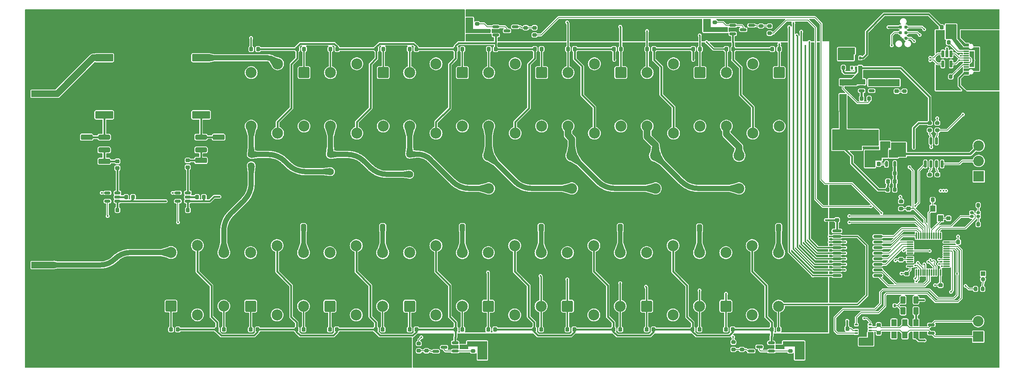
<source format=gtl>
G04 #@! TF.GenerationSoftware,KiCad,Pcbnew,8.0.1-8.0.1-1~ubuntu22.04.1*
G04 #@! TF.CreationDate,2024-04-26T23:58:51+03:00*
G04 #@! TF.ProjectId,ZFTuner,5a465475-6e65-4722-9e6b-696361645f70,A0*
G04 #@! TF.SameCoordinates,Original*
G04 #@! TF.FileFunction,Copper,L1,Top*
G04 #@! TF.FilePolarity,Positive*
%FSLAX46Y46*%
G04 Gerber Fmt 4.6, Leading zero omitted, Abs format (unit mm)*
G04 Created by KiCad (PCBNEW 8.0.1-8.0.1-1~ubuntu22.04.1) date 2024-04-26 23:58:51*
%MOMM*%
%LPD*%
G01*
G04 APERTURE LIST*
G04 Aperture macros list*
%AMRoundRect*
0 Rectangle with rounded corners*
0 $1 Rounding radius*
0 $2 $3 $4 $5 $6 $7 $8 $9 X,Y pos of 4 corners*
0 Add a 4 corners polygon primitive as box body*
4,1,4,$2,$3,$4,$5,$6,$7,$8,$9,$2,$3,0*
0 Add four circle primitives for the rounded corners*
1,1,$1+$1,$2,$3*
1,1,$1+$1,$4,$5*
1,1,$1+$1,$6,$7*
1,1,$1+$1,$8,$9*
0 Add four rect primitives between the rounded corners*
20,1,$1+$1,$2,$3,$4,$5,0*
20,1,$1+$1,$4,$5,$6,$7,0*
20,1,$1+$1,$6,$7,$8,$9,0*
20,1,$1+$1,$8,$9,$2,$3,0*%
G04 Aperture macros list end*
G04 #@! TA.AperFunction,ComponentPad*
%ADD10C,2.400000*%
G04 #@! TD*
G04 #@! TA.AperFunction,ComponentPad*
%ADD11C,2.500000*%
G04 #@! TD*
G04 #@! TA.AperFunction,SMDPad,CuDef*
%ADD12RoundRect,0.225000X-0.375000X0.225000X-0.375000X-0.225000X0.375000X-0.225000X0.375000X0.225000X0*%
G04 #@! TD*
G04 #@! TA.AperFunction,SMDPad,CuDef*
%ADD13RoundRect,0.225000X-0.225000X-0.250000X0.225000X-0.250000X0.225000X0.250000X-0.225000X0.250000X0*%
G04 #@! TD*
G04 #@! TA.AperFunction,SMDPad,CuDef*
%ADD14RoundRect,0.200000X-0.200000X-0.275000X0.200000X-0.275000X0.200000X0.275000X-0.200000X0.275000X0*%
G04 #@! TD*
G04 #@! TA.AperFunction,SMDPad,CuDef*
%ADD15RoundRect,0.200000X-0.275000X0.200000X-0.275000X-0.200000X0.275000X-0.200000X0.275000X0.200000X0*%
G04 #@! TD*
G04 #@! TA.AperFunction,SMDPad,CuDef*
%ADD16RoundRect,0.200000X0.275000X-0.200000X0.275000X0.200000X-0.275000X0.200000X-0.275000X-0.200000X0*%
G04 #@! TD*
G04 #@! TA.AperFunction,SMDPad,CuDef*
%ADD17RoundRect,0.225000X0.225000X0.250000X-0.225000X0.250000X-0.225000X-0.250000X0.225000X-0.250000X0*%
G04 #@! TD*
G04 #@! TA.AperFunction,SMDPad,CuDef*
%ADD18RoundRect,0.225000X0.250000X-0.225000X0.250000X0.225000X-0.250000X0.225000X-0.250000X-0.225000X0*%
G04 #@! TD*
G04 #@! TA.AperFunction,SMDPad,CuDef*
%ADD19RoundRect,0.250000X1.075000X-0.362500X1.075000X0.362500X-1.075000X0.362500X-1.075000X-0.362500X0*%
G04 #@! TD*
G04 #@! TA.AperFunction,ComponentPad*
%ADD20R,2.000000X2.000000*%
G04 #@! TD*
G04 #@! TA.AperFunction,ComponentPad*
%ADD21C,2.000000*%
G04 #@! TD*
G04 #@! TA.AperFunction,SMDPad,CuDef*
%ADD22RoundRect,0.225000X-0.250000X0.225000X-0.250000X-0.225000X0.250000X-0.225000X0.250000X0.225000X0*%
G04 #@! TD*
G04 #@! TA.AperFunction,SMDPad,CuDef*
%ADD23RoundRect,0.150000X0.587500X0.150000X-0.587500X0.150000X-0.587500X-0.150000X0.587500X-0.150000X0*%
G04 #@! TD*
G04 #@! TA.AperFunction,SMDPad,CuDef*
%ADD24R,0.650000X0.350000*%
G04 #@! TD*
G04 #@! TA.AperFunction,SMDPad,CuDef*
%ADD25R,1.550000X2.400000*%
G04 #@! TD*
G04 #@! TA.AperFunction,SMDPad,CuDef*
%ADD26RoundRect,0.162500X0.262500X-0.162500X0.262500X0.162500X-0.262500X0.162500X-0.262500X-0.162500X0*%
G04 #@! TD*
G04 #@! TA.AperFunction,SMDPad,CuDef*
%ADD27R,5.080000X1.500000*%
G04 #@! TD*
G04 #@! TA.AperFunction,SMDPad,CuDef*
%ADD28R,1.200000X1.400000*%
G04 #@! TD*
G04 #@! TA.AperFunction,SMDPad,CuDef*
%ADD29RoundRect,0.218750X0.218750X0.256250X-0.218750X0.256250X-0.218750X-0.256250X0.218750X-0.256250X0*%
G04 #@! TD*
G04 #@! TA.AperFunction,ConnectorPad*
%ADD30C,0.787400*%
G04 #@! TD*
G04 #@! TA.AperFunction,SMDPad,CuDef*
%ADD31RoundRect,0.150000X0.150000X-0.512500X0.150000X0.512500X-0.150000X0.512500X-0.150000X-0.512500X0*%
G04 #@! TD*
G04 #@! TA.AperFunction,SMDPad,CuDef*
%ADD32RoundRect,0.250000X0.325000X0.650000X-0.325000X0.650000X-0.325000X-0.650000X0.325000X-0.650000X0*%
G04 #@! TD*
G04 #@! TA.AperFunction,SMDPad,CuDef*
%ADD33RoundRect,0.196850X-0.403150X-0.603150X0.403150X-0.603150X0.403150X0.603150X-0.403150X0.603150X0*%
G04 #@! TD*
G04 #@! TA.AperFunction,SMDPad,CuDef*
%ADD34RoundRect,0.225000X0.375000X-0.225000X0.375000X0.225000X-0.375000X0.225000X-0.375000X-0.225000X0*%
G04 #@! TD*
G04 #@! TA.AperFunction,ComponentPad*
%ADD35RoundRect,0.250000X-1.000000X1.000000X-1.000000X-1.000000X1.000000X-1.000000X1.000000X1.000000X0*%
G04 #@! TD*
G04 #@! TA.AperFunction,SMDPad,CuDef*
%ADD36RoundRect,0.218750X-0.218750X-0.256250X0.218750X-0.256250X0.218750X0.256250X-0.218750X0.256250X0*%
G04 #@! TD*
G04 #@! TA.AperFunction,ComponentPad*
%ADD37C,1.600000*%
G04 #@! TD*
G04 #@! TA.AperFunction,ComponentPad*
%ADD38RoundRect,0.250000X1.000000X-1.000000X1.000000X1.000000X-1.000000X1.000000X-1.000000X-1.000000X0*%
G04 #@! TD*
G04 #@! TA.AperFunction,SMDPad,CuDef*
%ADD39RoundRect,0.150000X-0.512500X-0.150000X0.512500X-0.150000X0.512500X0.150000X-0.512500X0.150000X0*%
G04 #@! TD*
G04 #@! TA.AperFunction,ComponentPad*
%ADD40R,2.400000X2.400000*%
G04 #@! TD*
G04 #@! TA.AperFunction,SMDPad,CuDef*
%ADD41RoundRect,0.250000X-1.075000X0.362500X-1.075000X-0.362500X1.075000X-0.362500X1.075000X0.362500X0*%
G04 #@! TD*
G04 #@! TA.AperFunction,SMDPad,CuDef*
%ADD42RoundRect,0.150000X0.150000X-0.675000X0.150000X0.675000X-0.150000X0.675000X-0.150000X-0.675000X0*%
G04 #@! TD*
G04 #@! TA.AperFunction,SMDPad,CuDef*
%ADD43RoundRect,0.150000X0.875000X0.150000X-0.875000X0.150000X-0.875000X-0.150000X0.875000X-0.150000X0*%
G04 #@! TD*
G04 #@! TA.AperFunction,SMDPad,CuDef*
%ADD44R,1.150000X0.300000*%
G04 #@! TD*
G04 #@! TA.AperFunction,ComponentPad*
%ADD45O,2.100000X1.000000*%
G04 #@! TD*
G04 #@! TA.AperFunction,ComponentPad*
%ADD46O,1.600000X1.000000*%
G04 #@! TD*
G04 #@! TA.AperFunction,SMDPad,CuDef*
%ADD47RoundRect,0.285433X-1.764567X-0.584567X1.764567X-0.584567X1.764567X0.584567X-1.764567X0.584567X0*%
G04 #@! TD*
G04 #@! TA.AperFunction,SMDPad,CuDef*
%ADD48RoundRect,0.150000X-0.587500X-0.150000X0.587500X-0.150000X0.587500X0.150000X-0.587500X0.150000X0*%
G04 #@! TD*
G04 #@! TA.AperFunction,SMDPad,CuDef*
%ADD49RoundRect,0.200000X0.200000X0.275000X-0.200000X0.275000X-0.200000X-0.275000X0.200000X-0.275000X0*%
G04 #@! TD*
G04 #@! TA.AperFunction,SMDPad,CuDef*
%ADD50RoundRect,0.250000X1.075000X-0.375000X1.075000X0.375000X-1.075000X0.375000X-1.075000X-0.375000X0*%
G04 #@! TD*
G04 #@! TA.AperFunction,SMDPad,CuDef*
%ADD51RoundRect,0.075000X-0.075000X0.662500X-0.075000X-0.662500X0.075000X-0.662500X0.075000X0.662500X0*%
G04 #@! TD*
G04 #@! TA.AperFunction,SMDPad,CuDef*
%ADD52RoundRect,0.075000X-0.662500X0.075000X-0.662500X-0.075000X0.662500X-0.075000X0.662500X0.075000X0*%
G04 #@! TD*
G04 #@! TA.AperFunction,SMDPad,CuDef*
%ADD53RoundRect,0.250000X-0.312500X-0.625000X0.312500X-0.625000X0.312500X0.625000X-0.312500X0.625000X0*%
G04 #@! TD*
G04 #@! TA.AperFunction,SMDPad,CuDef*
%ADD54RoundRect,0.140000X0.140000X0.170000X-0.140000X0.170000X-0.140000X-0.170000X0.140000X-0.170000X0*%
G04 #@! TD*
G04 #@! TA.AperFunction,SMDPad,CuDef*
%ADD55RoundRect,0.250000X-1.075000X0.312500X-1.075000X-0.312500X1.075000X-0.312500X1.075000X0.312500X0*%
G04 #@! TD*
G04 #@! TA.AperFunction,SMDPad,CuDef*
%ADD56R,0.510000X0.700000*%
G04 #@! TD*
G04 #@! TA.AperFunction,SMDPad,CuDef*
%ADD57RoundRect,0.150000X0.150000X-0.650000X0.150000X0.650000X-0.150000X0.650000X-0.150000X-0.650000X0*%
G04 #@! TD*
G04 #@! TA.AperFunction,SMDPad,CuDef*
%ADD58RoundRect,0.218750X0.256250X-0.218750X0.256250X0.218750X-0.256250X0.218750X-0.256250X-0.218750X0*%
G04 #@! TD*
G04 #@! TA.AperFunction,ComponentPad*
%ADD59R,1.000000X1.000000*%
G04 #@! TD*
G04 #@! TA.AperFunction,ComponentPad*
%ADD60O,1.000000X1.000000*%
G04 #@! TD*
G04 #@! TA.AperFunction,ViaPad*
%ADD61C,0.450000*%
G04 #@! TD*
G04 #@! TA.AperFunction,Conductor*
%ADD62C,0.400000*%
G04 #@! TD*
G04 #@! TA.AperFunction,Conductor*
%ADD63C,0.200000*%
G04 #@! TD*
G04 #@! TA.AperFunction,Conductor*
%ADD64C,0.500000*%
G04 #@! TD*
G04 #@! TA.AperFunction,Conductor*
%ADD65C,0.300000*%
G04 #@! TD*
G04 #@! TA.AperFunction,Conductor*
%ADD66C,1.500000*%
G04 #@! TD*
G04 #@! TA.AperFunction,Conductor*
%ADD67C,1.200000*%
G04 #@! TD*
G04 #@! TA.AperFunction,Conductor*
%ADD68C,1.000000*%
G04 #@! TD*
G04 APERTURE END LIST*
D10*
X168540000Y-81500000D03*
D11*
X168540000Y-74000000D03*
D12*
X230190000Y-57375000D03*
X230190000Y-60675000D03*
D13*
X214107500Y-49750000D03*
X215657500Y-49750000D03*
D14*
X260275000Y-104400000D03*
X261925000Y-104400000D03*
D15*
X249865000Y-78350000D03*
X249865000Y-80000000D03*
D16*
X243350000Y-86100000D03*
X243350000Y-84450000D03*
D17*
X241947323Y-79925000D03*
X240397323Y-79925000D03*
X197540000Y-113617500D03*
X195990000Y-113617500D03*
D13*
X256325000Y-93712500D03*
X257875000Y-93712500D03*
D18*
X238690000Y-58925000D03*
X238690000Y-57375000D03*
D19*
X58250000Y-74450000D03*
X58250000Y-69825000D03*
D17*
X161540000Y-113617500D03*
X159990000Y-113617500D03*
X107540000Y-113617500D03*
X105990000Y-113617500D03*
D20*
X229415000Y-71357323D03*
D21*
X229415000Y-76357323D03*
D17*
X179540000Y-113617500D03*
X177990000Y-113617500D03*
D10*
X187540000Y-81500000D03*
D11*
X187540000Y-74000000D03*
D22*
X65250000Y-75325000D03*
X65250000Y-76875000D03*
D17*
X151090000Y-113617500D03*
X149540000Y-113617500D03*
X169090000Y-113617500D03*
X167540000Y-113617500D03*
D13*
X81250000Y-86450000D03*
X82800000Y-86450000D03*
D23*
X155687500Y-46590000D03*
X155687500Y-44690000D03*
X153812500Y-45640000D03*
D24*
X233200000Y-112525000D03*
X233200000Y-113175000D03*
X233200000Y-113825000D03*
X233200000Y-114475000D03*
X236300000Y-114475000D03*
X236300000Y-113825000D03*
X236300000Y-113175000D03*
X236300000Y-112525000D03*
D25*
X234750000Y-113500000D03*
D26*
X259450000Y-87050000D03*
X259450000Y-87900000D03*
X260900000Y-87050000D03*
X260900000Y-87900000D03*
D27*
X48250000Y-98937500D03*
X48250000Y-103187500D03*
X48250000Y-94687500D03*
D22*
X243325000Y-97712500D03*
X243325000Y-99262500D03*
D13*
X113657500Y-49750000D03*
X115207500Y-49750000D03*
D17*
X205090000Y-113617500D03*
X203540000Y-113617500D03*
D28*
X250600000Y-86100000D03*
X250600000Y-88300000D03*
X252300000Y-88300000D03*
X252300000Y-86100000D03*
D29*
X254137500Y-46450000D03*
X252562500Y-46450000D03*
D17*
X78972500Y-113617500D03*
X77422500Y-113617500D03*
D15*
X251615000Y-78350000D03*
X251615000Y-80000000D03*
D13*
X196107500Y-49750000D03*
X197657500Y-49750000D03*
X124107500Y-49750000D03*
X125657500Y-49750000D03*
D30*
X243230000Y-44750000D03*
X244500000Y-44750000D03*
X243230000Y-46020000D03*
X244500000Y-46020000D03*
X243230000Y-47290000D03*
X244500000Y-47290000D03*
D31*
X240047323Y-75944823D03*
X240997323Y-75944823D03*
X241947323Y-75944823D03*
X241947323Y-73669823D03*
X240997323Y-73669823D03*
X240047323Y-73669823D03*
D14*
X228575000Y-54000000D03*
X230225000Y-54000000D03*
X260900000Y-89640000D03*
X262550000Y-89640000D03*
D32*
X107540000Y-90500000D03*
X104590000Y-90500000D03*
D15*
X232200000Y-48525000D03*
X232200000Y-50175000D03*
D22*
X254150000Y-86750000D03*
X254150000Y-88300000D03*
X244650000Y-100875000D03*
X244650000Y-102425000D03*
D17*
X187090000Y-113617500D03*
X185540000Y-113617500D03*
D13*
X160107500Y-49750000D03*
X161657500Y-49750000D03*
D15*
X249865000Y-66600000D03*
X249865000Y-68250000D03*
D33*
X241750000Y-114900000D03*
X244250000Y-114900000D03*
X246750000Y-114900000D03*
X246750000Y-112100000D03*
X244250000Y-112100000D03*
X241750000Y-112100000D03*
D17*
X84887500Y-83450000D03*
X83337500Y-83450000D03*
D34*
X239747323Y-71457323D03*
X239747323Y-68157323D03*
D11*
X137657500Y-53117500D03*
X143657500Y-67317500D03*
X131657500Y-67317500D03*
D35*
X143657500Y-55117500D03*
D11*
X131657500Y-55117500D03*
X137657500Y-68917500D03*
D36*
X252562500Y-44750000D03*
X254137500Y-44750000D03*
D15*
X147000000Y-43990000D03*
X147000000Y-45640000D03*
D37*
X113657500Y-77670000D03*
X113657500Y-73750000D03*
D11*
X209540000Y-110317500D03*
X203540000Y-96117500D03*
X215540000Y-96117500D03*
D38*
X203540000Y-108317500D03*
D11*
X215540000Y-108317500D03*
X209540000Y-94517500D03*
D18*
X245100000Y-86100000D03*
X245100000Y-84550000D03*
D16*
X133750000Y-118475000D03*
X133750000Y-116825000D03*
D13*
X149657500Y-49750000D03*
X151207500Y-49750000D03*
D29*
X227687500Y-82300000D03*
X226112500Y-82300000D03*
D17*
X215540000Y-113617500D03*
X213990000Y-113617500D03*
D14*
X260900000Y-85300000D03*
X262550000Y-85300000D03*
D13*
X203657500Y-49750000D03*
X205207500Y-49750000D03*
D16*
X205237500Y-118175000D03*
X205237500Y-116525000D03*
D17*
X143657500Y-113617500D03*
X142107500Y-113617500D03*
D16*
X158062500Y-46552500D03*
X158062500Y-44902500D03*
D17*
X115090000Y-113617500D03*
X113540000Y-113617500D03*
D11*
X191540000Y-110317500D03*
X185540000Y-96117500D03*
X197540000Y-96117500D03*
D38*
X185540000Y-108317500D03*
D11*
X197540000Y-108317500D03*
X191540000Y-94517500D03*
X101657500Y-53117500D03*
X107657500Y-67317500D03*
X95657500Y-67317500D03*
D35*
X107657500Y-55117500D03*
D11*
X95657500Y-55117500D03*
X101657500Y-68917500D03*
D22*
X252325000Y-103525000D03*
X252325000Y-105075000D03*
D39*
X78975000Y-82500000D03*
X78975000Y-83450000D03*
X78975000Y-84400000D03*
X81250000Y-84400000D03*
X81250000Y-83450000D03*
X81250000Y-82500000D03*
D23*
X209375000Y-46290000D03*
X209375000Y-44390000D03*
X207500000Y-45340000D03*
D37*
X131657500Y-78295000D03*
X131657500Y-73705000D03*
D11*
X173540000Y-110317500D03*
X167540000Y-96117500D03*
X179540000Y-96117500D03*
D38*
X167540000Y-108317500D03*
D11*
X179540000Y-108317500D03*
X173540000Y-94517500D03*
D40*
X261000000Y-78750000D03*
D10*
X261000000Y-75250000D03*
X261000000Y-71750000D03*
X261000000Y-68250000D03*
D39*
X62975000Y-82500000D03*
X62975000Y-83450000D03*
X62975000Y-84400000D03*
X65250000Y-84400000D03*
X65250000Y-83450000D03*
X65250000Y-82500000D03*
D13*
X95657500Y-49750000D03*
X97207500Y-49750000D03*
D22*
X236300000Y-116650000D03*
X236300000Y-118200000D03*
D41*
X84250000Y-75125000D03*
X84250000Y-79750000D03*
D18*
X238250000Y-112600000D03*
X238250000Y-111050000D03*
D32*
X143657500Y-90500000D03*
X140707500Y-90500000D03*
D15*
X207175000Y-116525000D03*
X207175000Y-118175000D03*
D17*
X252100000Y-84100000D03*
X250550000Y-84100000D03*
D41*
X62250000Y-75325000D03*
X62250000Y-79950000D03*
D11*
X155657500Y-53117500D03*
X161657500Y-67317500D03*
X149657500Y-67317500D03*
D35*
X161657500Y-55117500D03*
D11*
X149657500Y-55117500D03*
X155657500Y-68917500D03*
D13*
X178107500Y-49750000D03*
X179657500Y-49750000D03*
D16*
X211500000Y-46165000D03*
X211500000Y-44515000D03*
D42*
X248895000Y-75925000D03*
X250165000Y-75925000D03*
X251435000Y-75925000D03*
X252705000Y-75925000D03*
X252705000Y-70675000D03*
X251435000Y-70675000D03*
X250165000Y-70675000D03*
X248895000Y-70675000D03*
D13*
X65250000Y-86400000D03*
X66800000Y-86400000D03*
D11*
X101540000Y-110317500D03*
X95540000Y-96117500D03*
X107540000Y-96117500D03*
D38*
X95540000Y-108317500D03*
D11*
X107540000Y-108317500D03*
X101540000Y-94517500D03*
D32*
X125550000Y-90500000D03*
X122600000Y-90500000D03*
X179540000Y-90500000D03*
X176590000Y-90500000D03*
D43*
X238100000Y-101330000D03*
X238100000Y-100060000D03*
X238100000Y-98790000D03*
X238100000Y-97520000D03*
X238100000Y-96250000D03*
X238100000Y-94980000D03*
X238100000Y-93710000D03*
X238100000Y-92440000D03*
X238100000Y-91170000D03*
X228800000Y-91170000D03*
X228800000Y-92440000D03*
X228800000Y-93710000D03*
X228800000Y-94980000D03*
X228800000Y-96250000D03*
X228800000Y-97520000D03*
X228800000Y-98790000D03*
X228800000Y-100060000D03*
X228800000Y-101330000D03*
D16*
X218187500Y-118550000D03*
X218187500Y-116900000D03*
D44*
X258170000Y-55405000D03*
X258170000Y-54605000D03*
X258170000Y-53305000D03*
X258170000Y-52305000D03*
X258170000Y-51805000D03*
X258170000Y-50805000D03*
X258170000Y-49505000D03*
X258170000Y-48705000D03*
X258170000Y-49005000D03*
X258170000Y-49805000D03*
X258170000Y-50305000D03*
X258170000Y-51305000D03*
X258170000Y-52805000D03*
X258170000Y-53805000D03*
X258170000Y-54305000D03*
X258170000Y-55105000D03*
D45*
X258735000Y-56375000D03*
D46*
X262915000Y-56375000D03*
D45*
X258735000Y-47735000D03*
D46*
X262915000Y-47735000D03*
D47*
X62250000Y-51750000D03*
X62250000Y-57150000D03*
X62250000Y-59350000D03*
X62250000Y-64750000D03*
X84250000Y-64750000D03*
X84250000Y-59350000D03*
X84250000Y-57150000D03*
X84250000Y-51750000D03*
D13*
X185657500Y-49750000D03*
X187207500Y-49750000D03*
D48*
X142000000Y-116650000D03*
X142000000Y-118550000D03*
X143875000Y-117600000D03*
D11*
X119540000Y-110317500D03*
X113540000Y-96117500D03*
X125540000Y-96117500D03*
D38*
X113540000Y-108317500D03*
D11*
X125540000Y-108317500D03*
X119540000Y-94517500D03*
D49*
X241947323Y-81807323D03*
X240297323Y-81807323D03*
D39*
X234415000Y-57375000D03*
X234415000Y-58325000D03*
X234415000Y-59275000D03*
X236690000Y-59275000D03*
X236690000Y-57375000D03*
D50*
X236747323Y-73707323D03*
X236747323Y-70907323D03*
D17*
X231137500Y-113425000D03*
X229587500Y-113425000D03*
D22*
X238250000Y-114400000D03*
X238250000Y-115950000D03*
D51*
X252325000Y-92300000D03*
X251825000Y-92300000D03*
X251325000Y-92300000D03*
X250825000Y-92300000D03*
X250325000Y-92300000D03*
X249825000Y-92300000D03*
X249325000Y-92300000D03*
X248825000Y-92300000D03*
X248325000Y-92300000D03*
X247825000Y-92300000D03*
X247325000Y-92300000D03*
X246825000Y-92300000D03*
D52*
X245412500Y-93712500D03*
X245412500Y-94212500D03*
X245412500Y-94712500D03*
X245412500Y-95212500D03*
X245412500Y-95712500D03*
X245412500Y-96212500D03*
X245412500Y-96712500D03*
X245412500Y-97212500D03*
X245412500Y-97712500D03*
X245412500Y-98212500D03*
X245412500Y-98712500D03*
X245412500Y-99212500D03*
D51*
X246825000Y-100625000D03*
X247325000Y-100625000D03*
X247825000Y-100625000D03*
X248325000Y-100625000D03*
X248825000Y-100625000D03*
X249325000Y-100625000D03*
X249825000Y-100625000D03*
X250325000Y-100625000D03*
X250825000Y-100625000D03*
X251325000Y-100625000D03*
X251825000Y-100625000D03*
X252325000Y-100625000D03*
D52*
X253737500Y-99212500D03*
X253737500Y-98712500D03*
X253737500Y-98212500D03*
X253737500Y-97712500D03*
X253737500Y-97212500D03*
X253737500Y-96712500D03*
X253737500Y-96212500D03*
X253737500Y-95712500D03*
X253737500Y-95212500D03*
X253737500Y-94712500D03*
X253737500Y-94212500D03*
X253737500Y-93712500D03*
D32*
X215540000Y-90500000D03*
X212590000Y-90500000D03*
D53*
X243825000Y-106900000D03*
X246750000Y-106900000D03*
D22*
X234497323Y-67282323D03*
X234497323Y-68832323D03*
D14*
X252515000Y-48250000D03*
X254165000Y-48250000D03*
D54*
X241900000Y-108150000D03*
X240940000Y-108150000D03*
D11*
X155540000Y-110317500D03*
X149540000Y-96117500D03*
X161540000Y-96117500D03*
D38*
X149540000Y-108317500D03*
D11*
X161540000Y-108317500D03*
X155540000Y-94517500D03*
D55*
X84250000Y-69812500D03*
X84250000Y-72737500D03*
D15*
X251615000Y-66600000D03*
X251615000Y-68250000D03*
D17*
X125540000Y-113617500D03*
X123990000Y-113617500D03*
D18*
X232440000Y-58925000D03*
X232440000Y-57375000D03*
D14*
X253015000Y-56055000D03*
X254665000Y-56055000D03*
D18*
X243747323Y-75219823D03*
X243747323Y-73669823D03*
D27*
X48250000Y-59937500D03*
X48250000Y-64187500D03*
X48250000Y-55687500D03*
D17*
X89422500Y-113617500D03*
X87872500Y-113617500D03*
D13*
X131657500Y-49750000D03*
X133207500Y-49750000D03*
D18*
X228800000Y-88675000D03*
X228800000Y-87125000D03*
D11*
X191657500Y-53117500D03*
X197657500Y-67317500D03*
X185657500Y-67317500D03*
D35*
X197657500Y-55117500D03*
D11*
X185657500Y-55117500D03*
X191657500Y-68917500D03*
D19*
X88250000Y-74437500D03*
X88250000Y-69812500D03*
D56*
X234090000Y-51775000D03*
X233140000Y-51775000D03*
X232190000Y-51775000D03*
X232190000Y-54095000D03*
X233140000Y-54095000D03*
X234090000Y-54095000D03*
D11*
X119657500Y-53117500D03*
X125657500Y-67317500D03*
X113657500Y-67317500D03*
D35*
X125657500Y-55117500D03*
D11*
X113657500Y-55117500D03*
X119657500Y-68917500D03*
D17*
X238272323Y-75944823D03*
X236722323Y-75944823D03*
X97090000Y-113617500D03*
X95540000Y-113617500D03*
D55*
X62250000Y-69825000D03*
X62250000Y-72750000D03*
D32*
X197540000Y-90600000D03*
X194590000Y-90600000D03*
D11*
X137657500Y-110317500D03*
X131657500Y-96117500D03*
X143657500Y-96117500D03*
D38*
X131657500Y-108317500D03*
D11*
X143657500Y-108317500D03*
X137657500Y-94517500D03*
D48*
X209300000Y-116650000D03*
X209300000Y-118550000D03*
X211175000Y-117600000D03*
D17*
X68775000Y-83450000D03*
X67225000Y-83450000D03*
D16*
X146125000Y-118550000D03*
X146125000Y-116900000D03*
D37*
X95657500Y-76330000D03*
X95657500Y-73750000D03*
D48*
X250262500Y-112550000D03*
X250262500Y-114450000D03*
X252137500Y-113500000D03*
D57*
X252850000Y-53150000D03*
X253800000Y-53150000D03*
X254750000Y-53150000D03*
X254750000Y-50850000D03*
X253800000Y-50850000D03*
X252850000Y-50850000D03*
D16*
X244125000Y-61000000D03*
X244125000Y-59350000D03*
D15*
X213500000Y-44515000D03*
X213500000Y-46165000D03*
D53*
X243825000Y-109400000D03*
X246750000Y-109400000D03*
D58*
X258735000Y-60187500D03*
X258735000Y-58612500D03*
D11*
X83422500Y-110292500D03*
X77422500Y-96092500D03*
X89422500Y-96092500D03*
D38*
X77422500Y-108292500D03*
D11*
X89422500Y-108292500D03*
X83422500Y-94492500D03*
D48*
X213862500Y-116650000D03*
X213862500Y-118550000D03*
X215737500Y-117600000D03*
D15*
X201000000Y-43690000D03*
X201000000Y-45340000D03*
D13*
X167657500Y-49750000D03*
X169207500Y-49750000D03*
X142107500Y-49750000D03*
X143657500Y-49750000D03*
D17*
X133207500Y-113617500D03*
X131657500Y-113617500D03*
D40*
X260900000Y-115250000D03*
D10*
X260900000Y-111750000D03*
X260900000Y-108250000D03*
D59*
X262000000Y-100930000D03*
D60*
X262000000Y-102200000D03*
D11*
X209657500Y-53117500D03*
X215657500Y-67317500D03*
X203657500Y-67317500D03*
D35*
X215657500Y-55117500D03*
D11*
X203657500Y-55117500D03*
X209657500Y-68917500D03*
D13*
X106107500Y-49750000D03*
X107657500Y-49750000D03*
D48*
X137625000Y-116700000D03*
X137625000Y-118600000D03*
X139500000Y-117650000D03*
D23*
X205125000Y-46290000D03*
X205125000Y-44390000D03*
X203250000Y-45340000D03*
D32*
X161540000Y-90500000D03*
X158590000Y-90500000D03*
D15*
X135500000Y-116825000D03*
X135500000Y-118475000D03*
D10*
X149657500Y-81500000D03*
D11*
X149657500Y-74000000D03*
D10*
X206540000Y-81500000D03*
D11*
X206540000Y-74000000D03*
X173657500Y-53117500D03*
X179657500Y-67317500D03*
X167657500Y-67317500D03*
D35*
X179657500Y-55117500D03*
D11*
X167657500Y-55117500D03*
X173657500Y-68917500D03*
D15*
X160062500Y-44902500D03*
X160062500Y-46552500D03*
D22*
X81250000Y-75125000D03*
X81250000Y-76675000D03*
D58*
X242375000Y-59350000D03*
X242375000Y-57775000D03*
D14*
X240297323Y-78057323D03*
X241947323Y-78057323D03*
D23*
X151250000Y-46590000D03*
X151250000Y-44690000D03*
X149375000Y-45640000D03*
D49*
X236075000Y-61025000D03*
X234425000Y-61025000D03*
D61*
X232350000Y-59950000D03*
X244300000Y-88450000D03*
X236400000Y-98150000D03*
X218900000Y-41500000D03*
X243100000Y-76350000D03*
X255800000Y-110400000D03*
X231875000Y-45555000D03*
X254735000Y-43015000D03*
X224250000Y-117750000D03*
X259815000Y-119215000D03*
X150500000Y-121500000D03*
X223400000Y-43200000D03*
X206950000Y-47400000D03*
X254735000Y-114135000D03*
X244850000Y-82600000D03*
X175950000Y-115800000D03*
X158200000Y-118350000D03*
X259400000Y-61400000D03*
X239750000Y-67000000D03*
X168300000Y-118350000D03*
X193800000Y-115800000D03*
X258700000Y-61400000D03*
X164500000Y-47400000D03*
X249800000Y-82850000D03*
X262355000Y-43015000D03*
X248300000Y-101950000D03*
X227550000Y-76350000D03*
X235650000Y-119550000D03*
X264895000Y-65875000D03*
X242035000Y-119215000D03*
X230900000Y-88500000D03*
X264895000Y-111595000D03*
X249655000Y-109055000D03*
X253900000Y-79550000D03*
X201350000Y-115800000D03*
X262355000Y-63335000D03*
X249250000Y-86450000D03*
X253150000Y-89450000D03*
X242750000Y-89900000D03*
X234415000Y-48095000D03*
X150600000Y-115800000D03*
X158150000Y-121500000D03*
X203850000Y-121500000D03*
X244575000Y-119215000D03*
X236955000Y-63335000D03*
X257275000Y-109055000D03*
X203850000Y-115800000D03*
X264895000Y-101435000D03*
X135200000Y-115800000D03*
X140700000Y-115300000D03*
X222100000Y-45100000D03*
X201300000Y-118350000D03*
X249655000Y-119215000D03*
X264895000Y-83655000D03*
X234415000Y-76035000D03*
X231875000Y-78575000D03*
X168300000Y-115800000D03*
X262355000Y-91275000D03*
X254735000Y-119215000D03*
X227650000Y-89900000D03*
X224600000Y-45100000D03*
X264895000Y-103975000D03*
X233900000Y-91300000D03*
X196250000Y-115800000D03*
X237350000Y-89900000D03*
X230900000Y-87100000D03*
X231100000Y-76350000D03*
X251800000Y-82850000D03*
X158250000Y-115800000D03*
X216600000Y-121500000D03*
X234415000Y-73495000D03*
X236400000Y-95600000D03*
X153050000Y-118350000D03*
X231875000Y-116675000D03*
X244400000Y-76350000D03*
X242035000Y-60795000D03*
X264895000Y-81115000D03*
X244150000Y-69950000D03*
X136400000Y-115300000D03*
X178450000Y-118350000D03*
X170850000Y-121500000D03*
X229335000Y-111595000D03*
X160700000Y-115800000D03*
X253750000Y-113500000D03*
X234415000Y-43015000D03*
X244575000Y-50635000D03*
X246400000Y-65500000D03*
X264895000Y-119215000D03*
X222100000Y-117750000D03*
X191150000Y-118350000D03*
X230900000Y-89900000D03*
X188650000Y-115800000D03*
X264895000Y-98895000D03*
X262355000Y-60795000D03*
X234000000Y-111300000D03*
X227500000Y-53150000D03*
X264895000Y-76035000D03*
X231875000Y-63335000D03*
X178500000Y-115800000D03*
X264895000Y-114135000D03*
X237900000Y-87100000D03*
X259815000Y-43015000D03*
X241200000Y-50650000D03*
X188600000Y-121500000D03*
X160700000Y-121500000D03*
X231875000Y-119215000D03*
X229335000Y-73495000D03*
X153050000Y-121500000D03*
X250700000Y-96700000D03*
X262355000Y-106515000D03*
X257275000Y-116675000D03*
X262355000Y-119215000D03*
X163250000Y-115800000D03*
X229335000Y-119215000D03*
X198800000Y-115800000D03*
X253800000Y-100950000D03*
X256250000Y-59900000D03*
X237050000Y-88500000D03*
X234415000Y-119215000D03*
X249655000Y-43015000D03*
X259815000Y-63335000D03*
X234415000Y-63335000D03*
X257275000Y-43015000D03*
X227400000Y-87100000D03*
X250800000Y-82850000D03*
X229850000Y-88500000D03*
X264895000Y-106515000D03*
X236955000Y-53175000D03*
X264895000Y-96355000D03*
X249250000Y-83550000D03*
X249700000Y-99250000D03*
X229400000Y-79500000D03*
X252750000Y-82850000D03*
X165750000Y-118350000D03*
X155600000Y-115800000D03*
X239495000Y-119215000D03*
X211500000Y-121500000D03*
X258550000Y-107700000D03*
X191150000Y-121500000D03*
X221700000Y-115200000D03*
X249655000Y-55715000D03*
X240950000Y-89900000D03*
X250450000Y-89800000D03*
X220300000Y-44300000D03*
X242035000Y-63335000D03*
X252195000Y-109055000D03*
X181100000Y-115800000D03*
X258000000Y-85650000D03*
X229850000Y-87100000D03*
X238250000Y-88500000D03*
X242035000Y-116675000D03*
X239400000Y-77100000D03*
X257275000Y-63335000D03*
X253950000Y-71000000D03*
X183550000Y-115800000D03*
X228100000Y-63350000D03*
X238550000Y-89900000D03*
X244575000Y-116675000D03*
X233100000Y-60700000D03*
X264895000Y-70955000D03*
X244400000Y-77050000D03*
X262355000Y-98895000D03*
X236955000Y-45555000D03*
X239495000Y-43015000D03*
X257275000Y-114135000D03*
X240200000Y-77100000D03*
X183550000Y-121500000D03*
X245500000Y-89900000D03*
X259815000Y-81115000D03*
X259815000Y-106515000D03*
X244150000Y-65450000D03*
X214050000Y-121500000D03*
X145000000Y-47400000D03*
X243750000Y-77000000D03*
X254000000Y-89450000D03*
X234500000Y-89900000D03*
X239800000Y-91150000D03*
X264895000Y-116675000D03*
X240800000Y-85300000D03*
X198800000Y-118350000D03*
X246700000Y-80950000D03*
X229400000Y-78000000D03*
X234500000Y-88500000D03*
X186100000Y-115800000D03*
X239750000Y-89900000D03*
X258250000Y-88950000D03*
X234415000Y-50635000D03*
X175950000Y-118350000D03*
X163250000Y-121500000D03*
X249655000Y-111595000D03*
X173400000Y-115800000D03*
X212550000Y-116100000D03*
X235850000Y-88500000D03*
X241300000Y-88450000D03*
X228450000Y-78000000D03*
X227550000Y-74700000D03*
X253700000Y-105650000D03*
X239495000Y-116675000D03*
X150550000Y-118350000D03*
X259815000Y-83655000D03*
X229335000Y-43015000D03*
X233300000Y-89900000D03*
X264895000Y-78575000D03*
X243100000Y-87150000D03*
X243100000Y-88450000D03*
X242035000Y-43015000D03*
X153050000Y-115800000D03*
X227550000Y-78000000D03*
X239495000Y-60795000D03*
X196250000Y-118350000D03*
X193700000Y-121500000D03*
X181000000Y-121500000D03*
X234415000Y-45555000D03*
X186100000Y-118350000D03*
X228100000Y-60800000D03*
X259815000Y-96355000D03*
X231100000Y-74700000D03*
X236300000Y-119550000D03*
X243400000Y-80800000D03*
X183550000Y-118350000D03*
X262355000Y-81115000D03*
X236955000Y-50635000D03*
X231875000Y-91275000D03*
X228500000Y-102700000D03*
X198800000Y-121500000D03*
X181050000Y-118350000D03*
X206400000Y-121500000D03*
X239950000Y-87100000D03*
X178450000Y-121500000D03*
X193750000Y-118350000D03*
X250950000Y-94300000D03*
X239000000Y-67000000D03*
X201300000Y-121500000D03*
X243750000Y-76350000D03*
X236955000Y-48095000D03*
X253950000Y-85550000D03*
X262355000Y-83655000D03*
X165800000Y-115800000D03*
X232400000Y-66900000D03*
X228100000Y-55700000D03*
X242150000Y-47300000D03*
X259815000Y-98895000D03*
X237700000Y-117150000D03*
X249655000Y-48095000D03*
X228100000Y-58250000D03*
X249250000Y-84550000D03*
X227550000Y-75550000D03*
X247115000Y-70955000D03*
X262355000Y-93815000D03*
X264895000Y-88735000D03*
X259815000Y-93815000D03*
X242035000Y-55715000D03*
X170950000Y-115800000D03*
X236955000Y-78575000D03*
X225500000Y-43000000D03*
X228250000Y-108850000D03*
X216200000Y-41500000D03*
X228100000Y-50650000D03*
X244150000Y-67800000D03*
X239450000Y-88450000D03*
X173400000Y-47400000D03*
X247115000Y-43015000D03*
X241900000Y-87150000D03*
X229335000Y-45555000D03*
X264895000Y-86195000D03*
X238300000Y-85000000D03*
X240750000Y-99200000D03*
X170900000Y-118350000D03*
X238250000Y-67000000D03*
X203850000Y-118350000D03*
X253300000Y-84550000D03*
X231100000Y-75550000D03*
X253300000Y-83550000D03*
X253900000Y-80550000D03*
X245500000Y-87150000D03*
X241000000Y-77100000D03*
X232100000Y-87100000D03*
X224250000Y-115200000D03*
X233300000Y-88500000D03*
X236400000Y-100700000D03*
X253900000Y-78550000D03*
X239495000Y-111595000D03*
X155600000Y-118350000D03*
X219150000Y-121500000D03*
X264895000Y-91275000D03*
X231875000Y-43015000D03*
X254750000Y-112650000D03*
X155600000Y-121500000D03*
X236150000Y-89900000D03*
X208950000Y-121500000D03*
X247115000Y-63335000D03*
X212350000Y-47400000D03*
X262355000Y-73495000D03*
X237950000Y-67600000D03*
X232200000Y-112650000D03*
X196250000Y-121500000D03*
X229700000Y-89900000D03*
X257950000Y-61400000D03*
X163250000Y-118350000D03*
X232700000Y-82500000D03*
X262355000Y-96355000D03*
X252195000Y-116675000D03*
X233300000Y-87100000D03*
X234500000Y-87100000D03*
X262355000Y-65875000D03*
X191150000Y-115800000D03*
X168300000Y-121500000D03*
X186100000Y-121500000D03*
X264895000Y-60795000D03*
X264895000Y-43015000D03*
X264895000Y-68415000D03*
X247115000Y-76035000D03*
X259815000Y-65875000D03*
X241050000Y-91150000D03*
X229335000Y-48095000D03*
X236400000Y-90850000D03*
X239950000Y-99800000D03*
X165750000Y-121500000D03*
X240750000Y-100450000D03*
X264895000Y-63335000D03*
X238750000Y-78600000D03*
X236700000Y-87100000D03*
X264895000Y-109055000D03*
X188600000Y-118350000D03*
X229335000Y-116675000D03*
X252195000Y-119215000D03*
X236950000Y-119550000D03*
X253750000Y-110950000D03*
X240800000Y-106500000D03*
X236955000Y-55715000D03*
X231100000Y-77150000D03*
X257300000Y-112650000D03*
X231100000Y-78000000D03*
X173400000Y-121500000D03*
X236955000Y-43015000D03*
X244550000Y-89900000D03*
X232100000Y-89900000D03*
X249250000Y-85550000D03*
X160700000Y-118350000D03*
X236400000Y-93100000D03*
X254735000Y-116675000D03*
X242035000Y-53175000D03*
X230250000Y-78000000D03*
X233100000Y-60000000D03*
X253300000Y-85550000D03*
X234415000Y-81115000D03*
X237850000Y-105400000D03*
X227550000Y-77150000D03*
X247100000Y-68200000D03*
X259815000Y-91275000D03*
X244300000Y-87150000D03*
X252195000Y-43015000D03*
X245500000Y-88450000D03*
X257275000Y-119215000D03*
X243100000Y-77000000D03*
X239500000Y-110900000D03*
X175950000Y-121500000D03*
X232100000Y-88500000D03*
X247115000Y-119215000D03*
X253600000Y-69150000D03*
X253900000Y-77550000D03*
X240500000Y-67000000D03*
X173400000Y-118350000D03*
X244575000Y-78575000D03*
X264895000Y-73495000D03*
X224250000Y-121500000D03*
X239495000Y-63335000D03*
X238750000Y-80450000D03*
X264895000Y-93815000D03*
X221700000Y-121500000D03*
X245275000Y-76650000D03*
X241225000Y-48950000D03*
X253600000Y-82000000D03*
X239900000Y-57100000D03*
X240500000Y-57100000D03*
X258025000Y-103675000D03*
X242100000Y-97900000D03*
X240500000Y-44750000D03*
X240500000Y-57800000D03*
X234200000Y-115900000D03*
X235050000Y-115900000D03*
X251050000Y-103500000D03*
X241100000Y-57100000D03*
X234200000Y-116850000D03*
X235050000Y-116850000D03*
X243200000Y-83400000D03*
X252350000Y-82000000D03*
X256300000Y-92450000D03*
X241100000Y-57800000D03*
X251600000Y-65500000D03*
X88400000Y-83400000D03*
X239900000Y-57800000D03*
X253000000Y-82000000D03*
X243425000Y-100875000D03*
X76200000Y-84400000D03*
X246275000Y-72250000D03*
X231125000Y-111625000D03*
X241500000Y-71450000D03*
X144800000Y-43100000D03*
X241500000Y-72050000D03*
X242700000Y-72050000D03*
X242100000Y-71450000D03*
X198800000Y-43100000D03*
X242100000Y-72050000D03*
X226250000Y-88675000D03*
X199700000Y-43100000D03*
X148700000Y-119900000D03*
X147600000Y-119900000D03*
X219800000Y-119900000D03*
X220900000Y-119900000D03*
X242700000Y-71450000D03*
X145700000Y-43100000D03*
X141481889Y-88500000D03*
X136706208Y-87200000D03*
X89635000Y-119215000D03*
X106554127Y-85000000D03*
X79475000Y-101435000D03*
X127735000Y-63335000D03*
X165652205Y-87200000D03*
X102935878Y-87200000D03*
X139118374Y-87200000D03*
X96308424Y-50700000D03*
X191235000Y-60795000D03*
X183615000Y-55715000D03*
X132815000Y-81115000D03*
X112495000Y-76035000D03*
X75800000Y-88450000D03*
X90279212Y-50450000D03*
X89274343Y-50450000D03*
X61695000Y-106515000D03*
X183615000Y-70955000D03*
X135500125Y-87200000D03*
X127735000Y-98895000D03*
X148055000Y-60795000D03*
X104875000Y-119215000D03*
X107415000Y-63335000D03*
X76935000Y-50635000D03*
X54075000Y-114135000D03*
X48995000Y-50635000D03*
X165835000Y-98895000D03*
X142975000Y-76035000D03*
X188343307Y-89900000D03*
X145515000Y-93815000D03*
X54075000Y-68415000D03*
X87095000Y-81115000D03*
X105050000Y-92000000D03*
X56615000Y-76035000D03*
X165513385Y-89900000D03*
X112495000Y-119215000D03*
X107415000Y-58255000D03*
X194350000Y-87050000D03*
X217175000Y-92300000D03*
X56615000Y-106515000D03*
X163295000Y-98895000D03*
X72134910Y-94992500D03*
X181075000Y-93815000D03*
X175995000Y-93815000D03*
X92175000Y-58255000D03*
X165835000Y-58255000D03*
X69491115Y-97192500D03*
X185940157Y-89900000D03*
X115035000Y-93815000D03*
X72200000Y-88450000D03*
X117575000Y-81115000D03*
X198855000Y-53175000D03*
X56615000Y-48095000D03*
X59155000Y-91275000D03*
X206475000Y-65875000D03*
X203950000Y-85200000D03*
X54075000Y-116675000D03*
X48995000Y-91275000D03*
X75800000Y-87150000D03*
X127735000Y-70955000D03*
X149892913Y-89900000D03*
X87095000Y-116675000D03*
X193150000Y-91950000D03*
X140435000Y-73495000D03*
X145148790Y-85000000D03*
X90875046Y-85000000D03*
X65050000Y-88450000D03*
X81403149Y-88500000D03*
X120115000Y-50635000D03*
X158415706Y-87200000D03*
X119853543Y-88500000D03*
X183615000Y-78575000D03*
X191235000Y-58255000D03*
X189773869Y-85000000D03*
X184949536Y-85000000D03*
X224950000Y-99450000D03*
X186155000Y-63335000D03*
X51535000Y-91275000D03*
X159621789Y-87200000D03*
X201395000Y-68415000D03*
X224255000Y-111595000D03*
X46455000Y-116675000D03*
X78511061Y-93448302D03*
X172888704Y-85000000D03*
X66775000Y-93815000D03*
X86259737Y-53050000D03*
X209971653Y-89900000D03*
X51535000Y-111595000D03*
X97255000Y-119215000D03*
X46455000Y-86195000D03*
X109955000Y-116675000D03*
X46850000Y-58650000D03*
X102335000Y-106515000D03*
X59155000Y-88735000D03*
X216635000Y-60795000D03*
X206475000Y-78575000D03*
X140435000Y-70955000D03*
X191948031Y-89900000D03*
X152296062Y-89900000D03*
X63850000Y-88450000D03*
X164311811Y-88500000D03*
X176150000Y-92000000D03*
X122655000Y-116675000D03*
X112584544Y-87200000D03*
X56615000Y-60795000D03*
X92175000Y-63335000D03*
X48250000Y-61237500D03*
X142975000Y-58255000D03*
X211200000Y-90900000D03*
X139100000Y-90900000D03*
X82015000Y-101435000D03*
X154797456Y-85000000D03*
X190746456Y-89900000D03*
X184949536Y-87200000D03*
X64235000Y-114135000D03*
X76935000Y-98895000D03*
X69491115Y-94992500D03*
X51535000Y-70955000D03*
X97255000Y-98895000D03*
X163295000Y-60795000D03*
X206475000Y-93815000D03*
X84150000Y-87200000D03*
X130675792Y-87200000D03*
X183615000Y-63335000D03*
X46455000Y-88735000D03*
X148055000Y-78575000D03*
X163295000Y-91275000D03*
X61695000Y-101435000D03*
X165835000Y-60795000D03*
X198855000Y-63335000D03*
X140435000Y-68415000D03*
X107760211Y-87200000D03*
X51535000Y-101435000D03*
X79475000Y-70955000D03*
X65493498Y-98311669D03*
X76935000Y-70955000D03*
X135474015Y-89900000D03*
X148055000Y-65875000D03*
X211555000Y-111595000D03*
X82015000Y-48095000D03*
X122655000Y-65875000D03*
X69315000Y-93815000D03*
X46455000Y-83655000D03*
X173924409Y-89900000D03*
X94620472Y-89900000D03*
X56615000Y-58255000D03*
X48995000Y-76035000D03*
X113845669Y-88500000D03*
X62300000Y-87150000D03*
X50850000Y-100150000D03*
X87095000Y-119215000D03*
X158215000Y-70955000D03*
X109955000Y-45555000D03*
X142975000Y-73495000D03*
X51535000Y-103975000D03*
X61695000Y-93815000D03*
X52165234Y-100037500D03*
X208770078Y-89900000D03*
X165513385Y-88500000D03*
X116248818Y-89900000D03*
X140324457Y-87200000D03*
X64235000Y-116675000D03*
X69315000Y-70955000D03*
X66775000Y-91275000D03*
X76935000Y-58255000D03*
X155675000Y-91275000D03*
X105348044Y-85000000D03*
X160827872Y-85000000D03*
X170476538Y-87200000D03*
X142683464Y-88500000D03*
X203963779Y-88500000D03*
X103031496Y-88500000D03*
X217181102Y-88500000D03*
X170915000Y-93815000D03*
X53626268Y-56035253D03*
X64235000Y-111595000D03*
X186155000Y-76035000D03*
X107450000Y-42050000D03*
X61700000Y-87800000D03*
X87095000Y-55715000D03*
X102335000Y-81115000D03*
X59155000Y-119215000D03*
X120115000Y-116675000D03*
X46455000Y-78575000D03*
X99795000Y-96355000D03*
X186155000Y-91275000D03*
X71855000Y-45555000D03*
X51535000Y-114135000D03*
X69315000Y-60795000D03*
X105348044Y-87200000D03*
X165835000Y-91275000D03*
X224950000Y-100750000D03*
X212374803Y-88500000D03*
X89635000Y-68415000D03*
X51535000Y-76035000D03*
X140280314Y-88500000D03*
X181133858Y-89900000D03*
X71855000Y-116675000D03*
X56615000Y-96355000D03*
X87095000Y-43015000D03*
X94715000Y-119215000D03*
X53574685Y-59763792D03*
X127062992Y-88500000D03*
X129469708Y-87200000D03*
X205165354Y-89900000D03*
X54075000Y-106515000D03*
X92175000Y-73495000D03*
X214095000Y-81115000D03*
X163240038Y-85000000D03*
X67450000Y-88450000D03*
X170915000Y-65875000D03*
X214095000Y-60795000D03*
X67887809Y-94999194D03*
X182537370Y-85000000D03*
X71855000Y-91275000D03*
X110172377Y-85000000D03*
X188695000Y-109055000D03*
X71855000Y-109055000D03*
X74395000Y-58255000D03*
X82015000Y-70955000D03*
X97255000Y-63335000D03*
X59155000Y-109055000D03*
X191235000Y-81115000D03*
X113790627Y-87200000D03*
X189544881Y-89900000D03*
X127735000Y-116675000D03*
X206300000Y-76100000D03*
X85700000Y-89900000D03*
X83350000Y-88500000D03*
X186155000Y-58255000D03*
X74395000Y-91275000D03*
X178150000Y-92000000D03*
X46455000Y-96355000D03*
X181075000Y-70955000D03*
X163295000Y-78575000D03*
X93293818Y-53050000D03*
X69315000Y-103975000D03*
X61695000Y-45555000D03*
X54075000Y-45555000D03*
X172722834Y-89900000D03*
X112644094Y-89900000D03*
X60000000Y-50300000D03*
X46455000Y-73495000D03*
X112495000Y-58255000D03*
X77000000Y-87150000D03*
X186155000Y-60795000D03*
X88612598Y-88500000D03*
X158215000Y-76035000D03*
X196200000Y-86000000D03*
X225200000Y-87100000D03*
X181075000Y-91275000D03*
X76935000Y-43015000D03*
X112500000Y-42050000D03*
X178535000Y-60795000D03*
X120115000Y-48095000D03*
X89635000Y-45555000D03*
X99323031Y-53050000D03*
X183615000Y-60795000D03*
X66775000Y-43015000D03*
X149892913Y-88500000D03*
X145515000Y-60795000D03*
X99317628Y-85000000D03*
X184738582Y-89900000D03*
X94715000Y-103975000D03*
X214095000Y-63335000D03*
X197955905Y-88500000D03*
X82015000Y-73495000D03*
X187141732Y-89900000D03*
X104875000Y-50635000D03*
X54075000Y-88735000D03*
X148055000Y-70955000D03*
X112495000Y-98895000D03*
X123439292Y-87200000D03*
X175150000Y-91900000D03*
X98111545Y-85000000D03*
X100628346Y-88500000D03*
X69315000Y-81115000D03*
X85062711Y-86897121D03*
X48995000Y-70955000D03*
X87095000Y-68415000D03*
X137895000Y-60795000D03*
X71855000Y-63335000D03*
X99800000Y-42050000D03*
X48995000Y-88735000D03*
X133087958Y-85000000D03*
X87095000Y-101435000D03*
X74395000Y-50635000D03*
X130675792Y-85000000D03*
X211555000Y-98895000D03*
X87264606Y-50450000D03*
X112495000Y-45555000D03*
X198855000Y-76035000D03*
X59155000Y-86195000D03*
X71855000Y-106515000D03*
X54075000Y-91275000D03*
X87095000Y-63335000D03*
X87264606Y-53050000D03*
X48995000Y-83655000D03*
X169118110Y-88500000D03*
X163295000Y-70955000D03*
X56615000Y-111595000D03*
X120115000Y-55715000D03*
X103050000Y-90900000D03*
X121027126Y-87200000D03*
X206475000Y-98895000D03*
X79475000Y-98895000D03*
X46455000Y-50635000D03*
X74600000Y-87150000D03*
X141100000Y-92000000D03*
X84250000Y-53050000D03*
X215979527Y-88500000D03*
X136675590Y-88500000D03*
X202900000Y-76100000D03*
X71855000Y-101435000D03*
X134272440Y-88500000D03*
X140435000Y-98895000D03*
X201560629Y-89900000D03*
X165835000Y-78575000D03*
X201500000Y-77500000D03*
X112584544Y-85000000D03*
X71855000Y-114135000D03*
X69315000Y-73495000D03*
X56615000Y-103975000D03*
X203963779Y-89900000D03*
X69850000Y-87150000D03*
X183743453Y-87200000D03*
X207568503Y-88500000D03*
X48995000Y-101435000D03*
X187141732Y-88500000D03*
X81310630Y-90648733D03*
X197950000Y-87050000D03*
X79475000Y-48095000D03*
X217175000Y-91525000D03*
X147560957Y-87200000D03*
X135400000Y-42050000D03*
X73400000Y-88450000D03*
X57095930Y-52565591D03*
X216635000Y-98895000D03*
X108966294Y-87200000D03*
X46455000Y-114135000D03*
X59155000Y-81115000D03*
X59155000Y-78575000D03*
X180125203Y-87200000D03*
X177713037Y-87200000D03*
X109955000Y-96355000D03*
X79475000Y-50635000D03*
X198855000Y-98895000D03*
X157209622Y-85000000D03*
X211555000Y-96355000D03*
X104875000Y-96355000D03*
X196750000Y-87050000D03*
X59155000Y-55715000D03*
X97023622Y-89900000D03*
X123458267Y-88500000D03*
X152385290Y-85000000D03*
X158415706Y-85000000D03*
X188567786Y-87200000D03*
X51535000Y-65875000D03*
X71855000Y-76035000D03*
X183615000Y-53175000D03*
X183615000Y-96355000D03*
X97313293Y-53050000D03*
X122233209Y-85000000D03*
X76935000Y-73495000D03*
X216635000Y-70955000D03*
X64235000Y-103975000D03*
X191235000Y-73495000D03*
X97255000Y-103975000D03*
X152385290Y-87200000D03*
X87095000Y-48095000D03*
X85254868Y-53050000D03*
X158215000Y-65875000D03*
X203300000Y-78900000D03*
X145515000Y-73495000D03*
X160100000Y-92000000D03*
X56615000Y-101435000D03*
X117408876Y-87200000D03*
X149973123Y-87200000D03*
X74395000Y-116675000D03*
X64235000Y-81115000D03*
X203935000Y-58255000D03*
X165835000Y-53175000D03*
X74395000Y-101435000D03*
X148767040Y-87200000D03*
X109955000Y-53175000D03*
X51535000Y-119215000D03*
X51535000Y-43015000D03*
X79350000Y-96200000D03*
X213576377Y-88500000D03*
X125195000Y-119215000D03*
X146354873Y-87200000D03*
X110240944Y-89900000D03*
X74395000Y-68415000D03*
X56615000Y-65875000D03*
X92175000Y-68415000D03*
X46455000Y-45555000D03*
X211555000Y-81115000D03*
X117575000Y-91275000D03*
X91284081Y-50450000D03*
X170915000Y-70955000D03*
X124645376Y-85000000D03*
X104233070Y-88500000D03*
X117575000Y-78575000D03*
X112495000Y-116675000D03*
X178535000Y-63335000D03*
X97255000Y-116675000D03*
X92175000Y-114135000D03*
X192186036Y-85000000D03*
X61695000Y-103975000D03*
X216725000Y-93100000D03*
X216635000Y-78575000D03*
X92175000Y-93815000D03*
X103031496Y-89900000D03*
X137895000Y-63335000D03*
X71855000Y-43015000D03*
X64270683Y-99242787D03*
X54075000Y-78575000D03*
X167916535Y-88500000D03*
X137895000Y-91275000D03*
X183615000Y-58255000D03*
X153135000Y-96355000D03*
X172888704Y-87200000D03*
X141530541Y-85000000D03*
X191235000Y-55715000D03*
X131869291Y-88500000D03*
X56615000Y-109055000D03*
X109955000Y-55715000D03*
X109955000Y-65875000D03*
X168375000Y-60795000D03*
X122655000Y-96355000D03*
X188695000Y-68415000D03*
X108966294Y-85000000D03*
X127735000Y-106515000D03*
X225200000Y-89850000D03*
X157209622Y-87200000D03*
X59155000Y-60795000D03*
X46850000Y-61250000D03*
X54075000Y-109055000D03*
X114996710Y-87200000D03*
X211555000Y-109055000D03*
X110172377Y-87200000D03*
X201395000Y-96355000D03*
X118651968Y-89900000D03*
X92175000Y-55715000D03*
X66455661Y-95244389D03*
X170915000Y-109055000D03*
X160755000Y-76035000D03*
X74395000Y-106515000D03*
X124645376Y-87200000D03*
X51535000Y-73495000D03*
X51535000Y-45555000D03*
X148055000Y-50635000D03*
X87095000Y-96355000D03*
X89635000Y-78575000D03*
X89635000Y-76035000D03*
X86259737Y-50450000D03*
X59155000Y-63335000D03*
X181075000Y-98895000D03*
X66775000Y-68415000D03*
X211173228Y-89900000D03*
X145086614Y-89900000D03*
X198855000Y-91275000D03*
X214200000Y-92000000D03*
X203950000Y-87050000D03*
X56615000Y-78575000D03*
X56615000Y-91275000D03*
X209971653Y-88500000D03*
X80201574Y-88500000D03*
X132815000Y-98895000D03*
X115047244Y-88500000D03*
X212200000Y-92000000D03*
X100628346Y-89900000D03*
X214777952Y-88500000D03*
X153135000Y-91275000D03*
X61695000Y-114135000D03*
X59155000Y-101435000D03*
X48995000Y-53175000D03*
X46455000Y-81115000D03*
X102335000Y-103975000D03*
X106636220Y-88500000D03*
X224950000Y-95600000D03*
X156003539Y-87200000D03*
X64235000Y-109055000D03*
X221715000Y-111595000D03*
X54075000Y-73495000D03*
X68650000Y-87150000D03*
X86045942Y-86095018D03*
X160755000Y-53175000D03*
X69315000Y-50635000D03*
X87095000Y-60795000D03*
X92175000Y-103975000D03*
X164446122Y-87200000D03*
X95699379Y-87200000D03*
X107415000Y-119215000D03*
X204250000Y-74600000D03*
X101729795Y-87200000D03*
X163295000Y-93815000D03*
X74395000Y-76035000D03*
X99795000Y-119215000D03*
X61327780Y-100037169D03*
X59155000Y-45555000D03*
X202650000Y-79600000D03*
X198855000Y-73495000D03*
X61695000Y-48095000D03*
X57385546Y-100037500D03*
X150595000Y-53175000D03*
X74395000Y-48095000D03*
X122655000Y-119215000D03*
X199157480Y-89900000D03*
X88400000Y-89900000D03*
X111442519Y-89900000D03*
X202762204Y-89900000D03*
X206366929Y-89900000D03*
X46455000Y-76035000D03*
X71855000Y-48095000D03*
X99795000Y-98895000D03*
X183537007Y-88500000D03*
X151094488Y-88500000D03*
X201395000Y-53175000D03*
X66775000Y-58255000D03*
X117575000Y-93815000D03*
X153135000Y-98895000D03*
X216635000Y-76035000D03*
X54075000Y-70955000D03*
X139100000Y-91900000D03*
X54075000Y-48095000D03*
X71855000Y-53175000D03*
X66775000Y-73495000D03*
X160755000Y-73495000D03*
X225125000Y-93075000D03*
X51535000Y-48095000D03*
X115035000Y-98895000D03*
X53470312Y-97837500D03*
X216635000Y-53175000D03*
X151094488Y-89900000D03*
X82015000Y-116675000D03*
X201395000Y-60795000D03*
X51535000Y-93815000D03*
X87100000Y-89900000D03*
X113790627Y-85000000D03*
X51535000Y-68415000D03*
X135355000Y-50635000D03*
X106050000Y-92000000D03*
X148055000Y-93815000D03*
X46455000Y-68415000D03*
X198350000Y-80300000D03*
X212400000Y-87050000D03*
X127735000Y-68415000D03*
X146288188Y-89900000D03*
X192186036Y-87200000D03*
X137895000Y-81115000D03*
X66775000Y-103975000D03*
X145515000Y-50635000D03*
X117575000Y-116675000D03*
X125861417Y-88500000D03*
X190979952Y-85000000D03*
X66775000Y-106515000D03*
X159621789Y-85000000D03*
X128263625Y-85000000D03*
X167916535Y-89900000D03*
X137895000Y-70955000D03*
X63850000Y-87150000D03*
X202800000Y-87050000D03*
X101729795Y-85000000D03*
X80201574Y-89900000D03*
X195150000Y-92050000D03*
X174094787Y-85000000D03*
X208770078Y-88500000D03*
X46455000Y-111595000D03*
X48995000Y-106515000D03*
X125195000Y-70955000D03*
X99795000Y-91275000D03*
X131881875Y-87200000D03*
X125195000Y-98895000D03*
X79475000Y-68415000D03*
X119821043Y-87200000D03*
X203950000Y-78200000D03*
X46455000Y-43015000D03*
X125851459Y-87200000D03*
X112495000Y-50635000D03*
X142736624Y-85000000D03*
X94715000Y-63335000D03*
X49544922Y-100150000D03*
X153591373Y-85000000D03*
X86579703Y-88490463D03*
X127735000Y-93815000D03*
X92217322Y-89900000D03*
X74395000Y-43015000D03*
X130275000Y-93815000D03*
X102350000Y-42050000D03*
X203550000Y-75400000D03*
X201395000Y-58255000D03*
X66731709Y-97478767D03*
X163110236Y-89900000D03*
X214800000Y-87050000D03*
X63976502Y-96718331D03*
X104875000Y-93815000D03*
X115035000Y-91275000D03*
X193149606Y-89900000D03*
X48995000Y-119215000D03*
X102335000Y-63335000D03*
X140435000Y-50635000D03*
X80999887Y-94070748D03*
X183537007Y-89900000D03*
X109955000Y-98895000D03*
X175300871Y-87200000D03*
X82015000Y-98895000D03*
X193775000Y-93815000D03*
X200350000Y-87050000D03*
X54075000Y-96355000D03*
X46455000Y-70955000D03*
X57385546Y-97837500D03*
X150595000Y-60795000D03*
X70813012Y-94992500D03*
X147560957Y-85000000D03*
X94715000Y-91275000D03*
X135355000Y-91275000D03*
X71855000Y-103975000D03*
X160755000Y-63335000D03*
X59155000Y-114135000D03*
X62300000Y-88450000D03*
X69315000Y-101435000D03*
X109955000Y-63335000D03*
X183615000Y-93815000D03*
X175995000Y-98895000D03*
X211200000Y-87050000D03*
X79475000Y-81115000D03*
X137895000Y-106515000D03*
X120115000Y-70955000D03*
X51535000Y-81115000D03*
X132815000Y-63335000D03*
X94715000Y-58255000D03*
X64235000Y-73495000D03*
X199600000Y-82700000D03*
X123050000Y-92000000D03*
X112495000Y-63335000D03*
X48995000Y-65875000D03*
X179932283Y-88500000D03*
X59155000Y-111595000D03*
X163110236Y-88500000D03*
X116248818Y-88500000D03*
X117575000Y-50635000D03*
X200750000Y-78200000D03*
X219175000Y-111595000D03*
X168375000Y-98895000D03*
X139118374Y-85000000D03*
X214100000Y-73500000D03*
X219175000Y-109055000D03*
X84555000Y-48095000D03*
X107760211Y-85000000D03*
X59155000Y-68415000D03*
X142100000Y-92000000D03*
X175150000Y-90900000D03*
X92175000Y-81115000D03*
X206475000Y-91275000D03*
X71000000Y-88450000D03*
X49555078Y-97700000D03*
X206475000Y-68415000D03*
X104875000Y-48095000D03*
X74395000Y-78575000D03*
X168375000Y-63335000D03*
X137912291Y-87200000D03*
X51535000Y-106515000D03*
X171521259Y-89900000D03*
X201395000Y-65875000D03*
X178730708Y-88500000D03*
X214100000Y-76050000D03*
X84555000Y-43015000D03*
X97255000Y-60795000D03*
X92175000Y-106515000D03*
X94715000Y-93815000D03*
X52687866Y-60650611D03*
X116202793Y-85000000D03*
X223200000Y-48500000D03*
X160707086Y-88500000D03*
X58690624Y-100037500D03*
X139078740Y-88500000D03*
X178919120Y-87200000D03*
X59155000Y-76035000D03*
X190746456Y-88500000D03*
X76935000Y-63335000D03*
X112644094Y-88500000D03*
X97255000Y-91275000D03*
X99795000Y-78575000D03*
X193775000Y-98895000D03*
X139078740Y-89900000D03*
X104141961Y-87200000D03*
X64235000Y-48095000D03*
X76935000Y-55715000D03*
X97250000Y-42050000D03*
X79475000Y-53175000D03*
X132815000Y-91275000D03*
X158215000Y-68415000D03*
X148055000Y-91275000D03*
X169270454Y-87200000D03*
X76100602Y-94750000D03*
X94715000Y-60795000D03*
X148055000Y-98895000D03*
X69315000Y-78575000D03*
X61273782Y-97837831D03*
X54075000Y-63335000D03*
X74600000Y-88450000D03*
X56615000Y-43015000D03*
X117408876Y-85000000D03*
X89635000Y-58255000D03*
X145515000Y-53175000D03*
X188695000Y-65875000D03*
X89635000Y-63335000D03*
X52758852Y-56902669D03*
X203935000Y-91275000D03*
X48239844Y-100150000D03*
X84250000Y-50450000D03*
X46455000Y-101435000D03*
X50860156Y-97700000D03*
X130275000Y-53175000D03*
X102335000Y-116675000D03*
X101829921Y-89900000D03*
X164446122Y-85000000D03*
X76935000Y-116675000D03*
X216000000Y-85300000D03*
X79475000Y-55715000D03*
X46455000Y-119215000D03*
X76935000Y-81115000D03*
X61695000Y-91275000D03*
X64235000Y-78575000D03*
X99426771Y-88500000D03*
X127735000Y-58255000D03*
X59155000Y-83655000D03*
X92175000Y-116675000D03*
X87650000Y-88500000D03*
X100523711Y-87200000D03*
X109950000Y-42050000D03*
X51024022Y-58637500D03*
X61695000Y-78575000D03*
X62738286Y-97551229D03*
X171682621Y-85000000D03*
X70813012Y-97192500D03*
X191948031Y-88500000D03*
X112495000Y-81115000D03*
X66775000Y-109055000D03*
X74395000Y-73495000D03*
X115050000Y-42050000D03*
X87095000Y-93815000D03*
X137950000Y-42050000D03*
X201550000Y-85150000D03*
X73400000Y-87150000D03*
X89635000Y-48095000D03*
X76935000Y-60795000D03*
X135355000Y-93815000D03*
X97313293Y-50700000D03*
X135355000Y-106515000D03*
X76935000Y-78575000D03*
X124050000Y-92000000D03*
X209015000Y-58255000D03*
X99795000Y-48095000D03*
X125195000Y-116675000D03*
X54075000Y-76035000D03*
X51891437Y-57770084D03*
X111442519Y-88500000D03*
X130275000Y-98895000D03*
X117450393Y-88500000D03*
X64235000Y-70955000D03*
X121055118Y-89900000D03*
X211200000Y-85300000D03*
X131869291Y-89900000D03*
X130275000Y-60795000D03*
X80200000Y-87150000D03*
X71855000Y-81115000D03*
X74395000Y-109055000D03*
X96905462Y-85000000D03*
X151179206Y-87200000D03*
X69315000Y-119215000D03*
X109955000Y-81115000D03*
X99323031Y-50450000D03*
X225200000Y-88500000D03*
X109955000Y-103975000D03*
X64235000Y-93815000D03*
X128264566Y-88500000D03*
X183615000Y-65875000D03*
X59155000Y-106515000D03*
X54461504Y-58876973D03*
X153497637Y-88500000D03*
X197250000Y-85100000D03*
X82604724Y-88500000D03*
X102335000Y-58255000D03*
X89400000Y-87200000D03*
X168375000Y-58255000D03*
X96905462Y-87200000D03*
X186155000Y-93815000D03*
X166714960Y-89900000D03*
X64235000Y-101435000D03*
X66775000Y-116675000D03*
X87095000Y-91275000D03*
X79000000Y-89900000D03*
X130275000Y-116675000D03*
X111378460Y-85000000D03*
X59155000Y-48095000D03*
X71855000Y-58255000D03*
X98111545Y-87200000D03*
X130300000Y-42050000D03*
X54775390Y-100037500D03*
X121050000Y-91900000D03*
X217175000Y-90725000D03*
X104875000Y-70955000D03*
X57963345Y-51698176D03*
X71855000Y-70955000D03*
X107837795Y-88500000D03*
X206475000Y-96355000D03*
X177713037Y-85000000D03*
X71855000Y-65875000D03*
X166858288Y-87200000D03*
X54075000Y-81115000D03*
X117575000Y-106515000D03*
X46455000Y-53175000D03*
X117575000Y-98895000D03*
X148055000Y-63335000D03*
X177529133Y-88500000D03*
X129469708Y-85000000D03*
X171682621Y-87200000D03*
X45450000Y-61250000D03*
X82015000Y-45555000D03*
X51535000Y-53175000D03*
X54775390Y-97837500D03*
X121050000Y-90900000D03*
X206475000Y-109055000D03*
X165652205Y-85000000D03*
X104875000Y-81115000D03*
X170319685Y-88500000D03*
X211173228Y-88500000D03*
X205165354Y-88500000D03*
X201395000Y-98895000D03*
X82150000Y-89850000D03*
X117575000Y-119215000D03*
X196315000Y-63335000D03*
X150595000Y-63335000D03*
X175300871Y-85000000D03*
X54075000Y-111595000D03*
X224255000Y-109055000D03*
X147489763Y-89900000D03*
X92175000Y-60795000D03*
X195550000Y-87050000D03*
X79475000Y-116675000D03*
X143050000Y-42050000D03*
X127735000Y-73495000D03*
X132815000Y-93815000D03*
X119821043Y-85000000D03*
X125195000Y-81115000D03*
X74395000Y-114135000D03*
X66775000Y-65875000D03*
X66775000Y-50635000D03*
X104875000Y-116675000D03*
X208800000Y-85250000D03*
X81933076Y-93137558D03*
X56615000Y-50635000D03*
X181075000Y-63335000D03*
X100523711Y-85000000D03*
X189773869Y-87200000D03*
X74395000Y-93815000D03*
X176327559Y-88500000D03*
X171521259Y-88500000D03*
X79475000Y-78575000D03*
X98318162Y-53050000D03*
X69315000Y-106515000D03*
X127057542Y-87200000D03*
X84732645Y-90337989D03*
X122655000Y-48095000D03*
X127735000Y-96355000D03*
X158215000Y-50635000D03*
X158215000Y-73495000D03*
X170915000Y-91275000D03*
X66250000Y-88450000D03*
X175125984Y-89900000D03*
X191235000Y-70955000D03*
X94715000Y-98895000D03*
X224950000Y-98200000D03*
X115047244Y-89900000D03*
X131881875Y-85000000D03*
X135355000Y-98895000D03*
X116202793Y-87200000D03*
X224900000Y-113800000D03*
X87095000Y-78575000D03*
X200000000Y-78900000D03*
X153135000Y-50635000D03*
X79444251Y-92515113D03*
X209015000Y-55715000D03*
X219175000Y-98895000D03*
X163295000Y-53175000D03*
X59155000Y-103975000D03*
X153135000Y-93815000D03*
X48995000Y-81115000D03*
X46455000Y-106515000D03*
X134294041Y-87200000D03*
X142975000Y-63335000D03*
X102935878Y-85000000D03*
X162033955Y-85000000D03*
X69315000Y-111595000D03*
X194351181Y-88500000D03*
X59155000Y-116675000D03*
X51535000Y-109055000D03*
X48995000Y-48095000D03*
X201395000Y-76035000D03*
X122655000Y-81115000D03*
X211200000Y-91900000D03*
X56615000Y-45555000D03*
X137895000Y-50635000D03*
X61695000Y-119215000D03*
X48995000Y-116675000D03*
X98225196Y-88500000D03*
X71855000Y-119215000D03*
X74395000Y-55715000D03*
X207600000Y-87050000D03*
X191235000Y-91275000D03*
X92175000Y-76035000D03*
X202762204Y-88500000D03*
X58895600Y-54442877D03*
X49637011Y-58637500D03*
X224550000Y-48550000D03*
X69315000Y-68415000D03*
X135500125Y-85000000D03*
X181331287Y-87200000D03*
X163295000Y-58255000D03*
X140435000Y-76035000D03*
X98225196Y-89900000D03*
X122655000Y-93815000D03*
X103050000Y-91900000D03*
X104050000Y-92000000D03*
X188695000Y-63335000D03*
X148691338Y-88500000D03*
X188695000Y-96355000D03*
X74395000Y-70955000D03*
X96308424Y-53050000D03*
X193775000Y-96355000D03*
X84555000Y-45555000D03*
X130275000Y-70955000D03*
X99795000Y-103975000D03*
X69315000Y-116675000D03*
X130275000Y-63335000D03*
X46455000Y-48095000D03*
X104875000Y-98895000D03*
X48995000Y-96355000D03*
X122655000Y-50635000D03*
X155675000Y-50635000D03*
X201395000Y-70955000D03*
X94298687Y-50450000D03*
X140435000Y-96355000D03*
X183615000Y-98895000D03*
X92175000Y-119215000D03*
X130275000Y-114135000D03*
X87095000Y-45555000D03*
X89635000Y-60795000D03*
X94715000Y-45555000D03*
X69315000Y-65875000D03*
X130667716Y-89900000D03*
X91284081Y-53050000D03*
X216635000Y-58255000D03*
X77350000Y-94150000D03*
X150595000Y-93815000D03*
X59995702Y-97837500D03*
X109955000Y-76035000D03*
X130275000Y-58255000D03*
X186155619Y-87200000D03*
X207600000Y-75400000D03*
X188695000Y-91275000D03*
X157100000Y-90900000D03*
X94620472Y-88500000D03*
X99795000Y-106515000D03*
X107415000Y-73495000D03*
X122256692Y-88500000D03*
X87095000Y-58255000D03*
X51535000Y-86195000D03*
X155675000Y-63335000D03*
X89635000Y-43015000D03*
X129466141Y-89900000D03*
X130275000Y-76035000D03*
X56615000Y-116675000D03*
X198855000Y-60795000D03*
X76935000Y-48095000D03*
X121055118Y-88500000D03*
X73456807Y-97192500D03*
X74395000Y-111595000D03*
X155900787Y-88500000D03*
X196315000Y-60795000D03*
X150595000Y-58255000D03*
X102335000Y-70955000D03*
X181075000Y-53175000D03*
X77000000Y-88450000D03*
X176506954Y-85000000D03*
X181075000Y-60795000D03*
X211550000Y-78600000D03*
X213600000Y-87050000D03*
X135355000Y-81115000D03*
X183615000Y-76035000D03*
X66775000Y-78575000D03*
X84555000Y-103975000D03*
X79475000Y-119215000D03*
X201395000Y-55715000D03*
X195552755Y-88500000D03*
X82015000Y-119215000D03*
X90279212Y-53050000D03*
X71855000Y-93815000D03*
X145148790Y-87200000D03*
X107415000Y-81115000D03*
X115035000Y-116675000D03*
X82015000Y-103975000D03*
X87165620Y-85497944D03*
X135474015Y-88500000D03*
X66775000Y-70955000D03*
X102335000Y-60795000D03*
X145515000Y-70955000D03*
X54075000Y-103975000D03*
X184738582Y-88500000D03*
X166858288Y-85000000D03*
X56228514Y-53433007D03*
X109955000Y-70955000D03*
X187361703Y-87200000D03*
X120115000Y-81115000D03*
X92175000Y-109055000D03*
X104875000Y-45555000D03*
X79475000Y-109055000D03*
X142975000Y-60795000D03*
X48995000Y-114135000D03*
X200359055Y-88500000D03*
X88379548Y-85128407D03*
X102335000Y-45555000D03*
X125200000Y-42050000D03*
X201395000Y-109055000D03*
X98318162Y-50450000D03*
X71855000Y-68415000D03*
X172722834Y-88500000D03*
X145515000Y-76035000D03*
X134272440Y-89900000D03*
X48995000Y-111595000D03*
X68650000Y-88450000D03*
X48250000Y-58637500D03*
X65125507Y-95829035D03*
X209015000Y-70955000D03*
X82015000Y-106515000D03*
X112495000Y-103975000D03*
X225200000Y-91250000D03*
X209015000Y-76035000D03*
X127735000Y-81115000D03*
X118651968Y-88500000D03*
X123439292Y-85000000D03*
X157100000Y-91900000D03*
X216635000Y-73495000D03*
X150595000Y-91275000D03*
X56615000Y-83655000D03*
X51535000Y-88735000D03*
X79475000Y-60795000D03*
X76100602Y-97500000D03*
X89635000Y-98895000D03*
X120115000Y-106515000D03*
X224950000Y-96900000D03*
X178535000Y-98895000D03*
X74395000Y-45555000D03*
X92175000Y-78575000D03*
X48995000Y-43015000D03*
X127057542Y-85000000D03*
X109955000Y-114135000D03*
X74395000Y-103975000D03*
X88269474Y-53050000D03*
X199150000Y-87050000D03*
X158215000Y-93815000D03*
X205350000Y-76800000D03*
X214095000Y-93815000D03*
X201550000Y-87050000D03*
X155675000Y-76035000D03*
X147489763Y-88500000D03*
X51535000Y-83655000D03*
X69850000Y-88450000D03*
X217181102Y-89900000D03*
X201395000Y-91275000D03*
X106554127Y-87200000D03*
X71000000Y-87150000D03*
X107415000Y-116675000D03*
X165835000Y-63335000D03*
X148055000Y-76035000D03*
X140435000Y-93815000D03*
X193149606Y-88500000D03*
X74395000Y-65875000D03*
X102335000Y-119215000D03*
X76935000Y-45555000D03*
X99795000Y-45555000D03*
X188567786Y-85000000D03*
X170915000Y-73495000D03*
X168064371Y-87200000D03*
X154699212Y-88500000D03*
X143942707Y-87200000D03*
X188695000Y-98895000D03*
X186155619Y-85000000D03*
X109955000Y-50635000D03*
X158215000Y-96355000D03*
X203935000Y-93815000D03*
X53470312Y-100037500D03*
X88269474Y-50450000D03*
X79475000Y-45555000D03*
X84555000Y-106515000D03*
X122655000Y-70955000D03*
X209015000Y-73495000D03*
X120100000Y-42050000D03*
X115035000Y-119215000D03*
X168064371Y-85000000D03*
X93293818Y-50450000D03*
X92217322Y-88500000D03*
X115035000Y-63335000D03*
X127062992Y-89900000D03*
X146354873Y-85000000D03*
X155675000Y-70955000D03*
X120115000Y-63335000D03*
X181075000Y-76035000D03*
X83799456Y-91271179D03*
X76935000Y-65875000D03*
X111378460Y-87200000D03*
X84555000Y-119215000D03*
X158215000Y-98895000D03*
X105434645Y-88500000D03*
X114996710Y-85000000D03*
X56615000Y-81115000D03*
X69315000Y-43015000D03*
X117575000Y-96355000D03*
X137877165Y-89900000D03*
X142975000Y-70955000D03*
X48995000Y-45555000D03*
X87095000Y-65875000D03*
X178919120Y-85000000D03*
X66775000Y-114135000D03*
X58008781Y-55329696D03*
X80066697Y-95003937D03*
X173455000Y-60795000D03*
X158303937Y-88500000D03*
X214100000Y-78600000D03*
X59155000Y-96355000D03*
X165835000Y-76035000D03*
X46455000Y-91275000D03*
X61695000Y-116675000D03*
X159505511Y-88500000D03*
X54075000Y-53175000D03*
X109955000Y-119215000D03*
X69315000Y-109055000D03*
X92175000Y-45555000D03*
X183615000Y-91275000D03*
X168375000Y-91275000D03*
X161908661Y-88500000D03*
X69315000Y-48095000D03*
X74778705Y-97192500D03*
X104875000Y-65875000D03*
X117575000Y-48095000D03*
X127735000Y-50635000D03*
X182335433Y-89900000D03*
X64235000Y-43015000D03*
X69315000Y-76035000D03*
X130275000Y-81115000D03*
X115035000Y-81115000D03*
X142975000Y-98895000D03*
X54075000Y-43015000D03*
X54075000Y-86195000D03*
X137877165Y-88500000D03*
X196150000Y-92050000D03*
X66775000Y-60795000D03*
X130667716Y-88500000D03*
X99317628Y-87200000D03*
X203935000Y-73495000D03*
X76935000Y-53175000D03*
X48995000Y-78575000D03*
X188695000Y-93815000D03*
X66775000Y-63335000D03*
X99795000Y-116675000D03*
X89668963Y-85000000D03*
X56080468Y-97837500D03*
X92288949Y-50450000D03*
X210000000Y-87050000D03*
X74395000Y-60795000D03*
X199150000Y-85150000D03*
X62850834Y-99830908D03*
X129466141Y-88500000D03*
X160755000Y-60795000D03*
X109039370Y-89900000D03*
X159100000Y-92000000D03*
X56615000Y-88735000D03*
X194150000Y-92050000D03*
X153591373Y-87200000D03*
X143942707Y-85000000D03*
X127750000Y-42050000D03*
X66775000Y-48095000D03*
X165835000Y-93815000D03*
X160755000Y-70955000D03*
X48995000Y-68415000D03*
X151179206Y-85000000D03*
X56615000Y-63335000D03*
X74395000Y-81115000D03*
X128263625Y-87200000D03*
X163295000Y-63335000D03*
X127735000Y-53175000D03*
X71855000Y-111595000D03*
X216000000Y-87050000D03*
X170476538Y-85000000D03*
X148767040Y-85000000D03*
X61695000Y-43015000D03*
X64235000Y-106515000D03*
X66775000Y-101435000D03*
X82015000Y-68415000D03*
X127735000Y-109055000D03*
X79475000Y-58255000D03*
X102335000Y-48095000D03*
X201850000Y-80400000D03*
X206400000Y-87050000D03*
X79475000Y-111595000D03*
X206366929Y-88500000D03*
X143885039Y-88500000D03*
X48250000Y-97700000D03*
X165835000Y-73495000D03*
X79475000Y-65875000D03*
X54075000Y-119215000D03*
X148691338Y-89900000D03*
X145515000Y-58255000D03*
X120115000Y-119215000D03*
X95822047Y-88500000D03*
X155675000Y-73495000D03*
X122050000Y-92000000D03*
X127735000Y-91275000D03*
X69315000Y-91275000D03*
X92175000Y-48095000D03*
X93418897Y-89900000D03*
X175995000Y-96355000D03*
X163240038Y-87200000D03*
X46455000Y-109055000D03*
X80377440Y-91581923D03*
X66775000Y-55715000D03*
X200359055Y-89900000D03*
X208800000Y-87050000D03*
X180125203Y-85000000D03*
X59782419Y-53556058D03*
X183743453Y-85000000D03*
X170915000Y-63335000D03*
X150595000Y-98895000D03*
X72200000Y-87150000D03*
X97255000Y-65875000D03*
X145515000Y-91275000D03*
X71855000Y-98895000D03*
X92175000Y-65875000D03*
X145515000Y-68415000D03*
X156003539Y-85000000D03*
X198855000Y-70955000D03*
X202200000Y-76800000D03*
X206400000Y-85200000D03*
X181075000Y-58255000D03*
X97255000Y-93815000D03*
X109955000Y-68415000D03*
X122655000Y-68415000D03*
X169118110Y-89900000D03*
X112495000Y-53175000D03*
X182335433Y-88500000D03*
X162033955Y-87200000D03*
X66775000Y-119215000D03*
X56615000Y-93815000D03*
X154797456Y-87200000D03*
X51535000Y-50635000D03*
X209015000Y-91275000D03*
X157102362Y-89900000D03*
X203935000Y-98895000D03*
X97255000Y-45555000D03*
X122650000Y-42050000D03*
X122655000Y-98895000D03*
X170915000Y-68415000D03*
X118614960Y-85000000D03*
X55348324Y-57990153D03*
X107415000Y-70955000D03*
X48995000Y-109055000D03*
X84555000Y-96355000D03*
X208250000Y-74600000D03*
X55361099Y-54300422D03*
X71855000Y-73495000D03*
X173455000Y-91275000D03*
X155675000Y-60795000D03*
X130275000Y-119215000D03*
X59155000Y-93815000D03*
X199157480Y-88500000D03*
X89635000Y-65875000D03*
X109955000Y-73495000D03*
X125195000Y-58255000D03*
X127735000Y-55715000D03*
X125195000Y-73495000D03*
X64235000Y-68415000D03*
X198855000Y-93815000D03*
X201395000Y-63335000D03*
X59155000Y-58255000D03*
X170915000Y-96355000D03*
X130275000Y-91275000D03*
X112495000Y-91275000D03*
X134294041Y-85000000D03*
X89635000Y-116675000D03*
X76935000Y-119215000D03*
X87095000Y-76035000D03*
X109955000Y-60795000D03*
X56235143Y-57103334D03*
X54075000Y-93815000D03*
X89635000Y-55715000D03*
X52165234Y-97837500D03*
X74395000Y-53175000D03*
X79475000Y-73495000D03*
X102335000Y-55715000D03*
X132850000Y-42050000D03*
X133087958Y-87200000D03*
X133070866Y-88500000D03*
X71855000Y-55715000D03*
X119853543Y-89900000D03*
X93287212Y-87200000D03*
X56615000Y-86195000D03*
X188343307Y-88500000D03*
X140100000Y-92000000D03*
X125851459Y-85000000D03*
X187361703Y-85000000D03*
X56615000Y-114135000D03*
X216635000Y-63335000D03*
X196754330Y-88500000D03*
X61695000Y-111595000D03*
X211555000Y-93815000D03*
X112495000Y-60795000D03*
X109955000Y-109055000D03*
X58690624Y-97837500D03*
X59995702Y-100037500D03*
X49935441Y-61237500D03*
X74395000Y-63335000D03*
X78200000Y-89450000D03*
X133070866Y-89900000D03*
X163295000Y-76035000D03*
X71855000Y-60795000D03*
X109955000Y-106515000D03*
X152296062Y-88500000D03*
X163295000Y-65875000D03*
X97255000Y-48095000D03*
X115035000Y-60795000D03*
X168375000Y-93815000D03*
X121027126Y-85000000D03*
X92175000Y-96355000D03*
X95822047Y-89900000D03*
X124659842Y-88500000D03*
X120115000Y-78575000D03*
X136706208Y-85000000D03*
X57121962Y-56216515D03*
X169270454Y-85000000D03*
X109955000Y-91275000D03*
X64235000Y-119215000D03*
X141530541Y-87200000D03*
X69315000Y-55715000D03*
X199200000Y-79600000D03*
X89635000Y-81115000D03*
X154699212Y-89900000D03*
X165835000Y-65875000D03*
X201395000Y-93815000D03*
X216635000Y-81115000D03*
X135355000Y-96355000D03*
X56615000Y-119215000D03*
X59155000Y-43015000D03*
X174094787Y-87200000D03*
X94400000Y-53050000D03*
X203935000Y-63335000D03*
X196050000Y-82600000D03*
X207568503Y-89900000D03*
X54075000Y-83655000D03*
X109955000Y-93815000D03*
X176506954Y-87200000D03*
X145515000Y-63335000D03*
X145086614Y-88500000D03*
X54493683Y-55167838D03*
X79475000Y-43015000D03*
X164311811Y-89900000D03*
X193150000Y-90950000D03*
X140324457Y-85000000D03*
X198855000Y-58255000D03*
X51535000Y-96355000D03*
X145515000Y-98895000D03*
X85254868Y-50450000D03*
X64235000Y-91275000D03*
X128264566Y-89900000D03*
X146288188Y-88500000D03*
X95699379Y-85000000D03*
X214095000Y-98895000D03*
X204600000Y-77500000D03*
X51535000Y-55715000D03*
X125195000Y-63335000D03*
X58830761Y-50830761D03*
X78200000Y-87150000D03*
X54075000Y-50635000D03*
X73456807Y-94992500D03*
X140435000Y-65875000D03*
X92175000Y-98895000D03*
X206475000Y-63335000D03*
X91015748Y-89900000D03*
X110240944Y-88500000D03*
X182537370Y-87200000D03*
X74395000Y-119215000D03*
X45450000Y-58650000D03*
X127735000Y-60795000D03*
X170319685Y-89900000D03*
X183615000Y-109055000D03*
X87095000Y-98895000D03*
X107415000Y-60795000D03*
X160755000Y-58255000D03*
X158100000Y-92000000D03*
X109955000Y-58255000D03*
X76935000Y-91275000D03*
X92175000Y-43015000D03*
X181075000Y-78575000D03*
X160755000Y-98895000D03*
X181075000Y-73495000D03*
X51535000Y-116675000D03*
X205200000Y-87050000D03*
X48995000Y-73495000D03*
X71855000Y-78575000D03*
X122233209Y-87200000D03*
X153497637Y-89900000D03*
X107415000Y-98895000D03*
X166714960Y-88500000D03*
X201395000Y-73495000D03*
X99795000Y-81115000D03*
X93418897Y-88500000D03*
X157102362Y-88500000D03*
X120115000Y-60795000D03*
X82866266Y-92204368D03*
X148055000Y-53175000D03*
X203935000Y-60795000D03*
X69315000Y-114135000D03*
X149973123Y-85000000D03*
X82015000Y-43015000D03*
X101829921Y-88500000D03*
X130275000Y-50635000D03*
X66775000Y-81115000D03*
X64235000Y-45555000D03*
X214095000Y-70955000D03*
X201560629Y-88500000D03*
X79475000Y-63335000D03*
X76935000Y-76035000D03*
X142736624Y-87200000D03*
X59155000Y-65875000D03*
X51620855Y-61236189D03*
X56615000Y-68415000D03*
X216775000Y-93950000D03*
X120115000Y-58255000D03*
X69315000Y-45555000D03*
X163295000Y-73495000D03*
X92288949Y-53050000D03*
X69315000Y-53175000D03*
X183615000Y-73495000D03*
X213600000Y-85300000D03*
X104900000Y-42050000D03*
X127735000Y-119215000D03*
X186155000Y-98895000D03*
X72134910Y-97192500D03*
X48995000Y-86195000D03*
X51535000Y-63335000D03*
X76935000Y-68415000D03*
X54075000Y-101435000D03*
X54075000Y-65875000D03*
X148055000Y-58255000D03*
X189544881Y-88500000D03*
X71855000Y-50635000D03*
X137912291Y-85000000D03*
X61695000Y-109055000D03*
X181331287Y-85000000D03*
X136675590Y-89900000D03*
X175125984Y-88500000D03*
X84555000Y-81115000D03*
X177150000Y-92000000D03*
X213200000Y-92000000D03*
X140500000Y-42050000D03*
X66775000Y-76035000D03*
X186155000Y-78575000D03*
X66775000Y-111595000D03*
X160827872Y-87200000D03*
X181133858Y-88500000D03*
X112495000Y-93815000D03*
X84555000Y-98895000D03*
X68196208Y-97192169D03*
X104875000Y-68415000D03*
X69315000Y-63335000D03*
X79475000Y-76035000D03*
X117450393Y-89900000D03*
X127735000Y-114135000D03*
X74778705Y-94992500D03*
X132815000Y-60795000D03*
X196315000Y-98895000D03*
X66775000Y-53175000D03*
X183615000Y-68415000D03*
X127735000Y-65875000D03*
X94715000Y-116675000D03*
X51535000Y-78575000D03*
X145515000Y-65875000D03*
X56080468Y-100037500D03*
X155900787Y-89900000D03*
X113845669Y-89900000D03*
X190979952Y-87200000D03*
X92175000Y-70955000D03*
X217200000Y-87050000D03*
X89274343Y-53050000D03*
X125195000Y-60795000D03*
X78200000Y-88450000D03*
X104141961Y-85000000D03*
X46455000Y-65875000D03*
X97023622Y-88500000D03*
X117600000Y-42050000D03*
X66775000Y-45555000D03*
X74395000Y-98895000D03*
X84555000Y-116675000D03*
X69315000Y-58255000D03*
X94493295Y-87200000D03*
X79475000Y-106515000D03*
X94715000Y-43015000D03*
X185940157Y-88500000D03*
X82015000Y-96355000D03*
X173924409Y-88500000D03*
X170915000Y-98895000D03*
X118614960Y-87200000D03*
X79475000Y-103975000D03*
X193150000Y-87150000D03*
X109039370Y-88500000D03*
X221715000Y-109055000D03*
X168375000Y-78575000D03*
X99426771Y-89900000D03*
X227100000Y-92440000D03*
X227100000Y-93710000D03*
X230700000Y-93710000D03*
X203550000Y-105500000D03*
X218875000Y-43850000D03*
X161400000Y-101428575D03*
X230550000Y-100050000D03*
X95650000Y-47250000D03*
X167462500Y-43687500D03*
X149500000Y-100614290D03*
X223330000Y-101330000D03*
X217932142Y-44757142D03*
X179517858Y-44650000D03*
X179500000Y-103057145D03*
X185625000Y-45664284D03*
X230700000Y-97520000D03*
X220675000Y-45800000D03*
X230700000Y-98790000D03*
X167500000Y-102214290D03*
X219625000Y-46650000D03*
X197596426Y-46650000D03*
X199146432Y-48150000D03*
X197550000Y-104685715D03*
X230700000Y-94980000D03*
X222500000Y-48150000D03*
X230700000Y-96250000D03*
X185400000Y-103871430D03*
X215707500Y-48650000D03*
X221600000Y-49000000D03*
X178150000Y-52200000D03*
X205207500Y-52207500D03*
X187200000Y-52200000D03*
X196100000Y-52200000D03*
X230500000Y-62400000D03*
X230500000Y-51650000D03*
X230500000Y-50450000D03*
X229800000Y-61800000D03*
X229800000Y-51650000D03*
X229800000Y-62400000D03*
X230500000Y-51050000D03*
X229800000Y-50450000D03*
X229800000Y-63000000D03*
X230500000Y-63000000D03*
X230500000Y-61800000D03*
X229800000Y-51050000D03*
X260600000Y-50000000D03*
X253800000Y-49600000D03*
X250200000Y-72100000D03*
X248625000Y-45250000D03*
X252600000Y-99250000D03*
X252000000Y-97700000D03*
X246300000Y-47950000D03*
X247575000Y-46525000D03*
X252000000Y-98700000D03*
X259800000Y-52300000D03*
X262950000Y-58300000D03*
X254350000Y-54800000D03*
X259500000Y-53500000D03*
X259500000Y-50900000D03*
X264400000Y-58300000D03*
X260300000Y-58300000D03*
X255600000Y-58500000D03*
X252350000Y-49350000D03*
X261550000Y-58300000D03*
X252350000Y-54800000D03*
X256100000Y-100930000D03*
X248700000Y-116100000D03*
X248500000Y-106900000D03*
X249900000Y-95725000D03*
X257450000Y-64650000D03*
X249570190Y-98229810D03*
X250000000Y-51700000D03*
X250029810Y-97770190D03*
X250000000Y-52350000D03*
X77800000Y-82500000D03*
X248650000Y-98800000D03*
X61700000Y-82500000D03*
X246600000Y-102000000D03*
X134300000Y-115400000D03*
X79000000Y-89200000D03*
X231600000Y-89200000D03*
X246800000Y-102700000D03*
X205200000Y-115300000D03*
X236475000Y-85600000D03*
X247150000Y-98450000D03*
X231600000Y-87800000D03*
X63000000Y-87800000D03*
X246600000Y-85500000D03*
X243975000Y-95625000D03*
X234950000Y-111100000D03*
X254700000Y-105050000D03*
X256594502Y-52329896D03*
X256900000Y-51280000D03*
X238900000Y-87075000D03*
X246566934Y-99047711D03*
D62*
X257882208Y-48705000D02*
X256500000Y-47322792D01*
X256500000Y-47322792D02*
X256500000Y-44000000D01*
X257545000Y-55405000D02*
X256600000Y-56350000D01*
X256600000Y-58052500D02*
X258735000Y-60187500D01*
X256600000Y-56350000D02*
X256600000Y-58052500D01*
D63*
X246325000Y-86100000D02*
X246075000Y-86100000D01*
X241225000Y-46600000D02*
X241805000Y-46020000D01*
X246075000Y-77450000D02*
X245275000Y-76650000D01*
X249300000Y-89870776D02*
X248750000Y-89320776D01*
X241805000Y-46020000D02*
X243230000Y-46020000D01*
X246075000Y-86100000D02*
X245100000Y-86100000D01*
X243350000Y-86100000D02*
X245100000Y-86100000D01*
X241225000Y-48950000D02*
X241225000Y-46600000D01*
X249325000Y-92300000D02*
X249325000Y-90675000D01*
X249300000Y-90650000D02*
X249300000Y-89870776D01*
X248750000Y-88525000D02*
X246325000Y-86100000D01*
X246075000Y-86100000D02*
X246075000Y-77450000D01*
X249325000Y-90675000D02*
X249300000Y-90650000D01*
X248750000Y-89320776D02*
X248750000Y-88525000D01*
X256325000Y-92475000D02*
X256300000Y-92450000D01*
D62*
X243230000Y-44750000D02*
X240500000Y-44750000D01*
X87200000Y-83400000D02*
X86200000Y-84400000D01*
X84200000Y-84400000D02*
X84600000Y-84400000D01*
D63*
X256325000Y-93712500D02*
X253737500Y-93712500D01*
D62*
X88400000Y-83400000D02*
X87200000Y-83400000D01*
D63*
X251615000Y-66600000D02*
X251615000Y-65515000D01*
X256325000Y-93712500D02*
X256325000Y-92475000D01*
D62*
X81250000Y-84400000D02*
X81250000Y-86450000D01*
D63*
X245412500Y-99212500D02*
X245412500Y-100112500D01*
D62*
X65250000Y-84400000D02*
X65250000Y-86400000D01*
D63*
X245412500Y-97712500D02*
X243325000Y-97712500D01*
X258025000Y-103675000D02*
X258750000Y-104400000D01*
X245412500Y-100112500D02*
X244650000Y-100875000D01*
D62*
X86200000Y-84400000D02*
X84200000Y-84400000D01*
X84887500Y-84112500D02*
X84887500Y-83450000D01*
D63*
X252325000Y-100625000D02*
X252325000Y-103525000D01*
D62*
X84600000Y-84400000D02*
X84887500Y-84112500D01*
X65250000Y-84400000D02*
X67500000Y-84400000D01*
D63*
X243200000Y-83400000D02*
X243350000Y-83550000D01*
D62*
X68775000Y-83925000D02*
X68775000Y-83450000D01*
X68300000Y-84400000D02*
X68775000Y-83925000D01*
X67500000Y-84400000D02*
X76200000Y-84400000D01*
X81250000Y-84400000D02*
X84200000Y-84400000D01*
D63*
X242287500Y-97712500D02*
X242100000Y-97900000D01*
X251615000Y-65515000D02*
X251600000Y-65500000D01*
X243425000Y-100875000D02*
X244650000Y-100875000D01*
D62*
X67500000Y-84400000D02*
X68300000Y-84400000D01*
D63*
X251075000Y-103525000D02*
X252325000Y-103525000D01*
X251050000Y-103500000D02*
X251075000Y-103525000D01*
X243325000Y-97712500D02*
X242287500Y-97712500D01*
X258750000Y-104400000D02*
X260275000Y-104400000D01*
X243350000Y-83550000D02*
X243350000Y-84450000D01*
D62*
X243245000Y-54095000D02*
X249865000Y-60715000D01*
X249865000Y-66600000D02*
X247375000Y-66600000D01*
X231125000Y-111625000D02*
X231125000Y-113412500D01*
D63*
X233200000Y-113825000D02*
X232425000Y-113825000D01*
X235750000Y-62000000D02*
X233450000Y-62000000D01*
X233450000Y-62000000D02*
X230190000Y-58740000D01*
D62*
X231125000Y-113412500D02*
X231137500Y-113425000D01*
D63*
X232025000Y-113425000D02*
X231137500Y-113425000D01*
X230190000Y-58740000D02*
X230190000Y-57375000D01*
D62*
X246250000Y-72225000D02*
X246275000Y-72250000D01*
D63*
X232425000Y-113825000D02*
X232025000Y-113425000D01*
D62*
X249865000Y-60715000D02*
X249865000Y-66600000D01*
D63*
X236075000Y-61025000D02*
X236075000Y-61675000D01*
X236075000Y-61675000D02*
X235750000Y-62000000D01*
D62*
X247375000Y-66600000D02*
X246250000Y-67725000D01*
X246250000Y-67725000D02*
X246250000Y-72225000D01*
X234090000Y-54095000D02*
X243245000Y-54095000D01*
D63*
X245350000Y-113200000D02*
X244250000Y-112100000D01*
X249612500Y-113200000D02*
X245350000Y-113200000D01*
X238850000Y-113200000D02*
X243150000Y-113200000D01*
X238250000Y-112600000D02*
X238850000Y-113200000D01*
X243150000Y-113200000D02*
X244250000Y-112100000D01*
X237675000Y-113175000D02*
X238250000Y-112600000D01*
X236300000Y-113175000D02*
X237675000Y-113175000D01*
X251062500Y-111750000D02*
X250262500Y-112550000D01*
X250262500Y-112550000D02*
X249612500Y-113200000D01*
X261050000Y-111750000D02*
X251062500Y-111750000D01*
X242575000Y-108150000D02*
X241900000Y-108150000D01*
X243825000Y-106900000D02*
X242575000Y-108150000D01*
X243825000Y-109400000D02*
X242575000Y-108150000D01*
X252300000Y-89055090D02*
X250325000Y-91030090D01*
X254150000Y-88300000D02*
X252300000Y-88300000D01*
X250325000Y-91030090D02*
X250325000Y-92300000D01*
X252300000Y-88300000D02*
X252300000Y-89055090D01*
X249700000Y-90500000D02*
X249825000Y-90625000D01*
X250550000Y-84100000D02*
X250550000Y-86100000D01*
X249825000Y-90625000D02*
X249825000Y-92300000D01*
X250600000Y-86100000D02*
X249700000Y-87000000D01*
X249700000Y-87000000D02*
X249700000Y-90500000D01*
X243150000Y-113800000D02*
X244250000Y-114900000D01*
X249612500Y-113800000D02*
X245350000Y-113800000D01*
X261050000Y-115250000D02*
X251062500Y-115250000D01*
X251062500Y-115250000D02*
X250262500Y-114450000D01*
X238250000Y-114400000D02*
X238850000Y-113800000D01*
X245350000Y-113800000D02*
X244250000Y-114900000D01*
X250262500Y-114450000D02*
X249612500Y-113800000D01*
X237675000Y-113825000D02*
X238250000Y-114400000D01*
X238850000Y-113800000D02*
X243150000Y-113800000D01*
X236300000Y-113825000D02*
X237675000Y-113825000D01*
D64*
X261000000Y-71750000D02*
X259080177Y-73669823D01*
D62*
X228800000Y-88675000D02*
X228800000Y-91170000D01*
X228800000Y-88675000D02*
X226250000Y-88675000D01*
D64*
X259080177Y-73669823D02*
X243747323Y-73669823D01*
D62*
X83337500Y-83450000D02*
X81250000Y-83450000D01*
X81250000Y-76675000D02*
X81250000Y-82500000D01*
X81250000Y-75125000D02*
X84250000Y-75125000D01*
X84250000Y-72737500D02*
X84250000Y-75125000D01*
X65250000Y-83450000D02*
X67225000Y-83450000D01*
X62250000Y-75325000D02*
X65250000Y-75325000D01*
X62250000Y-72750000D02*
X62250000Y-75325000D01*
X65250000Y-76875000D02*
X65250000Y-82500000D01*
D65*
X227100000Y-92440000D02*
X228800000Y-92440000D01*
X143657500Y-108317500D02*
X143657500Y-113617500D01*
X215540000Y-108317500D02*
X215957500Y-107900000D01*
X235550000Y-94500000D02*
X233490000Y-92440000D01*
X215957500Y-107900000D02*
X233500000Y-107900000D01*
X215540000Y-108317500D02*
X215540000Y-113617500D01*
X233490000Y-92440000D02*
X228800000Y-92440000D01*
X235550000Y-105850000D02*
X235550000Y-94500000D01*
X233500000Y-107900000D02*
X235550000Y-105850000D01*
X149657500Y-49750000D02*
X149657500Y-55117500D01*
D62*
X155550000Y-100440000D02*
X158710000Y-103600000D01*
X159960000Y-114140000D02*
X159960000Y-113617500D01*
X195990000Y-114140000D02*
X195990000Y-113617500D01*
X158710000Y-103600000D02*
X158710000Y-110700000D01*
X191550000Y-100440000D02*
X194710000Y-103600000D01*
X186300000Y-115000000D02*
X178810000Y-115000000D01*
X213990000Y-113617500D02*
X205090000Y-113617500D01*
X187090000Y-114210000D02*
X186300000Y-115000000D01*
X204300000Y-115000000D02*
X196850000Y-115000000D01*
X213990000Y-111990000D02*
X213990000Y-113617500D01*
X209540000Y-100440000D02*
X212700000Y-103600000D01*
X160820000Y-115000000D02*
X159960000Y-114140000D01*
X173550000Y-94517500D02*
X173550000Y-100440000D01*
X151090000Y-113617500D02*
X159990000Y-113617500D01*
X209540000Y-94517500D02*
X209540000Y-100440000D01*
X213862500Y-116650000D02*
X213862500Y-115237500D01*
X213990000Y-115110000D02*
X213990000Y-113617500D01*
X168310000Y-115000000D02*
X160820000Y-115000000D01*
X169100000Y-113617500D02*
X169100000Y-114210000D01*
X173550000Y-100440000D02*
X176710000Y-103600000D01*
X205090000Y-114210000D02*
X204300000Y-115000000D01*
X176710000Y-110700000D02*
X178000000Y-111990000D01*
X196850000Y-115000000D02*
X195990000Y-114140000D01*
X176710000Y-103600000D02*
X176710000Y-110700000D01*
X194710000Y-110700000D02*
X196000000Y-111990000D01*
X178810000Y-115000000D02*
X177950000Y-114140000D01*
X187090000Y-113617500D02*
X187090000Y-114210000D01*
X213862500Y-115237500D02*
X213990000Y-115110000D01*
X160000000Y-111990000D02*
X160000000Y-113617500D01*
X212700000Y-103600000D02*
X212700000Y-110700000D01*
X187090000Y-113617500D02*
X195990000Y-113617500D01*
X169100000Y-114210000D02*
X168310000Y-115000000D01*
X169090000Y-113617500D02*
X177990000Y-113617500D01*
X196000000Y-111990000D02*
X196000000Y-113617500D01*
X177950000Y-114140000D02*
X177950000Y-113617500D01*
X212700000Y-110700000D02*
X213990000Y-111990000D01*
X155550000Y-94517500D02*
X155550000Y-100440000D01*
X205090000Y-113617500D02*
X205090000Y-114210000D01*
X191550000Y-94517500D02*
X191550000Y-100440000D01*
X158710000Y-110700000D02*
X160000000Y-111990000D01*
X178000000Y-111990000D02*
X178000000Y-113617500D01*
X194710000Y-103600000D02*
X194710000Y-110700000D01*
D65*
X131657500Y-108317500D02*
X131657500Y-113617500D01*
X203550000Y-105500000D02*
X203540000Y-105510000D01*
X203540000Y-108317500D02*
X203540000Y-113617500D01*
X227100000Y-93710000D02*
X228800000Y-93710000D01*
X161657500Y-55117500D02*
X161657500Y-49750000D01*
X230700000Y-93710000D02*
X228800000Y-93710000D01*
X203540000Y-105510000D02*
X203540000Y-108317500D01*
X95650000Y-47250000D02*
X95650000Y-49742500D01*
X228810000Y-100050000D02*
X228800000Y-100060000D01*
X167657500Y-55117500D02*
X167657500Y-49750000D01*
X161400000Y-101428575D02*
X161540000Y-101568575D01*
X167657500Y-43882500D02*
X167462500Y-43687500D01*
X161540000Y-108317500D02*
X161540000Y-113617500D01*
X218900000Y-95350000D02*
X223610000Y-100060000D01*
X95650000Y-49742500D02*
X95657500Y-49750000D01*
X230550000Y-100050000D02*
X228810000Y-100050000D01*
X89422500Y-108292500D02*
X89422500Y-113617500D01*
X161540000Y-101568575D02*
X161540000Y-108317500D01*
X218875000Y-43850000D02*
X218900000Y-43875000D01*
X167657500Y-49750000D02*
X167657500Y-43882500D01*
X218900000Y-43875000D02*
X218900000Y-95350000D01*
X223610000Y-100060000D02*
X228800000Y-100060000D01*
D62*
X122710000Y-103600000D02*
X122710000Y-110700000D01*
X105990000Y-113617500D02*
X97090000Y-113617500D01*
X137650000Y-94517500D02*
X137650000Y-100440000D01*
X140810000Y-110700000D02*
X142100000Y-111990000D01*
X123990000Y-113617500D02*
X115090000Y-113617500D01*
X142107500Y-115307500D02*
X142000000Y-115415000D01*
X133200000Y-114210000D02*
X132410000Y-115000000D01*
X83450000Y-94517500D02*
X83450000Y-100440000D01*
X142107500Y-113617500D02*
X142107500Y-115307500D01*
X104710000Y-103600000D02*
X104710000Y-110700000D01*
X101550000Y-94517500D02*
X101550000Y-100440000D01*
X119550000Y-94517500D02*
X119550000Y-100440000D01*
X142000000Y-115415000D02*
X142000000Y-116650000D01*
X87900000Y-111990000D02*
X87900000Y-113617500D01*
X104710000Y-110700000D02*
X106000000Y-111990000D01*
X122710000Y-110700000D02*
X124000000Y-111990000D01*
X140810000Y-103600000D02*
X140810000Y-110700000D01*
X83450000Y-100440000D02*
X86610000Y-103600000D01*
X96310000Y-115000000D02*
X88820000Y-115000000D01*
X133200000Y-113617500D02*
X133200000Y-114210000D01*
X105990000Y-114170000D02*
X105990000Y-113617500D01*
X115100000Y-113617500D02*
X115100000Y-114210000D01*
X88820000Y-115000000D02*
X87872500Y-114052500D01*
X106000000Y-111990000D02*
X106000000Y-113617500D01*
X86610000Y-110700000D02*
X87900000Y-111990000D01*
X101550000Y-100440000D02*
X104710000Y-103600000D01*
X124000000Y-111990000D02*
X124000000Y-113617500D01*
X124920000Y-115000000D02*
X123990000Y-114070000D01*
X97100000Y-114210000D02*
X96310000Y-115000000D01*
X142100000Y-111990000D02*
X142100000Y-113617500D01*
X142107500Y-113617500D02*
X133207500Y-113617500D01*
X87872500Y-114052500D02*
X87872500Y-113617500D01*
X115100000Y-114210000D02*
X114310000Y-115000000D01*
X137650000Y-100440000D02*
X140810000Y-103600000D01*
X97100000Y-113617500D02*
X97100000Y-114210000D01*
X106820000Y-115000000D02*
X105990000Y-114170000D01*
X132410000Y-115000000D02*
X124920000Y-115000000D01*
X86610000Y-103600000D02*
X86610000Y-110700000D01*
X87872500Y-113617500D02*
X78972500Y-113617500D01*
X123990000Y-114070000D02*
X123990000Y-113617500D01*
X119550000Y-100440000D02*
X122710000Y-103600000D01*
X114310000Y-115000000D02*
X106820000Y-115000000D01*
D65*
X149500000Y-100614290D02*
X149540000Y-100654290D01*
X179517858Y-44650000D02*
X179650000Y-44782142D01*
X149540000Y-100654290D02*
X149540000Y-108317500D01*
X218000000Y-44825000D02*
X218000000Y-96000000D01*
X107657500Y-55117500D02*
X107657500Y-49750000D01*
X149540000Y-108317500D02*
X149540000Y-113617500D01*
X223330000Y-101330000D02*
X228800000Y-101330000D01*
X179657500Y-49750000D02*
X179657500Y-55117500D01*
X218000000Y-96000000D02*
X223330000Y-101330000D01*
X77422500Y-108292500D02*
X77422500Y-113617500D01*
X179650000Y-49742500D02*
X179657500Y-49750000D01*
X217932142Y-44757142D02*
X218000000Y-44825000D01*
X179650000Y-44782142D02*
X179650000Y-49742500D01*
X220675000Y-45800000D02*
X220700000Y-45825000D01*
X179500000Y-103057145D02*
X179540000Y-103097145D01*
X224020000Y-97520000D02*
X228800000Y-97520000D01*
X179540000Y-103097145D02*
X179540000Y-108317500D01*
X185657500Y-55117500D02*
X185657500Y-49750000D01*
X185650000Y-49742500D02*
X185657500Y-49750000D01*
X113657500Y-55117500D02*
X113657500Y-49750000D01*
X185650000Y-45689284D02*
X185650000Y-49742500D01*
X185625000Y-45664284D02*
X185650000Y-45689284D01*
X107540000Y-108317500D02*
X107540000Y-113617500D01*
X220700000Y-94200000D02*
X224020000Y-97520000D01*
X220700000Y-45825000D02*
X220700000Y-94200000D01*
X228800000Y-97520000D02*
X230700000Y-97520000D01*
X228820000Y-97500000D02*
X228800000Y-97520000D01*
X179540000Y-108317500D02*
X179540000Y-113617500D01*
X197596426Y-46650000D02*
X197650000Y-46703574D01*
X197657500Y-49750000D02*
X197657500Y-55117500D01*
X125657500Y-55117500D02*
X125657500Y-49750000D01*
X167500000Y-102214290D02*
X167540000Y-102254290D01*
X95540000Y-108317500D02*
X95540000Y-113617500D01*
X219800000Y-94900000D02*
X223690000Y-98790000D01*
X228810000Y-98800000D02*
X228800000Y-98790000D01*
X197650000Y-49742500D02*
X197657500Y-49750000D01*
X223690000Y-98790000D02*
X228800000Y-98790000D01*
X219625000Y-46650000D02*
X219800000Y-46825000D01*
X219800000Y-46825000D02*
X219800000Y-94900000D01*
X167540000Y-102254290D02*
X167540000Y-108317500D01*
X197650000Y-46703574D02*
X197650000Y-49742500D01*
X230700000Y-98800000D02*
X228810000Y-98800000D01*
X167540000Y-108317500D02*
X167540000Y-113617500D01*
X199146432Y-48150000D02*
X199150000Y-48150000D01*
X228820000Y-95000000D02*
X228800000Y-94980000D01*
X224430000Y-94980000D02*
X228800000Y-94980000D01*
X197550000Y-104685715D02*
X197540000Y-104695715D01*
X222500000Y-93050000D02*
X224430000Y-94980000D01*
X222500000Y-48150000D02*
X222500000Y-93050000D01*
X197540000Y-104695715D02*
X197540000Y-108317500D01*
X200750000Y-49750000D02*
X203657500Y-49750000D01*
X203657500Y-55117500D02*
X203657500Y-49750000D01*
X125540000Y-108317500D02*
X125540000Y-113617500D01*
X230700000Y-95000000D02*
X228820000Y-95000000D01*
X131657500Y-55117500D02*
X131657500Y-49750000D01*
X197540000Y-113617500D02*
X197540000Y-108317500D01*
X199150000Y-48150000D02*
X200750000Y-49750000D01*
X221600000Y-93600000D02*
X224250000Y-96250000D01*
X143657500Y-49750000D02*
X143657500Y-55117500D01*
X221600000Y-49000000D02*
X221600000Y-93600000D01*
X215657500Y-55117500D02*
X215657500Y-49750000D01*
X185540000Y-104011430D02*
X185540000Y-108317500D01*
X215650000Y-49742500D02*
X215657500Y-49750000D01*
X185540000Y-113617500D02*
X185540000Y-108317500D01*
X230700000Y-96250000D02*
X228800000Y-96250000D01*
X113540000Y-108317500D02*
X113540000Y-113617500D01*
X185400000Y-103871430D02*
X185540000Y-104011430D01*
X224250000Y-96250000D02*
X228800000Y-96250000D01*
X215657500Y-48700000D02*
X215657500Y-49750000D01*
X215707500Y-48650000D02*
X215657500Y-48700000D01*
D62*
X142092500Y-51600000D02*
X142100000Y-51592500D01*
X137650000Y-68917500D02*
X137650000Y-66342500D01*
X158800000Y-53200000D02*
X160100000Y-51900000D01*
X158800000Y-63200000D02*
X158800000Y-53200000D01*
X124100000Y-49750000D02*
X124100000Y-49242500D01*
X155657500Y-68917500D02*
X155657500Y-66342500D01*
X97207500Y-49750000D02*
X106107500Y-49750000D01*
X101650000Y-68917500D02*
X101650000Y-66342500D01*
X160107500Y-51592500D02*
X160107500Y-49750000D01*
X119650000Y-68917500D02*
X119650000Y-66342500D01*
X124092500Y-51600000D02*
X124100000Y-51592500D01*
X115200000Y-49207500D02*
X115200000Y-49750000D01*
X142750000Y-48400000D02*
X151200000Y-48400000D01*
X160100000Y-51900000D02*
X160100000Y-51600000D01*
X101650000Y-66342500D02*
X104792500Y-63200000D01*
X104792500Y-53200000D02*
X106092500Y-51900000D01*
X151250000Y-48350000D02*
X151250000Y-46590000D01*
X142100000Y-51592500D02*
X142100000Y-49750000D01*
X132542500Y-48550000D02*
X133200000Y-49207500D01*
X124100000Y-51592500D02*
X124100000Y-49750000D01*
X106100000Y-49750000D02*
X106100000Y-49242500D01*
X115207500Y-49750000D02*
X124150000Y-49750000D01*
X151207500Y-48407500D02*
X151200000Y-48400000D01*
X106092500Y-51900000D02*
X106092500Y-51600000D01*
X122792500Y-63200000D02*
X122792500Y-53200000D01*
X106100000Y-51592500D02*
X106100000Y-49750000D01*
X151207500Y-49750000D02*
X151207500Y-48407500D01*
X142107500Y-49042500D02*
X142750000Y-48400000D01*
X106100000Y-49242500D02*
X106792500Y-48550000D01*
X124092500Y-51900000D02*
X124092500Y-51600000D01*
X119650000Y-66342500D02*
X122792500Y-63200000D01*
X124792500Y-48550000D02*
X132542500Y-48550000D01*
X151200000Y-48400000D02*
X151250000Y-48350000D01*
X140792500Y-63200000D02*
X140792500Y-53200000D01*
X137650000Y-66342500D02*
X140792500Y-63200000D01*
X133207500Y-49750000D02*
X142107500Y-49750000D01*
X142107500Y-49750000D02*
X142107500Y-49042500D01*
X140792500Y-53200000D02*
X142092500Y-51900000D01*
X151207500Y-49750000D02*
X160107500Y-49750000D01*
X114542500Y-48550000D02*
X115200000Y-49207500D01*
X124100000Y-49242500D02*
X124792500Y-48550000D01*
X133200000Y-49207500D02*
X133200000Y-49750000D01*
X106092500Y-51600000D02*
X106100000Y-51592500D01*
X104792500Y-63200000D02*
X104792500Y-53200000D01*
X122792500Y-53200000D02*
X124092500Y-51900000D01*
X155657500Y-66342500D02*
X158800000Y-63200000D01*
X160100000Y-51600000D02*
X160107500Y-51592500D01*
X142092500Y-51900000D02*
X142092500Y-51600000D01*
X106792500Y-48550000D02*
X114542500Y-48550000D01*
X187207500Y-49750000D02*
X196107500Y-49750000D01*
X170892500Y-60200000D02*
X170892500Y-53700000D01*
X205125000Y-48125000D02*
X205207500Y-48207500D01*
X169207500Y-49750000D02*
X178107500Y-49750000D01*
X205207500Y-49750000D02*
X205207500Y-52207500D01*
X191650000Y-68917500D02*
X191650000Y-62957500D01*
X196100000Y-52200000D02*
X196100000Y-49757500D01*
X206900000Y-53900000D02*
X205207500Y-52207500D01*
X169200000Y-51992500D02*
X169200000Y-49750000D01*
X173650000Y-68917500D02*
X173650000Y-62957500D01*
X187207500Y-49750000D02*
X187207500Y-52192500D01*
X196100000Y-49757500D02*
X196107500Y-49750000D01*
X191650000Y-62957500D02*
X188850000Y-60157500D01*
X188850000Y-60157500D02*
X188850000Y-53850000D01*
X205207500Y-48207500D02*
X205207500Y-49750000D01*
X205207500Y-49750000D02*
X214107500Y-49750000D01*
X173650000Y-62957500D02*
X170892500Y-60200000D01*
X188850000Y-53850000D02*
X187200000Y-52200000D01*
X169192500Y-52000000D02*
X169200000Y-51992500D01*
X209657500Y-68917500D02*
X209657500Y-62957500D01*
X209657500Y-62957500D02*
X206900000Y-60200000D01*
X205125000Y-46290000D02*
X205125000Y-48125000D01*
X206900000Y-60200000D02*
X206900000Y-53900000D01*
X178150000Y-49792500D02*
X178107500Y-49750000D01*
X170892500Y-53700000D02*
X169192500Y-52000000D01*
X187207500Y-52192500D02*
X187200000Y-52200000D01*
X178150000Y-52200000D02*
X178150000Y-49792500D01*
D63*
X238272323Y-75944823D02*
X240047323Y-75944823D01*
D62*
X240297323Y-80902677D02*
X240400000Y-80800000D01*
X232200000Y-51765000D02*
X232190000Y-51775000D01*
X232200000Y-75800000D02*
X232200000Y-74150000D01*
X231200000Y-73150000D02*
X231200000Y-73142323D01*
X240400000Y-80800000D02*
X240397323Y-80797323D01*
X240397323Y-80797323D02*
X240397323Y-79925000D01*
X238207323Y-81807323D02*
X232200000Y-75800000D01*
X240297323Y-81807323D02*
X240297323Y-80902677D01*
X231200000Y-73142323D02*
X229415000Y-71357323D01*
X232200000Y-74150000D02*
X231200000Y-73150000D01*
X232175000Y-50200000D02*
X232200000Y-50175000D01*
X240297323Y-81807323D02*
X238207323Y-81807323D01*
D64*
X241947323Y-79925000D02*
X241947323Y-81807323D01*
X241947323Y-75944823D02*
X241947323Y-78057323D01*
X241947323Y-78057323D02*
X241947323Y-79925000D01*
D63*
X251325000Y-91075000D02*
X252300000Y-90100000D01*
X256900000Y-87900000D02*
X259450000Y-87900000D01*
X254700000Y-90100000D02*
X256900000Y-87900000D01*
X252300000Y-90100000D02*
X254700000Y-90100000D01*
X251325000Y-92300000D02*
X251325000Y-91075000D01*
X257950000Y-90550000D02*
X260175000Y-88325000D01*
X251825000Y-91175000D02*
X252450000Y-90550000D01*
X259450000Y-87275000D02*
X259450000Y-87050000D01*
X260175000Y-87541424D02*
X259908576Y-87275000D01*
X259908576Y-87275000D02*
X259450000Y-87275000D01*
X260175000Y-88325000D02*
X260175000Y-87541424D01*
X252450000Y-90550000D02*
X257950000Y-90550000D01*
X251825000Y-92300000D02*
X251825000Y-91175000D01*
X260900000Y-89640000D02*
X260900000Y-87900000D01*
X260900000Y-87050000D02*
X260900000Y-85300000D01*
X244125000Y-59350000D02*
X242375000Y-59350000D01*
D62*
X252562500Y-44750000D02*
X249662500Y-41850000D01*
X235550000Y-45800000D02*
X235550000Y-50970000D01*
X235550000Y-50970000D02*
X234745000Y-51775000D01*
X239500000Y-41850000D02*
X235550000Y-45800000D01*
X234745000Y-51775000D02*
X234090000Y-51775000D01*
X249662500Y-41850000D02*
X239500000Y-41850000D01*
X253800000Y-49600000D02*
X253800000Y-50850000D01*
D66*
X51562500Y-59937500D02*
X59750000Y-51750000D01*
X48250000Y-59937500D02*
X51562500Y-59937500D01*
X59750000Y-51750000D02*
X62250000Y-51750000D01*
D67*
X68169218Y-96092500D02*
X77422500Y-96092500D01*
D66*
X203657500Y-67317500D02*
X203657500Y-69157500D01*
X206540000Y-72040000D02*
X206540000Y-74000000D01*
X203657500Y-69157500D02*
X206540000Y-72040000D01*
D67*
X61300781Y-98937500D02*
X48250000Y-98937500D01*
X68169218Y-96092500D02*
G75*
G03*
X64734994Y-97514994I-18J-4856700D01*
G01*
X64735000Y-97515000D02*
G75*
G02*
X61300781Y-98937492I-3434200J3434200D01*
G01*
D63*
X256575000Y-75925000D02*
X252705000Y-75925000D01*
X261000000Y-75250000D02*
X257250000Y-75250000D01*
X257250000Y-75250000D02*
X256575000Y-75925000D01*
X250200000Y-72100000D02*
X250200000Y-70710000D01*
X250165000Y-70675000D02*
X250165000Y-69475000D01*
X249865000Y-69175000D02*
X249865000Y-68250000D01*
X250165000Y-69475000D02*
X249865000Y-69175000D01*
X250200000Y-70710000D02*
X250165000Y-70675000D01*
X253700000Y-99250000D02*
X253737500Y-99212500D01*
X248125000Y-44750000D02*
X248625000Y-45250000D01*
X252600000Y-99250000D02*
X253700000Y-99250000D01*
X244500000Y-44750000D02*
X248125000Y-44750000D01*
X253737500Y-97712500D02*
X252012500Y-97712500D01*
X252012500Y-97712500D02*
X252000000Y-97700000D01*
X245640000Y-47290000D02*
X246300000Y-47950000D01*
X244500000Y-47290000D02*
X245640000Y-47290000D01*
X253725000Y-98700000D02*
X253737500Y-98712500D01*
X247070000Y-46020000D02*
X247575000Y-46525000D01*
X252000000Y-98700000D02*
X253725000Y-98700000D01*
X244500000Y-46020000D02*
X247070000Y-46020000D01*
X257415000Y-53305000D02*
X258170000Y-53305000D01*
X254665000Y-56055000D02*
X257415000Y-53305000D01*
X256220000Y-50305000D02*
X258170000Y-50305000D01*
X254165000Y-48250000D02*
X256220000Y-50305000D01*
X261925000Y-103275000D02*
X262000000Y-103200000D01*
X261925000Y-104400000D02*
X261925000Y-103275000D01*
X262000000Y-103200000D02*
X262000000Y-102200000D01*
X239200000Y-104600000D02*
X238700000Y-105100000D01*
X251700000Y-106500000D02*
X249800000Y-104600000D01*
X228875000Y-114475000D02*
X233200000Y-114475000D01*
X238700000Y-105100000D02*
X238700000Y-107700000D01*
X237400000Y-109000000D02*
X230200000Y-109000000D01*
X238700000Y-107700000D02*
X237400000Y-109000000D01*
X228300000Y-110900000D02*
X228300000Y-113900000D01*
X255562500Y-95212500D02*
X253737500Y-95212500D01*
X255400000Y-106500000D02*
X251700000Y-106500000D01*
X230200000Y-109000000D02*
X228300000Y-110900000D01*
X228300000Y-113900000D02*
X228875000Y-114475000D01*
X256100000Y-105800000D02*
X255400000Y-106500000D01*
X249800000Y-104600000D02*
X239200000Y-104600000D01*
X256100000Y-100930000D02*
X256100000Y-95750000D01*
X256100000Y-100930000D02*
X256100000Y-105800000D01*
X256100000Y-95750000D02*
X255562500Y-95212500D01*
D67*
X99323031Y-51750000D02*
X84250000Y-51750000D01*
X89422500Y-91081463D02*
X89422500Y-96092500D01*
X100973750Y-52433750D02*
X101657500Y-53117500D01*
X91016292Y-87233707D02*
X94063707Y-84186292D01*
X95657500Y-80338536D02*
X95657500Y-76330000D01*
X89422500Y-91081463D02*
G75*
G02*
X91016321Y-87233736I5441500J-37D01*
G01*
X94063707Y-84186292D02*
G75*
G03*
X95657510Y-80338536I-3847807J3847792D01*
G01*
X100973750Y-52433750D02*
G75*
G03*
X99323031Y-51749987I-1650750J-1650750D01*
G01*
D63*
X142000000Y-118550000D02*
X139850000Y-118550000D01*
X139500000Y-118200000D02*
X139500000Y-117650000D01*
X142000000Y-118550000D02*
X146125000Y-118550000D01*
X139850000Y-118550000D02*
X139500000Y-118200000D01*
X213862500Y-118550000D02*
X218187500Y-118550000D01*
X213862500Y-118550000D02*
X211437500Y-118550000D01*
X211175000Y-118287500D02*
X211175000Y-117600000D01*
X211437500Y-118550000D02*
X211175000Y-118287500D01*
X133750000Y-118475000D02*
X135500000Y-118475000D01*
X136375000Y-118475000D02*
X136500000Y-118600000D01*
X136500000Y-118600000D02*
X137625000Y-118600000D01*
X135500000Y-118475000D02*
X136375000Y-118475000D01*
X205237500Y-118175000D02*
X207175000Y-118175000D01*
X208537500Y-118550000D02*
X208162500Y-118175000D01*
X209300000Y-118550000D02*
X208537500Y-118550000D01*
X208162500Y-118175000D02*
X207175000Y-118175000D01*
X149290000Y-44690000D02*
X151250000Y-44690000D01*
X153812500Y-45112500D02*
X153812500Y-45640000D01*
X148590000Y-43990000D02*
X149290000Y-44690000D01*
X151250000Y-44690000D02*
X153390000Y-44690000D01*
X153390000Y-44690000D02*
X153812500Y-45112500D01*
X147000000Y-43990000D02*
X148590000Y-43990000D01*
X201000000Y-43690000D02*
X202890000Y-43690000D01*
X207190000Y-44390000D02*
X207500000Y-44700000D01*
X203590000Y-44390000D02*
X205125000Y-44390000D01*
X202890000Y-43690000D02*
X203590000Y-44390000D01*
X205125000Y-44390000D02*
X207190000Y-44390000D01*
X207500000Y-44700000D02*
X207500000Y-45340000D01*
X156890000Y-44690000D02*
X157102500Y-44902500D01*
X157102500Y-44902500D02*
X158062500Y-44902500D01*
X160062500Y-44902500D02*
X158062500Y-44902500D01*
X155687500Y-44690000D02*
X156890000Y-44690000D01*
X210390000Y-44390000D02*
X210515000Y-44515000D01*
X213500000Y-44515000D02*
X211500000Y-44515000D01*
X209375000Y-44390000D02*
X210390000Y-44390000D01*
X210515000Y-44515000D02*
X211500000Y-44515000D01*
D62*
X246750000Y-112100000D02*
X246750000Y-109400000D01*
X246750000Y-115450000D02*
X247400000Y-116100000D01*
X247400000Y-116100000D02*
X248700000Y-116100000D01*
X248500000Y-106900000D02*
X246750000Y-106900000D01*
X246750000Y-114900000D02*
X246750000Y-115450000D01*
D63*
X250165000Y-77125000D02*
X249865000Y-77425000D01*
X250165000Y-75925000D02*
X250165000Y-77125000D01*
X249865000Y-77425000D02*
X249865000Y-78350000D01*
X249887500Y-95712500D02*
X245412500Y-95712500D01*
X251615000Y-68250000D02*
X253850000Y-68250000D01*
X251615000Y-69425000D02*
X251615000Y-68250000D01*
X249900000Y-95725000D02*
X249887500Y-95712500D01*
X251435000Y-70675000D02*
X251435000Y-69605000D01*
X251435000Y-69605000D02*
X251615000Y-69425000D01*
X253850000Y-68250000D02*
X257450000Y-64650000D01*
X251435000Y-77245000D02*
X251615000Y-77425000D01*
X251435000Y-75925000D02*
X251435000Y-77245000D01*
X251615000Y-77425000D02*
X251615000Y-78350000D01*
D62*
X84250000Y-64750000D02*
X84250000Y-69812500D01*
X84250000Y-69812500D02*
X88250000Y-69812500D01*
X62250000Y-69825000D02*
X58250000Y-69825000D01*
X62250000Y-64750000D02*
X62250000Y-69825000D01*
D64*
X234415000Y-61015000D02*
X234425000Y-61025000D01*
X234415000Y-59275000D02*
X234415000Y-61015000D01*
D62*
X230600000Y-55200000D02*
X230225000Y-54825000D01*
X232785000Y-55200000D02*
X230600000Y-55200000D01*
X233140000Y-54845000D02*
X232785000Y-55200000D01*
X233140000Y-54095000D02*
X233140000Y-54845000D01*
X230225000Y-54825000D02*
X230225000Y-54000000D01*
D63*
X250699999Y-51800000D02*
X251649999Y-50850000D01*
X250100000Y-51800000D02*
X250699999Y-51800000D01*
X250825000Y-99307843D02*
X250825000Y-100625000D01*
X249570190Y-98229810D02*
X249746967Y-98229810D01*
X249746967Y-98229810D02*
X250825000Y-99307843D01*
X251649999Y-50850000D02*
X252850000Y-50850000D01*
X250000000Y-51700000D02*
X250100000Y-51800000D01*
X251021629Y-98938786D02*
X251249146Y-99166303D01*
X251325000Y-99242157D02*
X251325000Y-100625000D01*
X250029810Y-97770190D02*
X250029810Y-97946967D01*
X250936776Y-98853934D02*
X251021629Y-98938786D01*
X251021628Y-98429669D02*
X250936776Y-98514522D01*
X251249146Y-99166303D02*
X251325000Y-99242157D01*
X250749999Y-52250000D02*
X251649999Y-53150000D01*
X250000000Y-52350000D02*
X250100000Y-52250000D01*
X250512513Y-98090259D02*
X250597364Y-98005405D01*
X250029810Y-97946967D02*
X250173101Y-98090258D01*
X250100000Y-52250000D02*
X250749999Y-52250000D01*
X250936776Y-98005405D02*
X251021628Y-98090257D01*
X251649999Y-53150000D02*
X252850000Y-53150000D01*
X250173101Y-98090258D02*
G75*
G03*
X250512505Y-98090251I169699J169758D01*
G01*
X251021628Y-98090257D02*
G75*
G02*
X251021665Y-98429706I-169728J-169743D01*
G01*
X250936776Y-98514522D02*
G75*
G03*
X250936804Y-98853906I169724J-169678D01*
G01*
X250597365Y-98005406D02*
G75*
G02*
X250936775Y-98005406I169705J-169707D01*
G01*
X62975000Y-82500000D02*
X61700000Y-82500000D01*
X77800000Y-82500000D02*
X78975000Y-82500000D01*
X248650000Y-98800000D02*
X248825000Y-98975000D01*
X248825000Y-98975000D02*
X248825000Y-100625000D01*
X133750000Y-115950000D02*
X133750000Y-116825000D01*
X246825000Y-100625000D02*
X246825000Y-101775000D01*
X246825000Y-101775000D02*
X246600000Y-102000000D01*
X134300000Y-115400000D02*
X133750000Y-115950000D01*
X248325000Y-92300000D02*
X248325000Y-90925000D01*
X78975000Y-89175000D02*
X78975000Y-84400000D01*
X79000000Y-89200000D02*
X78975000Y-89175000D01*
X248325000Y-90925000D02*
X246600000Y-89200000D01*
X246600000Y-89200000D02*
X231600000Y-89200000D01*
X247325000Y-100625000D02*
X247325000Y-102175000D01*
X205200000Y-115300000D02*
X205200000Y-116487500D01*
X205200000Y-116487500D02*
X205237500Y-116525000D01*
X247325000Y-102175000D02*
X246800000Y-102700000D01*
X223900000Y-83900000D02*
X223900000Y-44900000D01*
X225600000Y-85600000D02*
X223900000Y-83900000D01*
X214360000Y-46165000D02*
X213500000Y-46165000D01*
X247150000Y-98450000D02*
X248325000Y-99625000D01*
X236475000Y-85600000D02*
X225600000Y-85600000D01*
X217325000Y-43200000D02*
X214360000Y-46165000D01*
X223900000Y-44900000D02*
X222200000Y-43200000D01*
X248325000Y-99625000D02*
X248325000Y-100625000D01*
X222200000Y-43200000D02*
X217325000Y-43200000D01*
X246350000Y-87800000D02*
X231600000Y-87800000D01*
X248825000Y-92300000D02*
X248825000Y-90275000D01*
X63000000Y-87800000D02*
X62975000Y-87775000D01*
X248825000Y-90275000D02*
X246350000Y-87800000D01*
X62975000Y-87775000D02*
X62975000Y-84400000D01*
X246600000Y-85500000D02*
X247400000Y-84700000D01*
X244387500Y-95212500D02*
X245412500Y-95212500D01*
X247400000Y-77420000D02*
X248895000Y-75925000D01*
X247400000Y-84700000D02*
X247400000Y-77420000D01*
X243975000Y-95625000D02*
X244387500Y-95212500D01*
X249300000Y-105400000D02*
X251200000Y-107300000D01*
X239700000Y-105800000D02*
X240100000Y-105400000D01*
X256212500Y-94712500D02*
X253737500Y-94712500D01*
X238200000Y-109800000D02*
X239700000Y-108300000D01*
X240100000Y-105400000D02*
X249300000Y-105400000D01*
X233200000Y-110800000D02*
X234200000Y-109800000D01*
X239700000Y-108300000D02*
X239700000Y-105800000D01*
X257050000Y-95550000D02*
X256212500Y-94712500D01*
X257050000Y-106500000D02*
X257050000Y-95550000D01*
X251200000Y-107300000D02*
X256250000Y-107300000D01*
X233200000Y-112525000D02*
X233200000Y-110800000D01*
X234200000Y-109800000D02*
X238200000Y-109800000D01*
X256250000Y-107300000D02*
X257050000Y-106500000D01*
X236300000Y-111850000D02*
X236300000Y-112525000D01*
X255050000Y-104700000D02*
X255050000Y-95950000D01*
X254700000Y-105050000D02*
X255050000Y-104700000D01*
X235550000Y-111100000D02*
X236300000Y-111850000D01*
X255050000Y-95950000D02*
X254812500Y-95712500D01*
X254812500Y-95712500D02*
X253737500Y-95712500D01*
X234950000Y-111100000D02*
X235550000Y-111100000D01*
X255650000Y-50850000D02*
X254750000Y-50850000D01*
X256605000Y-51805000D02*
X255650000Y-50850000D01*
X258170000Y-51805000D02*
X259005000Y-51805000D01*
X258995000Y-52805000D02*
X258170000Y-52805000D01*
X259005000Y-51805000D02*
X259200000Y-52000000D01*
X259200000Y-52000000D02*
X259200000Y-52600000D01*
X259200000Y-52600000D02*
X258995000Y-52805000D01*
X258170000Y-51805000D02*
X256605000Y-51805000D01*
X255750000Y-53150000D02*
X254750000Y-53150000D01*
X258170000Y-52305000D02*
X256595000Y-52305000D01*
X256925000Y-51305000D02*
X256900000Y-51280000D01*
X256595000Y-52305000D02*
X255750000Y-53150000D01*
X258170000Y-51305000D02*
X256925000Y-51305000D01*
D68*
X107540000Y-96117500D02*
X107540000Y-90500000D01*
X125540000Y-90500000D02*
X125540000Y-96117500D01*
X143657500Y-90500000D02*
X143657500Y-96117500D01*
X161540000Y-90500000D02*
X161540000Y-96117500D01*
X179540000Y-90500000D02*
X179540000Y-96117500D01*
X197540000Y-90500000D02*
X197540000Y-96117500D01*
X215540000Y-90500000D02*
X215540000Y-96117500D01*
D67*
X103343792Y-75343792D02*
X104076207Y-76076207D01*
X95657500Y-73750000D02*
X95657500Y-67317500D01*
X107923963Y-77670000D02*
X113657500Y-77670000D01*
X95657500Y-73750000D02*
X99496036Y-73750000D01*
X107923963Y-77670000D02*
G75*
G02*
X104076215Y-76076199I37J5441600D01*
G01*
X103343791Y-75343793D02*
G75*
G03*
X99496036Y-73749990I-3847791J-3847807D01*
G01*
X121343792Y-75343792D02*
X122701207Y-76701207D01*
X117496036Y-73750000D02*
X113657500Y-73750000D01*
X113657500Y-73750000D02*
X113657500Y-67317500D01*
X126548963Y-78295000D02*
X131657500Y-78295000D01*
X117496036Y-73750000D02*
G75*
G02*
X121343784Y-75343800I-36J-5441600D01*
G01*
X122701208Y-76701206D02*
G75*
G03*
X126548963Y-78295010I3847792J3847806D01*
G01*
X131657500Y-73705000D02*
X131657500Y-67317500D01*
X141406207Y-79906207D02*
X136459230Y-74959230D01*
X133431250Y-73705000D02*
X131657500Y-73705000D01*
X145253963Y-81500000D02*
X149657500Y-81500000D01*
X133431250Y-73705000D02*
G75*
G02*
X136459253Y-74959207I50J-4282200D01*
G01*
X141406208Y-79906206D02*
G75*
G03*
X145253963Y-81500010I3847792J3847806D01*
G01*
X159411463Y-81500000D02*
X168540000Y-81500000D01*
D66*
X149657500Y-67317500D02*
X149657500Y-74000000D01*
D67*
X149657500Y-74000000D02*
X155563707Y-79906207D01*
X155563708Y-79906206D02*
G75*
G03*
X159411463Y-81500010I3847792J3847806D01*
G01*
X178293963Y-81500000D02*
X187540000Y-81500000D01*
D66*
X167657500Y-67317500D02*
X167657500Y-69357500D01*
X167657500Y-69357500D02*
X168540000Y-70240000D01*
D67*
X174446207Y-79906207D02*
X168540000Y-74000000D01*
D66*
X168540000Y-70240000D02*
X168540000Y-74000000D01*
D67*
X174446208Y-79906206D02*
G75*
G03*
X178293963Y-81500010I3847792J3847806D01*
G01*
X193446207Y-79906207D02*
X187540000Y-74000000D01*
D66*
X185657500Y-67317500D02*
X185657500Y-69757500D01*
X185657500Y-69757500D02*
X187540000Y-71640000D01*
D67*
X197293963Y-81500000D02*
X206540000Y-81500000D01*
D66*
X187540000Y-71640000D02*
X187540000Y-74000000D01*
D67*
X193446208Y-79906206D02*
G75*
G03*
X197293963Y-81500010I3847792J3847806D01*
G01*
D63*
X243987500Y-94712500D02*
X239910000Y-98790000D01*
X239910000Y-98790000D02*
X238100000Y-98790000D01*
X245412500Y-94712500D02*
X243987500Y-94712500D01*
X245412500Y-93712500D02*
X243187500Y-93712500D01*
X243187500Y-93712500D02*
X240650000Y-96250000D01*
X240650000Y-96250000D02*
X238100000Y-96250000D01*
X240470000Y-103700000D02*
X238100000Y-101330000D01*
X248715686Y-103700000D02*
X240470000Y-103700000D01*
X249825000Y-100625000D02*
X249825000Y-102590686D01*
X249850000Y-100600000D02*
X249825000Y-100625000D01*
X249825000Y-102590686D02*
X248715686Y-103700000D01*
X241020000Y-94980000D02*
X238100000Y-94980000D01*
X243700000Y-92300000D02*
X241020000Y-94980000D01*
X246825000Y-92300000D02*
X243700000Y-92300000D01*
X247010595Y-90650000D02*
X243450000Y-90650000D01*
X241660000Y-92440000D02*
X238100000Y-92440000D01*
X243450000Y-90650000D02*
X241660000Y-92440000D01*
X247825000Y-91464405D02*
X247010595Y-90650000D01*
X247825000Y-92300000D02*
X247825000Y-91464405D01*
X239000000Y-100050000D02*
X242250000Y-103300000D01*
X249325000Y-102525000D02*
X249325000Y-100625000D01*
X238110000Y-100050000D02*
X239000000Y-100050000D01*
X242250000Y-103300000D02*
X248550000Y-103300000D01*
X248550000Y-103300000D02*
X249325000Y-102525000D01*
X238100000Y-100060000D02*
X238110000Y-100050000D01*
X240330000Y-97520000D02*
X238100000Y-97520000D01*
X243637500Y-94212500D02*
X240330000Y-97520000D01*
X245412500Y-94212500D02*
X243637500Y-94212500D01*
X247325000Y-92300000D02*
X247325000Y-91530090D01*
X241190000Y-93710000D02*
X238100000Y-93710000D01*
X246844910Y-91050000D02*
X243850000Y-91050000D01*
X243850000Y-91050000D02*
X241190000Y-93710000D01*
X247325000Y-91530090D02*
X246844910Y-91050000D01*
X246566934Y-99047711D02*
X247017621Y-99047711D01*
X247017621Y-99047711D02*
X247825000Y-99855090D01*
X165525000Y-42575000D02*
X161547500Y-46552500D01*
X247825000Y-99855090D02*
X247825000Y-100625000D01*
X225200000Y-44000000D02*
X223775000Y-42575000D01*
X223775000Y-42575000D02*
X165525000Y-42575000D01*
X226100000Y-80400000D02*
X225200000Y-79500000D01*
X161547500Y-46552500D02*
X160062500Y-46552500D01*
X238900000Y-87075000D02*
X232225000Y-80400000D01*
X225200000Y-79500000D02*
X225200000Y-44000000D01*
X232225000Y-80400000D02*
X226100000Y-80400000D01*
G04 #@! TA.AperFunction,Conductor*
G36*
X230979790Y-60020210D02*
G01*
X231000000Y-60069000D01*
X231000000Y-68050000D01*
X238181477Y-68099527D01*
X238230126Y-68120072D01*
X238250000Y-68168525D01*
X238250000Y-71681000D01*
X238229790Y-71729790D01*
X238181000Y-71750000D01*
X234450000Y-71750000D01*
X234496558Y-72727718D01*
X234478692Y-72777414D01*
X234430918Y-72799922D01*
X234427636Y-72800000D01*
X227769000Y-72800000D01*
X227720210Y-72779790D01*
X227700000Y-72731000D01*
X227700000Y-68119000D01*
X227720210Y-68070210D01*
X227769000Y-68050000D01*
X229399999Y-68050000D01*
X229400000Y-68050000D01*
X229350431Y-60069428D01*
X229370338Y-60020514D01*
X229419001Y-60000001D01*
X229419430Y-60000000D01*
X230931000Y-60000000D01*
X230979790Y-60020210D01*
G37*
G04 #@! TD.AperFunction*
G04 #@! TA.AperFunction,Conductor*
G36*
X146079790Y-42620210D02*
G01*
X146100000Y-42669000D01*
X146100000Y-45200000D01*
X150031000Y-45200000D01*
X150079790Y-45220210D01*
X150100000Y-45269000D01*
X150100000Y-46031000D01*
X150079790Y-46079790D01*
X150031000Y-46100000D01*
X144469000Y-46100000D01*
X144420210Y-46079790D01*
X144400000Y-46031000D01*
X144400000Y-42669000D01*
X144420210Y-42620210D01*
X144469000Y-42600000D01*
X146031000Y-42600000D01*
X146079790Y-42620210D01*
G37*
G04 #@! TD.AperFunction*
G04 #@! TA.AperFunction,Conductor*
G36*
X243029790Y-56620210D02*
G01*
X243050000Y-56669000D01*
X243050000Y-58131000D01*
X243029790Y-58179790D01*
X242981000Y-58200000D01*
X235969000Y-58200000D01*
X235920210Y-58179790D01*
X235900000Y-58131000D01*
X235900000Y-56669000D01*
X235920210Y-56620210D01*
X235969000Y-56600000D01*
X242981000Y-56600000D01*
X243029790Y-56620210D01*
G37*
G04 #@! TD.AperFunction*
G04 #@! TA.AperFunction,Conductor*
G36*
X235954262Y-114200500D02*
G01*
X235955252Y-114200500D01*
X236645738Y-114200500D01*
X236655916Y-114200000D01*
X236976000Y-114200000D01*
X237043039Y-114219685D01*
X237088794Y-114272489D01*
X237100000Y-114324000D01*
X237100000Y-117176000D01*
X237080315Y-117243039D01*
X237027511Y-117288794D01*
X236976000Y-117300000D01*
X233874000Y-117300000D01*
X233806961Y-117280315D01*
X233761206Y-117227511D01*
X233750000Y-117176000D01*
X233750000Y-115624000D01*
X233769685Y-115556961D01*
X233822489Y-115511206D01*
X233874000Y-115500000D01*
X235800000Y-115500000D01*
X235800000Y-114324000D01*
X235819685Y-114256961D01*
X235872489Y-114211206D01*
X235924000Y-114200000D01*
X235944084Y-114200000D01*
X235954262Y-114200500D01*
G37*
G04 #@! TD.AperFunction*
G04 #@! TA.AperFunction,Conductor*
G36*
X234493039Y-53569685D02*
G01*
X234538794Y-53622489D01*
X234550000Y-53674000D01*
X234550000Y-56600000D01*
X235126000Y-56600000D01*
X235193039Y-56619685D01*
X235238794Y-56672489D01*
X235250000Y-56724000D01*
X235250000Y-57726000D01*
X235230315Y-57793039D01*
X235177511Y-57838794D01*
X235126000Y-57850000D01*
X235089435Y-57850000D01*
X235034972Y-57837399D01*
X235028891Y-57834426D01*
X235028892Y-57834426D01*
X234960761Y-57824500D01*
X234960760Y-57824500D01*
X233869240Y-57824500D01*
X233869239Y-57824500D01*
X233801107Y-57834426D01*
X233795028Y-57837399D01*
X233740565Y-57850000D01*
X233300000Y-57850000D01*
X233300000Y-57926000D01*
X233280315Y-57993039D01*
X233227511Y-58038794D01*
X233176000Y-58050000D01*
X229524000Y-58050000D01*
X229456961Y-58030315D01*
X229411206Y-57977511D01*
X229400000Y-57926000D01*
X229400000Y-56724000D01*
X229419685Y-56656961D01*
X229472489Y-56611206D01*
X229524000Y-56600000D01*
X232150000Y-56600000D01*
X233650000Y-55100000D01*
X233650000Y-53674000D01*
X233669685Y-53606961D01*
X233722489Y-53561206D01*
X233774000Y-53550000D01*
X234426000Y-53550000D01*
X234493039Y-53569685D01*
G37*
G04 #@! TD.AperFunction*
G04 #@! TA.AperFunction,Conductor*
G36*
X221379790Y-116320210D02*
G01*
X221400000Y-116369000D01*
X221400000Y-120431000D01*
X221379790Y-120479790D01*
X221331000Y-120500000D01*
X219269000Y-120500000D01*
X219220210Y-120479790D01*
X219200000Y-120431000D01*
X219200000Y-117500000D01*
X216900000Y-117500000D01*
X216900000Y-118031000D01*
X216879790Y-118079790D01*
X216831000Y-118100000D01*
X214869000Y-118100000D01*
X214820210Y-118079790D01*
X214800000Y-118031000D01*
X214800000Y-117169000D01*
X214820210Y-117120210D01*
X214869000Y-117100000D01*
X216500000Y-117100000D01*
X216500000Y-116369000D01*
X216520210Y-116320210D01*
X216569000Y-116300000D01*
X221331000Y-116300000D01*
X221379790Y-116320210D01*
G37*
G04 #@! TD.AperFunction*
G04 #@! TA.AperFunction,Conductor*
G36*
X232843039Y-49469685D02*
G01*
X232888794Y-49522489D01*
X232900000Y-49574000D01*
X232900000Y-50826000D01*
X232880315Y-50893039D01*
X232827511Y-50938794D01*
X232776000Y-50950000D01*
X232650000Y-50950000D01*
X232650000Y-52226000D01*
X232630315Y-52293039D01*
X232577511Y-52338794D01*
X232526000Y-52350000D01*
X229124000Y-52350000D01*
X229056961Y-52330315D01*
X229011206Y-52277511D01*
X229000000Y-52226000D01*
X229000000Y-49574000D01*
X229019685Y-49506961D01*
X229072489Y-49461206D01*
X229124000Y-49450000D01*
X232776000Y-49450000D01*
X232843039Y-49469685D01*
G37*
G04 #@! TD.AperFunction*
G04 #@! TA.AperFunction,Conductor*
G36*
X240879790Y-70820210D02*
G01*
X240900000Y-70869000D01*
X240900000Y-71084553D01*
X240898674Y-71098015D01*
X240894500Y-71118998D01*
X240894500Y-72231000D01*
X240874290Y-72279790D01*
X240825500Y-72300000D01*
X240500000Y-72300000D01*
X240500000Y-72521447D01*
X240484292Y-72559367D01*
X240487209Y-72561437D01*
X240430354Y-72641563D01*
X240430352Y-72641567D01*
X240410142Y-72690358D01*
X240394500Y-72769000D01*
X240394500Y-74431000D01*
X240374290Y-74479790D01*
X240325500Y-74500000D01*
X239000000Y-74500000D01*
X239000000Y-75131000D01*
X238979790Y-75179790D01*
X238931000Y-75200000D01*
X237500000Y-75200000D01*
X237500000Y-76631000D01*
X237479790Y-76679790D01*
X237431000Y-76700000D01*
X235169000Y-76700000D01*
X235120210Y-76679790D01*
X235100000Y-76631000D01*
X235100000Y-72869000D01*
X235120210Y-72820210D01*
X235169000Y-72800000D01*
X238600000Y-72800000D01*
X238600000Y-70869000D01*
X238620210Y-70820210D01*
X238669000Y-70800000D01*
X240831000Y-70800000D01*
X240879790Y-70820210D01*
G37*
G04 #@! TD.AperFunction*
G04 #@! TA.AperFunction,Conductor*
G36*
X200079790Y-42895710D02*
G01*
X200100000Y-42944500D01*
X200100000Y-44800000D01*
X203931000Y-44800000D01*
X203979790Y-44820210D01*
X204000000Y-44869000D01*
X204000000Y-45831000D01*
X203979790Y-45879790D01*
X203931000Y-45900000D01*
X198469000Y-45900000D01*
X198420210Y-45879790D01*
X198400000Y-45831000D01*
X198400000Y-42944500D01*
X198420210Y-42895710D01*
X198469000Y-42875500D01*
X200031000Y-42875500D01*
X200079790Y-42895710D01*
G37*
G04 #@! TD.AperFunction*
G04 #@! TA.AperFunction,Conductor*
G36*
X261129790Y-49370210D02*
G01*
X261150000Y-49419000D01*
X261150000Y-54681000D01*
X261129790Y-54729790D01*
X261081000Y-54750000D01*
X259831402Y-54750000D01*
X259782612Y-54729790D01*
X259771648Y-54715503D01*
X259698715Y-54589179D01*
X259590821Y-54481285D01*
X259458678Y-54404992D01*
X259311293Y-54365500D01*
X259158707Y-54365500D01*
X259048168Y-54395119D01*
X259011321Y-54404992D01*
X258879181Y-54481284D01*
X258879175Y-54481288D01*
X258771288Y-54589175D01*
X258771286Y-54589178D01*
X258771285Y-54589179D01*
X258698352Y-54715500D01*
X258656456Y-54747649D01*
X258638598Y-54750000D01*
X257669000Y-54750000D01*
X257620210Y-54729790D01*
X257600000Y-54681000D01*
X257600000Y-54224500D01*
X257620210Y-54175710D01*
X257669000Y-54155500D01*
X258764747Y-54155500D01*
X258764748Y-54155500D01*
X258823231Y-54143867D01*
X258889552Y-54099552D01*
X258902171Y-54080665D01*
X258946082Y-54051326D01*
X258959543Y-54050000D01*
X260150000Y-54050000D01*
X260150000Y-52566895D01*
X260157520Y-52535571D01*
X260209719Y-52433126D01*
X260230804Y-52300000D01*
X260209719Y-52166874D01*
X260186085Y-52120489D01*
X260157520Y-52064426D01*
X260150000Y-52033101D01*
X260150000Y-50050000D01*
X258952861Y-50050000D01*
X258904071Y-50029790D01*
X258895489Y-50019333D01*
X258889552Y-50010448D01*
X258823231Y-49966133D01*
X258764748Y-49954500D01*
X257633081Y-49954500D01*
X257622217Y-49950000D01*
X257600000Y-49950000D01*
X257600000Y-49355500D01*
X258636000Y-49355500D01*
X258684790Y-49375710D01*
X258695753Y-49389996D01*
X258771285Y-49520821D01*
X258879179Y-49628715D01*
X259011322Y-49705008D01*
X259158707Y-49744500D01*
X259158710Y-49744500D01*
X259311290Y-49744500D01*
X259311293Y-49744500D01*
X259458678Y-49705008D01*
X259590821Y-49628715D01*
X259698715Y-49520821D01*
X259775008Y-49388678D01*
X259775007Y-49388678D01*
X259777269Y-49384762D01*
X259779748Y-49386193D01*
X259810828Y-49355211D01*
X259837134Y-49350000D01*
X261081000Y-49350000D01*
X261129790Y-49370210D01*
G37*
G04 #@! TD.AperFunction*
G04 #@! TA.AperFunction,Conductor*
G36*
X149279790Y-116320210D02*
G01*
X149300000Y-116369000D01*
X149300000Y-120431000D01*
X149279790Y-120479790D01*
X149231000Y-120500000D01*
X147169000Y-120500000D01*
X147120210Y-120479790D01*
X147100000Y-120431000D01*
X147100000Y-117500000D01*
X145000000Y-117500000D01*
X145000000Y-118031000D01*
X144979790Y-118079790D01*
X144931000Y-118100000D01*
X143069000Y-118100000D01*
X143020210Y-118079790D01*
X143000000Y-118031000D01*
X143000000Y-117169000D01*
X143020210Y-117120210D01*
X143069000Y-117100000D01*
X144700000Y-117100000D01*
X144700000Y-116369000D01*
X144720210Y-116320210D01*
X144769000Y-116300000D01*
X149231000Y-116300000D01*
X149279790Y-116320210D01*
G37*
G04 #@! TD.AperFunction*
G04 #@! TA.AperFunction,Conductor*
G36*
X255929790Y-44120210D02*
G01*
X255950000Y-44169000D01*
X255950000Y-47450000D01*
X257380618Y-49148860D01*
X257395513Y-49179841D01*
X257406133Y-49233231D01*
X257450447Y-49299552D01*
X257494762Y-49329162D01*
X257516769Y-49343867D01*
X257575252Y-49355500D01*
X258636000Y-49355500D01*
X258684790Y-49375710D01*
X258695753Y-49389996D01*
X258750000Y-49483954D01*
X258750000Y-49950000D01*
X256684927Y-49950000D01*
X256636137Y-49929790D01*
X256629321Y-49921853D01*
X254850000Y-47500000D01*
X253569000Y-47500000D01*
X253520210Y-47479790D01*
X253500000Y-47431000D01*
X253500000Y-44169000D01*
X253520210Y-44120210D01*
X253569000Y-44100000D01*
X255881000Y-44100000D01*
X255929790Y-44120210D01*
G37*
G04 #@! TD.AperFunction*
G04 #@! TA.AperFunction,Conductor*
G36*
X244479790Y-71070210D02*
G01*
X244500000Y-71119000D01*
X244500000Y-74231000D01*
X244479790Y-74279790D01*
X244431000Y-74300000D01*
X242700000Y-74300000D01*
X242700000Y-74431000D01*
X242679790Y-74479790D01*
X242631000Y-74500000D01*
X240669000Y-74500000D01*
X240620210Y-74479790D01*
X240600000Y-74431000D01*
X240600000Y-72769000D01*
X240620210Y-72720210D01*
X240669000Y-72700000D01*
X241100000Y-72700000D01*
X241100000Y-71119000D01*
X241120210Y-71070210D01*
X241169000Y-71050000D01*
X244431000Y-71050000D01*
X244479790Y-71070210D01*
G37*
G04 #@! TD.AperFunction*
G04 #@! TA.AperFunction,Conductor*
G36*
X141650039Y-114519685D02*
G01*
X141695794Y-114572489D01*
X141707000Y-114624000D01*
X141707000Y-115091182D01*
X141687315Y-115158221D01*
X141681376Y-115166668D01*
X141679522Y-115169083D01*
X141626792Y-115260412D01*
X141626792Y-115260413D01*
X141618803Y-115290225D01*
X141618804Y-115290226D01*
X141599500Y-115362271D01*
X141599500Y-116025500D01*
X141579815Y-116092539D01*
X141527011Y-116138294D01*
X141475500Y-116149500D01*
X141379239Y-116149500D01*
X141311108Y-116159426D01*
X141206014Y-116210803D01*
X141123303Y-116293514D01*
X141071926Y-116398608D01*
X141062000Y-116466739D01*
X141062000Y-116833260D01*
X141071926Y-116901391D01*
X141123303Y-117006485D01*
X141206014Y-117089196D01*
X141206015Y-117089196D01*
X141206017Y-117089198D01*
X141311107Y-117140573D01*
X141345173Y-117145536D01*
X141379239Y-117150500D01*
X141379240Y-117150500D01*
X142620757Y-117150500D01*
X142620760Y-117150500D01*
X142652622Y-117145857D01*
X142721797Y-117155669D01*
X142774688Y-117201323D01*
X142794500Y-117268325D01*
X142794500Y-117931438D01*
X142774815Y-117998477D01*
X142722011Y-118044232D01*
X142652853Y-118054176D01*
X142620760Y-118049500D01*
X141379240Y-118049500D01*
X141379239Y-118049500D01*
X141311108Y-118059426D01*
X141206014Y-118110803D01*
X141123305Y-118193512D01*
X141120423Y-118197550D01*
X141065449Y-118240674D01*
X141019503Y-118249500D01*
X140433044Y-118249500D01*
X140366005Y-118229815D01*
X140320250Y-118177011D01*
X140310306Y-118107853D01*
X140339331Y-118044297D01*
X140345363Y-118037819D01*
X140376696Y-118006485D01*
X140376698Y-118006483D01*
X140428073Y-117901393D01*
X140438000Y-117833260D01*
X140438000Y-117466740D01*
X140428073Y-117398607D01*
X140376698Y-117293517D01*
X140376696Y-117293515D01*
X140376696Y-117293514D01*
X140293985Y-117210803D01*
X140188891Y-117159426D01*
X140120761Y-117149500D01*
X140120760Y-117149500D01*
X138879240Y-117149500D01*
X138879239Y-117149500D01*
X138811108Y-117159426D01*
X138706014Y-117210803D01*
X138623303Y-117293514D01*
X138571926Y-117398608D01*
X138562000Y-117466739D01*
X138562000Y-117833260D01*
X138571926Y-117901391D01*
X138623303Y-118006485D01*
X138706014Y-118089196D01*
X138706015Y-118089196D01*
X138706017Y-118089198D01*
X138811107Y-118140573D01*
X138845173Y-118145536D01*
X138879239Y-118150500D01*
X138879240Y-118150500D01*
X139080488Y-118150500D01*
X139147527Y-118170185D01*
X139193282Y-118222989D01*
X139200259Y-118242395D01*
X139215321Y-118298607D01*
X139219979Y-118315990D01*
X139219980Y-118315991D01*
X139245123Y-118359540D01*
X139259540Y-118384511D01*
X139665489Y-118790460D01*
X139724829Y-118824720D01*
X139734008Y-118830020D01*
X139734012Y-118830022D01*
X139810438Y-118850500D01*
X139889562Y-118850500D01*
X141019503Y-118850500D01*
X141086542Y-118870185D01*
X141120423Y-118902450D01*
X141123305Y-118906487D01*
X141206014Y-118989196D01*
X141206015Y-118989196D01*
X141206017Y-118989198D01*
X141311107Y-119040573D01*
X141345173Y-119045536D01*
X141379239Y-119050500D01*
X141379240Y-119050500D01*
X142620761Y-119050500D01*
X142645159Y-119046945D01*
X142688893Y-119040573D01*
X142793983Y-118989198D01*
X142876698Y-118906483D01*
X142876700Y-118906477D01*
X142879577Y-118902450D01*
X142934551Y-118859326D01*
X142980497Y-118850500D01*
X145375728Y-118850500D01*
X145442767Y-118870185D01*
X145486212Y-118918204D01*
X145521949Y-118988340D01*
X145521954Y-118988347D01*
X145611652Y-119078045D01*
X145611654Y-119078046D01*
X145611658Y-119078050D01*
X145724694Y-119135645D01*
X145724698Y-119135647D01*
X145818475Y-119150499D01*
X145818481Y-119150500D01*
X146431518Y-119150499D01*
X146525304Y-119135646D01*
X146638342Y-119078050D01*
X146655747Y-119060645D01*
X146682819Y-119033574D01*
X146744142Y-119000089D01*
X146813834Y-119005073D01*
X146869767Y-119046945D01*
X146894184Y-119112409D01*
X146894500Y-119121255D01*
X146894500Y-120431004D01*
X146910141Y-120509636D01*
X146910145Y-120509651D01*
X146930348Y-120558424D01*
X146930352Y-120558430D01*
X146930353Y-120558433D01*
X146966979Y-120616723D01*
X147041567Y-120669647D01*
X147090357Y-120689857D01*
X147168995Y-120705499D01*
X147168999Y-120705500D01*
X147169000Y-120705500D01*
X149231001Y-120705500D01*
X149231002Y-120705499D01*
X149309643Y-120689857D01*
X149309648Y-120689854D01*
X149309651Y-120689854D01*
X149358424Y-120669651D01*
X149358425Y-120669650D01*
X149358433Y-120669647D01*
X149416723Y-120633021D01*
X149469647Y-120558433D01*
X149489857Y-120509643D01*
X149505500Y-120431000D01*
X149505500Y-118406517D01*
X204562000Y-118406517D01*
X204566581Y-118435438D01*
X204576854Y-118500304D01*
X204634450Y-118613342D01*
X204634452Y-118613344D01*
X204634454Y-118613347D01*
X204724152Y-118703045D01*
X204724154Y-118703046D01*
X204724158Y-118703050D01*
X204837194Y-118760645D01*
X204837198Y-118760647D01*
X204930975Y-118775499D01*
X204930981Y-118775500D01*
X205544018Y-118775499D01*
X205637804Y-118760646D01*
X205750842Y-118703050D01*
X205840550Y-118613342D01*
X205876287Y-118543203D01*
X205924261Y-118492409D01*
X205986771Y-118475500D01*
X206425728Y-118475500D01*
X206492767Y-118495185D01*
X206536212Y-118543204D01*
X206571949Y-118613340D01*
X206571954Y-118613347D01*
X206661652Y-118703045D01*
X206661654Y-118703046D01*
X206661658Y-118703050D01*
X206774694Y-118760645D01*
X206774698Y-118760647D01*
X206868475Y-118775499D01*
X206868481Y-118775500D01*
X207481518Y-118775499D01*
X207575304Y-118760646D01*
X207688342Y-118703050D01*
X207778050Y-118613342D01*
X207813787Y-118543203D01*
X207861761Y-118492409D01*
X207924271Y-118475500D01*
X207986667Y-118475500D01*
X208053706Y-118495185D01*
X208074348Y-118511819D01*
X208358736Y-118796207D01*
X208357881Y-118797061D01*
X208387538Y-118833328D01*
X208423302Y-118906484D01*
X208506014Y-118989196D01*
X208506015Y-118989196D01*
X208506017Y-118989198D01*
X208611107Y-119040573D01*
X208645173Y-119045536D01*
X208679239Y-119050500D01*
X208679240Y-119050500D01*
X209920761Y-119050500D01*
X209945159Y-119046945D01*
X209988893Y-119040573D01*
X210093983Y-118989198D01*
X210176698Y-118906483D01*
X210228073Y-118801393D01*
X210238000Y-118733260D01*
X210238000Y-118366740D01*
X210228073Y-118298607D01*
X210176698Y-118193517D01*
X210176696Y-118193515D01*
X210176696Y-118193514D01*
X210093985Y-118110803D01*
X210085788Y-118106796D01*
X209988893Y-118059427D01*
X209988891Y-118059426D01*
X209920761Y-118049500D01*
X209920760Y-118049500D01*
X208679240Y-118049500D01*
X208679239Y-118049500D01*
X208611107Y-118059426D01*
X208611104Y-118059427D01*
X208597139Y-118066254D01*
X208528266Y-118078010D01*
X208463970Y-118050664D01*
X208455003Y-118042532D01*
X208347012Y-117934541D01*
X208347007Y-117934537D01*
X208289601Y-117901395D01*
X208289599Y-117901393D01*
X208289598Y-117901393D01*
X208278489Y-117894979D01*
X208202062Y-117874500D01*
X208202060Y-117874500D01*
X207924272Y-117874500D01*
X207857233Y-117854815D01*
X207813788Y-117806796D01*
X207791197Y-117762461D01*
X207778050Y-117736658D01*
X207778047Y-117736655D01*
X207778045Y-117736652D01*
X207688347Y-117646954D01*
X207688344Y-117646952D01*
X207688342Y-117646950D01*
X207611517Y-117607805D01*
X207575301Y-117589352D01*
X207481524Y-117574500D01*
X206868482Y-117574500D01*
X206787519Y-117587323D01*
X206774696Y-117589354D01*
X206661658Y-117646950D01*
X206661657Y-117646951D01*
X206661652Y-117646954D01*
X206571954Y-117736652D01*
X206571951Y-117736657D01*
X206571950Y-117736658D01*
X206536212Y-117806796D01*
X206488239Y-117857591D01*
X206425729Y-117874500D01*
X205986772Y-117874500D01*
X205919733Y-117854815D01*
X205876288Y-117806796D01*
X205853697Y-117762461D01*
X205840550Y-117736658D01*
X205840547Y-117736655D01*
X205840545Y-117736652D01*
X205750847Y-117646954D01*
X205750844Y-117646952D01*
X205750842Y-117646950D01*
X205674017Y-117607805D01*
X205637801Y-117589352D01*
X205544024Y-117574500D01*
X204930982Y-117574500D01*
X204850019Y-117587323D01*
X204837196Y-117589354D01*
X204724158Y-117646950D01*
X204724157Y-117646951D01*
X204724152Y-117646954D01*
X204634454Y-117736652D01*
X204634451Y-117736657D01*
X204634450Y-117736658D01*
X204621303Y-117762461D01*
X204576852Y-117849698D01*
X204562000Y-117943475D01*
X204562000Y-118406517D01*
X149505500Y-118406517D01*
X149505500Y-116369000D01*
X149489857Y-116290357D01*
X149489855Y-116290352D01*
X149489854Y-116290348D01*
X149469651Y-116241575D01*
X149469648Y-116241571D01*
X149469647Y-116241567D01*
X149433021Y-116183277D01*
X149410052Y-116166979D01*
X149358435Y-116130354D01*
X149357134Y-116129815D01*
X149309643Y-116110143D01*
X149309640Y-116110142D01*
X149309636Y-116110141D01*
X149231004Y-116094500D01*
X149231000Y-116094500D01*
X144769000Y-116094500D01*
X144768995Y-116094500D01*
X144690363Y-116110141D01*
X144690348Y-116110145D01*
X144641575Y-116130348D01*
X144641565Y-116130354D01*
X144583276Y-116166979D01*
X144530354Y-116241564D01*
X144510143Y-116290357D01*
X144510141Y-116290363D01*
X144494500Y-116368995D01*
X144494500Y-116770500D01*
X144474815Y-116837539D01*
X144422011Y-116883294D01*
X144370500Y-116894500D01*
X143062908Y-116894500D01*
X143062908Y-116891870D01*
X143005456Y-116880947D01*
X142954769Y-116832858D01*
X142938000Y-116770589D01*
X142938000Y-116466739D01*
X142928073Y-116398608D01*
X142928073Y-116398607D01*
X142876698Y-116293517D01*
X142876696Y-116293515D01*
X142876696Y-116293514D01*
X142793985Y-116210803D01*
X142688891Y-116159426D01*
X142620761Y-116149500D01*
X142620760Y-116149500D01*
X142524500Y-116149500D01*
X142457461Y-116129815D01*
X142411706Y-116077011D01*
X142400500Y-116025500D01*
X142400500Y-115631317D01*
X142420185Y-115564278D01*
X142426128Y-115555826D01*
X142427974Y-115553418D01*
X142427980Y-115553413D01*
X142480707Y-115462088D01*
X142508000Y-115360227D01*
X142508000Y-115254773D01*
X142508000Y-114624000D01*
X142527685Y-114556961D01*
X142580489Y-114511206D01*
X142632000Y-114500000D01*
X159702245Y-114500000D01*
X159769284Y-114519685D01*
X159789926Y-114536319D01*
X160495179Y-115241571D01*
X160495189Y-115241582D01*
X160499519Y-115245912D01*
X160499520Y-115245913D01*
X160574087Y-115320480D01*
X160646475Y-115362273D01*
X160665413Y-115373207D01*
X160767273Y-115400501D01*
X160767275Y-115400501D01*
X160880323Y-115400501D01*
X160880339Y-115400500D01*
X168362725Y-115400500D01*
X168362727Y-115400500D01*
X168464588Y-115373207D01*
X168555913Y-115320480D01*
X169335703Y-114540687D01*
X169335708Y-114540684D01*
X169340074Y-114536319D01*
X169347050Y-114532509D01*
X169367925Y-114517464D01*
X169367931Y-114517461D01*
X169369363Y-114520325D01*
X169401397Y-114502834D01*
X169427755Y-114500000D01*
X177692245Y-114500000D01*
X177759284Y-114519685D01*
X177779926Y-114536319D01*
X178485179Y-115241571D01*
X178485189Y-115241582D01*
X178489519Y-115245912D01*
X178489520Y-115245913D01*
X178564087Y-115320480D01*
X178636475Y-115362273D01*
X178655413Y-115373207D01*
X178757273Y-115400501D01*
X178757275Y-115400501D01*
X178870323Y-115400501D01*
X178870339Y-115400500D01*
X186352725Y-115400500D01*
X186352727Y-115400500D01*
X186454588Y-115373207D01*
X186545913Y-115320480D01*
X187325703Y-114540687D01*
X187325708Y-114540684D01*
X187330074Y-114536319D01*
X187337050Y-114532509D01*
X187357925Y-114517464D01*
X187357931Y-114517461D01*
X187359363Y-114520325D01*
X187391397Y-114502834D01*
X187417755Y-114500000D01*
X195732245Y-114500000D01*
X195799284Y-114519685D01*
X195819926Y-114536319D01*
X196525179Y-115241571D01*
X196525189Y-115241582D01*
X196529519Y-115245912D01*
X196529520Y-115245913D01*
X196604087Y-115320480D01*
X196676475Y-115362273D01*
X196695413Y-115373207D01*
X196797273Y-115400501D01*
X196797275Y-115400501D01*
X196910323Y-115400501D01*
X196910339Y-115400500D01*
X204352725Y-115400500D01*
X204352727Y-115400500D01*
X204454588Y-115373207D01*
X204545913Y-115320480D01*
X204569384Y-115297008D01*
X204630703Y-115263525D01*
X204700395Y-115268508D01*
X204756329Y-115310379D01*
X204779536Y-115365292D01*
X204790279Y-115433121D01*
X204790280Y-115433124D01*
X204790281Y-115433126D01*
X204851472Y-115553220D01*
X204863180Y-115564928D01*
X204896666Y-115626249D01*
X204899500Y-115652610D01*
X204899500Y-115831621D01*
X204879815Y-115898660D01*
X204831795Y-115942105D01*
X204724161Y-115996947D01*
X204724152Y-115996954D01*
X204634454Y-116086652D01*
X204634451Y-116086657D01*
X204634450Y-116086658D01*
X204622485Y-116110141D01*
X204576852Y-116199698D01*
X204562000Y-116293475D01*
X204562000Y-116756517D01*
X204564215Y-116770500D01*
X204576854Y-116850304D01*
X204634450Y-116963342D01*
X204634452Y-116963344D01*
X204634454Y-116963347D01*
X204724152Y-117053045D01*
X204724154Y-117053046D01*
X204724158Y-117053050D01*
X204815321Y-117099500D01*
X204837198Y-117110647D01*
X204930975Y-117125499D01*
X204930981Y-117125500D01*
X205544018Y-117125499D01*
X205637804Y-117110646D01*
X205750842Y-117053050D01*
X205840550Y-116963342D01*
X205898146Y-116850304D01*
X205898146Y-116850302D01*
X205898147Y-116850301D01*
X205908782Y-116783147D01*
X205913000Y-116756519D01*
X205912999Y-116293482D01*
X205898146Y-116199696D01*
X205840550Y-116086658D01*
X205840546Y-116086654D01*
X205840545Y-116086652D01*
X205750847Y-115996954D01*
X205750844Y-115996952D01*
X205750842Y-115996950D01*
X205637804Y-115939354D01*
X205637802Y-115939353D01*
X205637801Y-115939353D01*
X205605100Y-115934173D01*
X205541966Y-115904242D01*
X205505036Y-115844930D01*
X205500500Y-115811700D01*
X205500500Y-115652610D01*
X205520185Y-115585571D01*
X205536816Y-115564931D01*
X205548528Y-115553220D01*
X205609719Y-115433126D01*
X205614428Y-115403393D01*
X205630804Y-115300002D01*
X205630804Y-115299997D01*
X205609720Y-115166878D01*
X205609719Y-115166876D01*
X205609719Y-115166874D01*
X205548528Y-115046780D01*
X205548526Y-115046778D01*
X205548523Y-115046774D01*
X205453225Y-114951476D01*
X205453221Y-114951473D01*
X205453220Y-114951472D01*
X205333126Y-114890281D01*
X205333124Y-114890280D01*
X205333121Y-114890279D01*
X205265291Y-114879536D01*
X205202156Y-114849607D01*
X205165225Y-114790295D01*
X205166223Y-114720432D01*
X205197005Y-114669385D01*
X205325703Y-114540687D01*
X205325708Y-114540684D01*
X205330074Y-114536319D01*
X205337050Y-114532509D01*
X205357925Y-114517464D01*
X205357931Y-114517461D01*
X205359363Y-114520325D01*
X205391397Y-114502834D01*
X205417755Y-114500000D01*
X213465500Y-114500000D01*
X213532539Y-114519685D01*
X213578294Y-114572489D01*
X213589500Y-114624000D01*
X213589500Y-114892745D01*
X213569815Y-114959784D01*
X213553181Y-114980426D01*
X213542022Y-114991584D01*
X213542018Y-114991590D01*
X213489293Y-115082911D01*
X213482136Y-115109626D01*
X213482135Y-115109628D01*
X213462000Y-115184773D01*
X213462000Y-116025500D01*
X213442315Y-116092539D01*
X213389511Y-116138294D01*
X213338000Y-116149500D01*
X213241739Y-116149500D01*
X213173608Y-116159426D01*
X213068514Y-116210803D01*
X212985803Y-116293514D01*
X212934426Y-116398608D01*
X212924500Y-116466739D01*
X212924500Y-116833260D01*
X212934426Y-116901391D01*
X212985803Y-117006485D01*
X213068514Y-117089196D01*
X213068515Y-117089196D01*
X213068517Y-117089198D01*
X213173607Y-117140573D01*
X213207673Y-117145536D01*
X213241739Y-117150500D01*
X214470500Y-117150500D01*
X214537539Y-117170185D01*
X214583294Y-117222989D01*
X214594500Y-117274500D01*
X214594500Y-117925500D01*
X214574815Y-117992539D01*
X214522011Y-118038294D01*
X214470500Y-118049500D01*
X213241739Y-118049500D01*
X213173608Y-118059426D01*
X213068514Y-118110803D01*
X212985805Y-118193512D01*
X212982923Y-118197550D01*
X212927949Y-118240674D01*
X212882003Y-118249500D01*
X212058044Y-118249500D01*
X211991005Y-118229815D01*
X211945250Y-118177011D01*
X211935306Y-118107853D01*
X211964331Y-118044297D01*
X211970363Y-118037819D01*
X212051696Y-117956485D01*
X212051698Y-117956483D01*
X212103073Y-117851393D01*
X212113000Y-117783260D01*
X212113000Y-117416740D01*
X212103073Y-117348607D01*
X212051698Y-117243517D01*
X212051696Y-117243515D01*
X212051696Y-117243514D01*
X211968985Y-117160803D01*
X211863891Y-117109426D01*
X211795761Y-117099500D01*
X211795760Y-117099500D01*
X210554240Y-117099500D01*
X210554239Y-117099500D01*
X210486108Y-117109426D01*
X210381014Y-117160803D01*
X210298303Y-117243514D01*
X210246926Y-117348608D01*
X210237000Y-117416739D01*
X210237000Y-117783260D01*
X210246926Y-117851391D01*
X210298303Y-117956485D01*
X210381014Y-118039196D01*
X210381015Y-118039196D01*
X210381017Y-118039198D01*
X210486107Y-118090573D01*
X210520173Y-118095536D01*
X210554239Y-118100500D01*
X210554240Y-118100500D01*
X210750500Y-118100500D01*
X210817539Y-118120185D01*
X210863294Y-118172989D01*
X210874500Y-118224500D01*
X210874500Y-118327062D01*
X210883203Y-118359540D01*
X210894979Y-118403489D01*
X210913425Y-118435438D01*
X210913425Y-118435439D01*
X210934537Y-118472007D01*
X210934539Y-118472010D01*
X210934540Y-118472011D01*
X211197040Y-118734511D01*
X211252989Y-118790460D01*
X211252991Y-118790461D01*
X211252995Y-118790464D01*
X211313857Y-118825602D01*
X211321511Y-118830021D01*
X211397938Y-118850500D01*
X211477062Y-118850500D01*
X212882003Y-118850500D01*
X212949042Y-118870185D01*
X212982923Y-118902450D01*
X212985805Y-118906487D01*
X213068514Y-118989196D01*
X213068515Y-118989196D01*
X213068517Y-118989198D01*
X213173607Y-119040573D01*
X213207673Y-119045536D01*
X213241739Y-119050500D01*
X213241740Y-119050500D01*
X214483261Y-119050500D01*
X214507659Y-119046945D01*
X214551393Y-119040573D01*
X214656483Y-118989198D01*
X214739198Y-118906483D01*
X214739200Y-118906477D01*
X214742077Y-118902450D01*
X214797051Y-118859326D01*
X214842997Y-118850500D01*
X217438228Y-118850500D01*
X217505267Y-118870185D01*
X217548712Y-118918204D01*
X217584449Y-118988340D01*
X217584454Y-118988347D01*
X217674152Y-119078045D01*
X217674154Y-119078046D01*
X217674158Y-119078050D01*
X217787194Y-119135645D01*
X217787198Y-119135647D01*
X217880975Y-119150499D01*
X217880981Y-119150500D01*
X218494018Y-119150499D01*
X218587804Y-119135646D01*
X218700842Y-119078050D01*
X218739696Y-119039196D01*
X218782819Y-118996074D01*
X218844142Y-118962589D01*
X218913834Y-118967573D01*
X218969767Y-119009445D01*
X218994184Y-119074909D01*
X218994500Y-119083755D01*
X218994500Y-120431004D01*
X219010141Y-120509636D01*
X219010145Y-120509651D01*
X219030348Y-120558424D01*
X219030352Y-120558430D01*
X219030353Y-120558433D01*
X219066979Y-120616723D01*
X219141567Y-120669647D01*
X219190357Y-120689857D01*
X219268995Y-120705499D01*
X219268999Y-120705500D01*
X219269000Y-120705500D01*
X221331001Y-120705500D01*
X221331002Y-120705499D01*
X221409643Y-120689857D01*
X221409648Y-120689854D01*
X221409651Y-120689854D01*
X221458424Y-120669651D01*
X221458425Y-120669650D01*
X221458433Y-120669647D01*
X221516723Y-120633021D01*
X221569647Y-120558433D01*
X221589857Y-120509643D01*
X221605500Y-120431000D01*
X221605500Y-116369000D01*
X221589857Y-116290357D01*
X221589855Y-116290352D01*
X221589854Y-116290348D01*
X221569651Y-116241575D01*
X221569648Y-116241571D01*
X221569647Y-116241567D01*
X221533021Y-116183277D01*
X221510052Y-116166979D01*
X221458435Y-116130354D01*
X221457134Y-116129815D01*
X221409643Y-116110143D01*
X221409640Y-116110142D01*
X221409636Y-116110141D01*
X221331004Y-116094500D01*
X221331000Y-116094500D01*
X216569000Y-116094500D01*
X216568995Y-116094500D01*
X216490363Y-116110141D01*
X216490348Y-116110145D01*
X216441575Y-116130348D01*
X216441565Y-116130354D01*
X216383276Y-116166979D01*
X216330354Y-116241564D01*
X216310143Y-116290357D01*
X216310141Y-116290363D01*
X216294500Y-116368995D01*
X216294500Y-116770500D01*
X216274815Y-116837539D01*
X216222011Y-116883294D01*
X216170500Y-116894500D01*
X214924500Y-116894500D01*
X214857461Y-116874815D01*
X214811706Y-116822011D01*
X214800500Y-116770500D01*
X214800500Y-116466739D01*
X214790573Y-116398608D01*
X214790573Y-116398607D01*
X214739198Y-116293517D01*
X214739196Y-116293515D01*
X214739196Y-116293514D01*
X214656485Y-116210803D01*
X214551391Y-116159426D01*
X214483261Y-116149500D01*
X214483260Y-116149500D01*
X214387000Y-116149500D01*
X214319961Y-116129815D01*
X214274206Y-116077011D01*
X214263000Y-116025500D01*
X214263000Y-115454755D01*
X214282685Y-115387716D01*
X214299319Y-115367074D01*
X214304122Y-115362271D01*
X214310480Y-115355913D01*
X214363207Y-115264588D01*
X214390500Y-115162727D01*
X214390500Y-115057273D01*
X214390500Y-114624000D01*
X214410185Y-114556961D01*
X214462989Y-114511206D01*
X214514500Y-114500000D01*
X227000000Y-114500000D01*
X227000000Y-122299500D01*
X132524000Y-122299500D01*
X132456961Y-122279815D01*
X132411206Y-122227011D01*
X132400000Y-122175500D01*
X132400000Y-118706517D01*
X133074500Y-118706517D01*
X133078736Y-118733260D01*
X133089354Y-118800304D01*
X133146950Y-118913342D01*
X133146952Y-118913344D01*
X133146954Y-118913347D01*
X133236652Y-119003045D01*
X133236654Y-119003046D01*
X133236658Y-119003050D01*
X133349694Y-119060645D01*
X133349698Y-119060647D01*
X133443475Y-119075499D01*
X133443481Y-119075500D01*
X134056518Y-119075499D01*
X134150304Y-119060646D01*
X134263342Y-119003050D01*
X134353050Y-118913342D01*
X134388787Y-118843203D01*
X134436761Y-118792409D01*
X134499271Y-118775500D01*
X134750728Y-118775500D01*
X134817767Y-118795185D01*
X134861212Y-118843204D01*
X134890406Y-118900499D01*
X134896949Y-118913341D01*
X134896954Y-118913347D01*
X134986652Y-119003045D01*
X134986654Y-119003046D01*
X134986658Y-119003050D01*
X135099694Y-119060645D01*
X135099698Y-119060647D01*
X135193475Y-119075499D01*
X135193481Y-119075500D01*
X135806518Y-119075499D01*
X135900304Y-119060646D01*
X136013342Y-119003050D01*
X136103050Y-118913342D01*
X136121875Y-118876395D01*
X136169845Y-118825602D01*
X136237666Y-118808805D01*
X136303801Y-118831341D01*
X136308930Y-118835659D01*
X136309043Y-118835513D01*
X136315484Y-118840455D01*
X136315489Y-118840460D01*
X136384012Y-118880022D01*
X136460438Y-118900500D01*
X136644503Y-118900500D01*
X136711542Y-118920185D01*
X136745423Y-118952450D01*
X136748305Y-118956487D01*
X136831014Y-119039196D01*
X136831015Y-119039196D01*
X136831017Y-119039198D01*
X136936107Y-119090573D01*
X136970173Y-119095536D01*
X137004239Y-119100500D01*
X137004240Y-119100500D01*
X138245761Y-119100500D01*
X138268471Y-119097191D01*
X138313893Y-119090573D01*
X138418983Y-119039198D01*
X138501698Y-118956483D01*
X138553073Y-118851393D01*
X138563000Y-118783260D01*
X138563000Y-118416740D01*
X138553073Y-118348607D01*
X138501698Y-118243517D01*
X138501696Y-118243515D01*
X138501696Y-118243514D01*
X138418985Y-118160803D01*
X138313891Y-118109426D01*
X138245761Y-118099500D01*
X138245760Y-118099500D01*
X137004240Y-118099500D01*
X137004239Y-118099500D01*
X136936108Y-118109426D01*
X136831016Y-118160802D01*
X136746075Y-118245743D01*
X136684751Y-118279227D01*
X136615060Y-118274243D01*
X136570713Y-118245742D01*
X136559510Y-118234539D01*
X136556883Y-118233023D01*
X136556880Y-118233021D01*
X136490991Y-118194980D01*
X136490990Y-118194979D01*
X136465513Y-118188152D01*
X136414562Y-118174500D01*
X136414560Y-118174500D01*
X136249272Y-118174500D01*
X136182233Y-118154815D01*
X136138788Y-118106796D01*
X136104343Y-118039196D01*
X136103050Y-118036658D01*
X136103047Y-118036655D01*
X136103045Y-118036652D01*
X136013347Y-117946954D01*
X136013344Y-117946952D01*
X136013342Y-117946950D01*
X135911344Y-117894979D01*
X135900301Y-117889352D01*
X135806524Y-117874500D01*
X135193482Y-117874500D01*
X135112519Y-117887323D01*
X135099696Y-117889354D01*
X134986658Y-117946950D01*
X134986657Y-117946951D01*
X134986652Y-117946954D01*
X134896954Y-118036652D01*
X134896951Y-118036657D01*
X134896950Y-118036658D01*
X134861212Y-118106796D01*
X134813239Y-118157591D01*
X134750729Y-118174500D01*
X134499272Y-118174500D01*
X134432233Y-118154815D01*
X134388788Y-118106796D01*
X134354343Y-118039196D01*
X134353050Y-118036658D01*
X134353047Y-118036655D01*
X134353045Y-118036652D01*
X134263347Y-117946954D01*
X134263344Y-117946952D01*
X134263342Y-117946950D01*
X134161344Y-117894979D01*
X134150301Y-117889352D01*
X134056524Y-117874500D01*
X133443482Y-117874500D01*
X133362519Y-117887323D01*
X133349696Y-117889354D01*
X133236658Y-117946950D01*
X133236657Y-117946951D01*
X133236652Y-117946954D01*
X133146954Y-118036652D01*
X133146951Y-118036657D01*
X133146950Y-118036658D01*
X133145657Y-118039196D01*
X133089352Y-118149698D01*
X133074500Y-118243475D01*
X133074500Y-118706517D01*
X132400000Y-118706517D01*
X132400000Y-117056517D01*
X133074500Y-117056517D01*
X133079860Y-117090357D01*
X133089354Y-117150304D01*
X133146950Y-117263342D01*
X133146952Y-117263344D01*
X133146954Y-117263347D01*
X133236652Y-117353045D01*
X133236654Y-117353046D01*
X133236658Y-117353050D01*
X133349694Y-117410645D01*
X133349698Y-117410647D01*
X133443475Y-117425499D01*
X133443481Y-117425500D01*
X134056518Y-117425499D01*
X134150304Y-117410646D01*
X134263342Y-117353050D01*
X134353050Y-117263342D01*
X134410646Y-117150304D01*
X134410646Y-117150302D01*
X134410647Y-117150301D01*
X134425499Y-117056524D01*
X134425500Y-117056519D01*
X134425499Y-116593482D01*
X134410646Y-116499696D01*
X134353050Y-116386658D01*
X134353046Y-116386654D01*
X134353045Y-116386652D01*
X134263347Y-116296954D01*
X134263344Y-116296952D01*
X134263342Y-116296950D01*
X134150304Y-116239354D01*
X134150303Y-116239353D01*
X134150300Y-116239352D01*
X134142966Y-116236969D01*
X134085293Y-116197528D01*
X134058098Y-116133167D01*
X134070017Y-116064322D01*
X134093605Y-116031365D01*
X134264580Y-115860389D01*
X134325901Y-115826906D01*
X134332821Y-115825605D01*
X134433126Y-115809719D01*
X134553220Y-115748528D01*
X134648528Y-115653220D01*
X134709719Y-115533126D01*
X134720970Y-115462089D01*
X134730804Y-115400002D01*
X134730804Y-115399997D01*
X134709720Y-115266878D01*
X134709719Y-115266876D01*
X134709719Y-115266874D01*
X134648528Y-115146780D01*
X134648526Y-115146778D01*
X134648523Y-115146774D01*
X134553225Y-115051476D01*
X134553221Y-115051473D01*
X134553220Y-115051472D01*
X134433126Y-114990281D01*
X134433124Y-114990280D01*
X134433121Y-114990279D01*
X134300002Y-114969196D01*
X134299998Y-114969196D01*
X134166878Y-114990279D01*
X134046778Y-115051473D01*
X134046774Y-115051476D01*
X133951476Y-115146774D01*
X133951473Y-115146778D01*
X133890279Y-115266878D01*
X133874400Y-115367136D01*
X133844471Y-115430271D01*
X133839609Y-115435419D01*
X133565489Y-115709540D01*
X133509541Y-115765487D01*
X133509535Y-115765495D01*
X133469982Y-115834004D01*
X133469979Y-115834009D01*
X133449500Y-115910439D01*
X133449500Y-116117640D01*
X133429815Y-116184679D01*
X133377011Y-116230434D01*
X133358842Y-116235911D01*
X133358981Y-116236337D01*
X133349699Y-116239352D01*
X133294297Y-116267580D01*
X133236658Y-116296950D01*
X133236657Y-116296951D01*
X133236652Y-116296954D01*
X133146954Y-116386652D01*
X133146951Y-116386657D01*
X133089352Y-116499698D01*
X133074500Y-116593475D01*
X133074500Y-117056517D01*
X132400000Y-117056517D01*
X132400000Y-115512456D01*
X132419685Y-115445417D01*
X132472489Y-115399662D01*
X132491902Y-115392682D01*
X132564588Y-115373207D01*
X132655913Y-115320480D01*
X133435703Y-114540687D01*
X133435708Y-114540684D01*
X133440074Y-114536319D01*
X133447050Y-114532509D01*
X133467925Y-114517464D01*
X133467931Y-114517461D01*
X133469363Y-114520325D01*
X133501397Y-114502834D01*
X133527755Y-114500000D01*
X141583000Y-114500000D01*
X141650039Y-114519685D01*
G37*
G04 #@! TD.AperFunction*
G04 #@! TA.AperFunction,Conductor*
G36*
X227000000Y-48000000D02*
G01*
X225624500Y-48000000D01*
X225557461Y-47980315D01*
X225511706Y-47927511D01*
X225500500Y-47876000D01*
X225500500Y-43960439D01*
X225497918Y-43950802D01*
X225480021Y-43884011D01*
X225443423Y-43820621D01*
X225440464Y-43815495D01*
X225440458Y-43815487D01*
X223959512Y-42334541D01*
X223959504Y-42334535D01*
X223890995Y-42294982D01*
X223890990Y-42294979D01*
X223865513Y-42288152D01*
X223814562Y-42274500D01*
X165485438Y-42274500D01*
X165447224Y-42284739D01*
X165409009Y-42294979D01*
X165409004Y-42294982D01*
X165340495Y-42334535D01*
X165340487Y-42334541D01*
X161459348Y-46215681D01*
X161398025Y-46249166D01*
X161371667Y-46252000D01*
X160811772Y-46252000D01*
X160744733Y-46232315D01*
X160701288Y-46184296D01*
X160673914Y-46130573D01*
X160665550Y-46114158D01*
X160665547Y-46114155D01*
X160665545Y-46114152D01*
X160575847Y-46024454D01*
X160575844Y-46024452D01*
X160575842Y-46024450D01*
X160476356Y-45973759D01*
X160462801Y-45966852D01*
X160369024Y-45952000D01*
X159755982Y-45952000D01*
X159675019Y-45964823D01*
X159662196Y-45966854D01*
X159549158Y-46024450D01*
X159549157Y-46024451D01*
X159549152Y-46024454D01*
X159459454Y-46114152D01*
X159459451Y-46114157D01*
X159459450Y-46114158D01*
X159440779Y-46150802D01*
X159401852Y-46227198D01*
X159387000Y-46320975D01*
X159387000Y-46784017D01*
X159397792Y-46852157D01*
X159401854Y-46877804D01*
X159459450Y-46990842D01*
X159459452Y-46990844D01*
X159459454Y-46990847D01*
X159549152Y-47080545D01*
X159549154Y-47080546D01*
X159549158Y-47080550D01*
X159662194Y-47138145D01*
X159662198Y-47138147D01*
X159755975Y-47152999D01*
X159755981Y-47153000D01*
X160369018Y-47152999D01*
X160462804Y-47138146D01*
X160575842Y-47080550D01*
X160665550Y-46990842D01*
X160701287Y-46920703D01*
X160749261Y-46869909D01*
X160811771Y-46853000D01*
X161587060Y-46853000D01*
X161587062Y-46853000D01*
X161663489Y-46832521D01*
X161732011Y-46792960D01*
X161787960Y-46737011D01*
X165613152Y-42911819D01*
X165674475Y-42878334D01*
X165700833Y-42875500D01*
X198070500Y-42875500D01*
X198137539Y-42895185D01*
X198183294Y-42947989D01*
X198194500Y-42999500D01*
X198194500Y-45831004D01*
X198210141Y-45909636D01*
X198210145Y-45909651D01*
X198230348Y-45958424D01*
X198230352Y-45958430D01*
X198230353Y-45958433D01*
X198266979Y-46016723D01*
X198341567Y-46069647D01*
X198390357Y-46089857D01*
X198438464Y-46099426D01*
X198468995Y-46105499D01*
X198468999Y-46105500D01*
X198469000Y-46105500D01*
X203931001Y-46105500D01*
X203931002Y-46105499D01*
X204009643Y-46089857D01*
X204015543Y-46087412D01*
X204085010Y-46079941D01*
X204147491Y-46111213D01*
X204183147Y-46171300D01*
X204187000Y-46201972D01*
X204187000Y-46473260D01*
X204196926Y-46541391D01*
X204248303Y-46646485D01*
X204331014Y-46729196D01*
X204331015Y-46729196D01*
X204331017Y-46729198D01*
X204436107Y-46780573D01*
X204470173Y-46785536D01*
X204504239Y-46790500D01*
X204504240Y-46790500D01*
X204600500Y-46790500D01*
X204667539Y-46810185D01*
X204713294Y-46862989D01*
X204724500Y-46914500D01*
X204724500Y-47876000D01*
X204704815Y-47943039D01*
X204652011Y-47988794D01*
X204600500Y-48000000D01*
X199623540Y-48000000D01*
X199556501Y-47980315D01*
X199513056Y-47932297D01*
X199494960Y-47896780D01*
X199494958Y-47896778D01*
X199494955Y-47896774D01*
X199399657Y-47801476D01*
X199399653Y-47801473D01*
X199399652Y-47801472D01*
X199279558Y-47740281D01*
X199279556Y-47740280D01*
X199279553Y-47740279D01*
X199146434Y-47719196D01*
X199146430Y-47719196D01*
X199013310Y-47740279D01*
X198893210Y-47801473D01*
X198893206Y-47801476D01*
X198797908Y-47896774D01*
X198797905Y-47896778D01*
X198797904Y-47896780D01*
X198779807Y-47932296D01*
X198731835Y-47983091D01*
X198669324Y-48000000D01*
X198124500Y-48000000D01*
X198057461Y-47980315D01*
X198011706Y-47927511D01*
X198000500Y-47876000D01*
X198000500Y-46820139D01*
X198004831Y-46792800D01*
X198004619Y-46792767D01*
X198027230Y-46650003D01*
X198027230Y-46649997D01*
X198006146Y-46516878D01*
X198006145Y-46516876D01*
X198006145Y-46516874D01*
X197944954Y-46396780D01*
X197944952Y-46396778D01*
X197944949Y-46396774D01*
X197849651Y-46301476D01*
X197849647Y-46301473D01*
X197849646Y-46301472D01*
X197729552Y-46240281D01*
X197729550Y-46240280D01*
X197729547Y-46240279D01*
X197596428Y-46219196D01*
X197596424Y-46219196D01*
X197463304Y-46240279D01*
X197343204Y-46301473D01*
X197343200Y-46301476D01*
X197247902Y-46396774D01*
X197247899Y-46396778D01*
X197186705Y-46516878D01*
X197165622Y-46649997D01*
X197165622Y-46650002D01*
X197186705Y-46783121D01*
X197186706Y-46783124D01*
X197186707Y-46783126D01*
X197234947Y-46877802D01*
X197247899Y-46903221D01*
X197247901Y-46903224D01*
X197263179Y-46918501D01*
X197296666Y-46979823D01*
X197299500Y-47006184D01*
X197299500Y-47876000D01*
X197279815Y-47943039D01*
X197227011Y-47988794D01*
X197175500Y-48000000D01*
X186124500Y-48000000D01*
X186057461Y-47980315D01*
X186011706Y-47927511D01*
X186000500Y-47876000D01*
X186000500Y-45894338D01*
X186014015Y-45838043D01*
X186034719Y-45797410D01*
X186034719Y-45797408D01*
X186034720Y-45797407D01*
X186055804Y-45664286D01*
X186055804Y-45664281D01*
X186034720Y-45531162D01*
X186034719Y-45531160D01*
X186034719Y-45531158D01*
X185973528Y-45411064D01*
X185973526Y-45411062D01*
X185973523Y-45411058D01*
X185878225Y-45315760D01*
X185878221Y-45315757D01*
X185878220Y-45315756D01*
X185758126Y-45254565D01*
X185758124Y-45254564D01*
X185758121Y-45254563D01*
X185625002Y-45233480D01*
X185624998Y-45233480D01*
X185491878Y-45254563D01*
X185491874Y-45254564D01*
X185491874Y-45254565D01*
X185435058Y-45283514D01*
X185371778Y-45315757D01*
X185371774Y-45315760D01*
X185276476Y-45411058D01*
X185276473Y-45411062D01*
X185215279Y-45531162D01*
X185194196Y-45664281D01*
X185194196Y-45664286D01*
X185215279Y-45797405D01*
X185215280Y-45797408D01*
X185215281Y-45797410D01*
X185276472Y-45917504D01*
X185276473Y-45917505D01*
X185280903Y-45926199D01*
X185279497Y-45926915D01*
X185299298Y-45982412D01*
X185299500Y-45989489D01*
X185299500Y-47876000D01*
X185279815Y-47943039D01*
X185227011Y-47988794D01*
X185175500Y-48000000D01*
X180124500Y-48000000D01*
X180057461Y-47980315D01*
X180011706Y-47927511D01*
X180000500Y-47876000D01*
X180000500Y-44736000D01*
X180000500Y-44735998D01*
X179976614Y-44646854D01*
X179967087Y-44630353D01*
X179967087Y-44630352D01*
X179967085Y-44630350D01*
X179948898Y-44598848D01*
X179933813Y-44556249D01*
X179927577Y-44516874D01*
X179866386Y-44396780D01*
X179866384Y-44396778D01*
X179866381Y-44396774D01*
X179771083Y-44301476D01*
X179771079Y-44301473D01*
X179771078Y-44301472D01*
X179650984Y-44240281D01*
X179650982Y-44240280D01*
X179650979Y-44240279D01*
X179517860Y-44219196D01*
X179517856Y-44219196D01*
X179384736Y-44240279D01*
X179264636Y-44301473D01*
X179264632Y-44301476D01*
X179169334Y-44396774D01*
X179169331Y-44396778D01*
X179108137Y-44516878D01*
X179087054Y-44649997D01*
X179087054Y-44650002D01*
X179108137Y-44783121D01*
X179108138Y-44783124D01*
X179108139Y-44783126D01*
X179168801Y-44902181D01*
X179169331Y-44903221D01*
X179169334Y-44903225D01*
X179263181Y-44997072D01*
X179296666Y-45058395D01*
X179299500Y-45084753D01*
X179299500Y-47876000D01*
X179279815Y-47943039D01*
X179227011Y-47988794D01*
X179175500Y-48000000D01*
X168132000Y-48000000D01*
X168064961Y-47980315D01*
X168019206Y-47927511D01*
X168008000Y-47876000D01*
X168008000Y-43836358D01*
X168008000Y-43836356D01*
X167984114Y-43747212D01*
X167979424Y-43739088D01*
X167937970Y-43667288D01*
X167909584Y-43638902D01*
X167876099Y-43577579D01*
X167874791Y-43570617D01*
X167872219Y-43554374D01*
X167811028Y-43434280D01*
X167811026Y-43434278D01*
X167811023Y-43434274D01*
X167715725Y-43338976D01*
X167715721Y-43338973D01*
X167715720Y-43338972D01*
X167595626Y-43277781D01*
X167595624Y-43277780D01*
X167595621Y-43277779D01*
X167462502Y-43256696D01*
X167462498Y-43256696D01*
X167329378Y-43277779D01*
X167209278Y-43338973D01*
X167209274Y-43338976D01*
X167113976Y-43434274D01*
X167113973Y-43434278D01*
X167052779Y-43554378D01*
X167031696Y-43687497D01*
X167031696Y-43687502D01*
X167052779Y-43820621D01*
X167052780Y-43820624D01*
X167052781Y-43820626D01*
X167113972Y-43940720D01*
X167209280Y-44036028D01*
X167237259Y-44050284D01*
X167239293Y-44051320D01*
X167290090Y-44099294D01*
X167307000Y-44161806D01*
X167307000Y-47876000D01*
X167287315Y-47943039D01*
X167234511Y-47988794D01*
X167183000Y-48000000D01*
X151774500Y-48000000D01*
X151707461Y-47980315D01*
X151661706Y-47927511D01*
X151650500Y-47876000D01*
X151650500Y-47214500D01*
X151670185Y-47147461D01*
X151722989Y-47101706D01*
X151774500Y-47090500D01*
X151870761Y-47090500D01*
X151893471Y-47087191D01*
X151938893Y-47080573D01*
X152043983Y-47029198D01*
X152126698Y-46946483D01*
X152178073Y-46841393D01*
X152188000Y-46773260D01*
X152188000Y-46406740D01*
X152178073Y-46338607D01*
X152126698Y-46233517D01*
X152126696Y-46233515D01*
X152126696Y-46233514D01*
X152043985Y-46150803D01*
X151938891Y-46099426D01*
X151870761Y-46089500D01*
X151870760Y-46089500D01*
X150629240Y-46089500D01*
X150629239Y-46089500D01*
X150561107Y-46099426D01*
X150561106Y-46099426D01*
X150483959Y-46137141D01*
X150415086Y-46148899D01*
X150350789Y-46121556D01*
X150311483Y-46063791D01*
X150305500Y-46025740D01*
X150305500Y-45883718D01*
X150306796Y-45865839D01*
X150313000Y-45823259D01*
X150313000Y-45456739D01*
X150306796Y-45414158D01*
X150305500Y-45396280D01*
X150305500Y-45269000D01*
X150305202Y-45265975D01*
X150305500Y-45264403D01*
X150305500Y-45262908D01*
X150305784Y-45262908D01*
X150318221Y-45197329D01*
X150366286Y-45146619D01*
X150434137Y-45129944D01*
X150483064Y-45142420D01*
X150561107Y-45180573D01*
X150629239Y-45190500D01*
X150629240Y-45190500D01*
X151870761Y-45190500D01*
X151893471Y-45187191D01*
X151938893Y-45180573D01*
X152043983Y-45129198D01*
X152126698Y-45046483D01*
X152126700Y-45046477D01*
X152129577Y-45042450D01*
X152184551Y-44999326D01*
X152230497Y-44990500D01*
X152929456Y-44990500D01*
X152996495Y-45010185D01*
X153042250Y-45062989D01*
X153052194Y-45132147D01*
X153023169Y-45195703D01*
X153017137Y-45202181D01*
X152935803Y-45283514D01*
X152884426Y-45388608D01*
X152874500Y-45456739D01*
X152874500Y-45823260D01*
X152884426Y-45891391D01*
X152935803Y-45996485D01*
X153018514Y-46079196D01*
X153018515Y-46079196D01*
X153018517Y-46079198D01*
X153123607Y-46130573D01*
X153157673Y-46135536D01*
X153191739Y-46140500D01*
X153191740Y-46140500D01*
X154433261Y-46140500D01*
X154456314Y-46137141D01*
X154501393Y-46130573D01*
X154606483Y-46079198D01*
X154689198Y-45996483D01*
X154740573Y-45891393D01*
X154750500Y-45823260D01*
X154750500Y-45456740D01*
X154749732Y-45451472D01*
X154740817Y-45390281D01*
X154740573Y-45388607D01*
X154689198Y-45283517D01*
X154689196Y-45283515D01*
X154689196Y-45283514D01*
X154606485Y-45200803D01*
X154501391Y-45149426D01*
X154433261Y-45139500D01*
X154433260Y-45139500D01*
X154225983Y-45139500D01*
X154158944Y-45119815D01*
X154113189Y-45067011D01*
X154106210Y-45047600D01*
X154092521Y-44996511D01*
X154077227Y-44970021D01*
X154052964Y-44927995D01*
X154052958Y-44927987D01*
X153998231Y-44873260D01*
X154749500Y-44873260D01*
X154759426Y-44941391D01*
X154810803Y-45046485D01*
X154893514Y-45129196D01*
X154893515Y-45129196D01*
X154893517Y-45129198D01*
X154998607Y-45180573D01*
X155032673Y-45185536D01*
X155066739Y-45190500D01*
X155066740Y-45190500D01*
X156308261Y-45190500D01*
X156330971Y-45187191D01*
X156376393Y-45180573D01*
X156481483Y-45129198D01*
X156564198Y-45046483D01*
X156564200Y-45046477D01*
X156567077Y-45042450D01*
X156622051Y-44999326D01*
X156667997Y-44990500D01*
X156714167Y-44990500D01*
X156781206Y-45010185D01*
X156801848Y-45026819D01*
X156862040Y-45087011D01*
X156917989Y-45142960D01*
X156917991Y-45142961D01*
X156917995Y-45142964D01*
X156983137Y-45180573D01*
X156986511Y-45182521D01*
X157062938Y-45203000D01*
X157313228Y-45203000D01*
X157380267Y-45222685D01*
X157423712Y-45270704D01*
X157459449Y-45340840D01*
X157459454Y-45340847D01*
X157549152Y-45430545D01*
X157549154Y-45430546D01*
X157549158Y-45430550D01*
X157662194Y-45488145D01*
X157662198Y-45488147D01*
X157755975Y-45502999D01*
X157755981Y-45503000D01*
X158369018Y-45502999D01*
X158462804Y-45488146D01*
X158575842Y-45430550D01*
X158665550Y-45340842D01*
X158701287Y-45270703D01*
X158749261Y-45219909D01*
X158811771Y-45203000D01*
X159313228Y-45203000D01*
X159380267Y-45222685D01*
X159423712Y-45270704D01*
X159459449Y-45340840D01*
X159459454Y-45340847D01*
X159549152Y-45430545D01*
X159549154Y-45430546D01*
X159549158Y-45430550D01*
X159662194Y-45488145D01*
X159662198Y-45488147D01*
X159755975Y-45502999D01*
X159755981Y-45503000D01*
X160369018Y-45502999D01*
X160462804Y-45488146D01*
X160575842Y-45430550D01*
X160665550Y-45340842D01*
X160723146Y-45227804D01*
X160723146Y-45227802D01*
X160723147Y-45227801D01*
X160734401Y-45156740D01*
X160738000Y-45134019D01*
X160737999Y-44670982D01*
X160723146Y-44577196D01*
X160665550Y-44464158D01*
X160665546Y-44464154D01*
X160665545Y-44464152D01*
X160575847Y-44374454D01*
X160575844Y-44374452D01*
X160575842Y-44374450D01*
X160484864Y-44328094D01*
X160462801Y-44316852D01*
X160369024Y-44302000D01*
X159755982Y-44302000D01*
X159675019Y-44314823D01*
X159662196Y-44316854D01*
X159549158Y-44374450D01*
X159549157Y-44374451D01*
X159549152Y-44374454D01*
X159459454Y-44464152D01*
X159459451Y-44464157D01*
X159459450Y-44464158D01*
X159423712Y-44534296D01*
X159375739Y-44585091D01*
X159313229Y-44602000D01*
X158811772Y-44602000D01*
X158744733Y-44582315D01*
X158701288Y-44534296D01*
X158668781Y-44470500D01*
X158665550Y-44464158D01*
X158665547Y-44464155D01*
X158665545Y-44464152D01*
X158575847Y-44374454D01*
X158575844Y-44374452D01*
X158575842Y-44374450D01*
X158484864Y-44328094D01*
X158462801Y-44316852D01*
X158369024Y-44302000D01*
X157755982Y-44302000D01*
X157675019Y-44314823D01*
X157662196Y-44316854D01*
X157549158Y-44374450D01*
X157549157Y-44374451D01*
X157549152Y-44374454D01*
X157459454Y-44464152D01*
X157459451Y-44464157D01*
X157459450Y-44464158D01*
X157423712Y-44534296D01*
X157375739Y-44585091D01*
X157313229Y-44602000D01*
X157278333Y-44602000D01*
X157211294Y-44582315D01*
X157190652Y-44565681D01*
X157074512Y-44449541D01*
X157074511Y-44449540D01*
X157055574Y-44438607D01*
X157055574Y-44438605D01*
X157055571Y-44438605D01*
X157005994Y-44409981D01*
X157005991Y-44409979D01*
X156967775Y-44399739D01*
X156929562Y-44389500D01*
X156929560Y-44389500D01*
X156667997Y-44389500D01*
X156600958Y-44369815D01*
X156567077Y-44337550D01*
X156564194Y-44333512D01*
X156481485Y-44250803D01*
X156376391Y-44199426D01*
X156308261Y-44189500D01*
X156308260Y-44189500D01*
X155066740Y-44189500D01*
X155066739Y-44189500D01*
X154998608Y-44199426D01*
X154893514Y-44250803D01*
X154810803Y-44333514D01*
X154759427Y-44438607D01*
X154749500Y-44506739D01*
X154749500Y-44873260D01*
X153998231Y-44873260D01*
X153574512Y-44449541D01*
X153574511Y-44449540D01*
X153555574Y-44438607D01*
X153555574Y-44438605D01*
X153555571Y-44438605D01*
X153505994Y-44409981D01*
X153505991Y-44409979D01*
X153467775Y-44399739D01*
X153429562Y-44389500D01*
X153429560Y-44389500D01*
X152230497Y-44389500D01*
X152163458Y-44369815D01*
X152129577Y-44337550D01*
X152126694Y-44333512D01*
X152043985Y-44250803D01*
X151938891Y-44199426D01*
X151870761Y-44189500D01*
X151870760Y-44189500D01*
X150629240Y-44189500D01*
X150629239Y-44189500D01*
X150561108Y-44199426D01*
X150456014Y-44250803D01*
X150373305Y-44333512D01*
X150370423Y-44337550D01*
X150315449Y-44380674D01*
X150269503Y-44389500D01*
X149465833Y-44389500D01*
X149398794Y-44369815D01*
X149378152Y-44353181D01*
X148774512Y-43749541D01*
X148774511Y-43749540D01*
X148757488Y-43739712D01*
X148757488Y-43739711D01*
X148757486Y-43739711D01*
X148705989Y-43709979D01*
X148629562Y-43689500D01*
X148629560Y-43689500D01*
X147749272Y-43689500D01*
X147682233Y-43669815D01*
X147638788Y-43621796D01*
X147612710Y-43570617D01*
X147603050Y-43551658D01*
X147603047Y-43551655D01*
X147603045Y-43551652D01*
X147513347Y-43461954D01*
X147513344Y-43461952D01*
X147513342Y-43461950D01*
X147411344Y-43409979D01*
X147400301Y-43404352D01*
X147306524Y-43389500D01*
X146693482Y-43389500D01*
X146612519Y-43402323D01*
X146599696Y-43404354D01*
X146486658Y-43461950D01*
X146486657Y-43461950D01*
X146485795Y-43462390D01*
X146417125Y-43475286D01*
X146352385Y-43449009D01*
X146312128Y-43391903D01*
X146305500Y-43351905D01*
X146305500Y-42668999D01*
X146305499Y-42668995D01*
X146289858Y-42590363D01*
X146289857Y-42590357D01*
X146289855Y-42590352D01*
X146289854Y-42590348D01*
X146269651Y-42541575D01*
X146269648Y-42541571D01*
X146269647Y-42541567D01*
X146233021Y-42483277D01*
X146210052Y-42466979D01*
X146158435Y-42430354D01*
X146158433Y-42430353D01*
X146109643Y-42410143D01*
X146109640Y-42410142D01*
X146109636Y-42410141D01*
X146031004Y-42394500D01*
X146031000Y-42394500D01*
X144524000Y-42394500D01*
X144456961Y-42374815D01*
X144411206Y-42322011D01*
X144400000Y-42270500D01*
X144400000Y-40824500D01*
X144419685Y-40757461D01*
X144472489Y-40711706D01*
X144524000Y-40700500D01*
X227000000Y-40700500D01*
X227000000Y-48000000D01*
G37*
G04 #@! TD.AperFunction*
G04 #@! TA.AperFunction,Conductor*
G36*
X216992206Y-42895185D02*
G01*
X217037961Y-42947989D01*
X217047905Y-43017147D01*
X217018880Y-43080703D01*
X217012848Y-43087181D01*
X214314976Y-45785052D01*
X214253653Y-45818537D01*
X214183961Y-45813553D01*
X214128028Y-45771681D01*
X214116816Y-45753675D01*
X214103050Y-45726658D01*
X214103048Y-45726656D01*
X214103045Y-45726652D01*
X214013347Y-45636954D01*
X214013344Y-45636952D01*
X214013342Y-45636950D01*
X213923928Y-45591391D01*
X213900301Y-45579352D01*
X213806524Y-45564500D01*
X213193482Y-45564500D01*
X213112519Y-45577323D01*
X213099696Y-45579354D01*
X212986658Y-45636950D01*
X212986657Y-45636951D01*
X212986652Y-45636954D01*
X212896954Y-45726652D01*
X212896951Y-45726657D01*
X212839352Y-45839698D01*
X212824500Y-45933475D01*
X212824500Y-46396517D01*
X212829724Y-46429500D01*
X212839354Y-46490304D01*
X212896950Y-46603342D01*
X212896952Y-46603344D01*
X212896954Y-46603347D01*
X212986652Y-46693045D01*
X212986654Y-46693046D01*
X212986658Y-46693050D01*
X213099694Y-46750645D01*
X213099698Y-46750647D01*
X213193475Y-46765499D01*
X213193481Y-46765500D01*
X213806518Y-46765499D01*
X213900304Y-46750646D01*
X214013342Y-46693050D01*
X214103050Y-46603342D01*
X214138787Y-46533203D01*
X214186761Y-46482409D01*
X214249271Y-46465500D01*
X214399560Y-46465500D01*
X214399562Y-46465500D01*
X214475989Y-46445021D01*
X214544511Y-46405460D01*
X214600460Y-46349511D01*
X217413152Y-43536819D01*
X217474475Y-43503334D01*
X217500833Y-43500500D01*
X218373180Y-43500500D01*
X218440219Y-43520185D01*
X218485974Y-43572989D01*
X218495918Y-43642147D01*
X218483666Y-43680790D01*
X218480248Y-43687500D01*
X218465279Y-43716878D01*
X218444196Y-43849997D01*
X218444196Y-43850002D01*
X218465279Y-43983121D01*
X218465280Y-43983124D01*
X218465281Y-43983126D01*
X218526472Y-44103220D01*
X218526473Y-44103221D01*
X218530903Y-44111915D01*
X218529497Y-44112631D01*
X218549298Y-44168128D01*
X218549500Y-44175205D01*
X218549500Y-44515034D01*
X218529815Y-44582073D01*
X218477011Y-44627828D01*
X218407853Y-44637772D01*
X218344297Y-44608747D01*
X218315016Y-44571331D01*
X218280670Y-44503922D01*
X218280666Y-44503918D01*
X218280665Y-44503916D01*
X218185367Y-44408618D01*
X218185363Y-44408615D01*
X218185362Y-44408614D01*
X218065268Y-44347423D01*
X218065266Y-44347422D01*
X218065263Y-44347421D01*
X217932144Y-44326338D01*
X217932140Y-44326338D01*
X217799020Y-44347421D01*
X217799016Y-44347422D01*
X217799016Y-44347423D01*
X217718953Y-44388217D01*
X217678920Y-44408615D01*
X217678916Y-44408618D01*
X217583618Y-44503916D01*
X217583615Y-44503920D01*
X217583614Y-44503922D01*
X217546279Y-44577197D01*
X217522421Y-44624020D01*
X217501338Y-44757139D01*
X217501338Y-44757144D01*
X217522421Y-44890263D01*
X217522422Y-44890266D01*
X217522423Y-44890268D01*
X217583524Y-45010185D01*
X217583615Y-45010363D01*
X217583617Y-45010366D01*
X217613180Y-45039928D01*
X217646666Y-45101250D01*
X217649500Y-45127610D01*
X217649500Y-47876000D01*
X217629815Y-47943039D01*
X217577011Y-47988794D01*
X217525500Y-48000000D01*
X205649500Y-48000000D01*
X205582461Y-47980315D01*
X205536706Y-47927511D01*
X205525500Y-47876000D01*
X205525500Y-46914500D01*
X205545185Y-46847461D01*
X205597989Y-46801706D01*
X205649500Y-46790500D01*
X205745761Y-46790500D01*
X205768471Y-46787191D01*
X205813893Y-46780573D01*
X205918983Y-46729198D01*
X206001698Y-46646483D01*
X206053073Y-46541393D01*
X206063000Y-46473260D01*
X206063000Y-46106740D01*
X206061934Y-46099427D01*
X206053073Y-46038608D01*
X206049354Y-46031000D01*
X206001698Y-45933517D01*
X206001696Y-45933515D01*
X206001696Y-45933514D01*
X205918985Y-45850803D01*
X205813891Y-45799426D01*
X205745761Y-45789500D01*
X205745760Y-45789500D01*
X204504240Y-45789500D01*
X204504239Y-45789500D01*
X204436108Y-45799426D01*
X204390157Y-45821890D01*
X204387356Y-45823260D01*
X204383960Y-45824920D01*
X204315087Y-45836678D01*
X204250790Y-45809335D01*
X204211483Y-45751571D01*
X204205500Y-45713519D01*
X204205500Y-44966480D01*
X204225185Y-44899441D01*
X204277989Y-44853686D01*
X204347147Y-44843742D01*
X204383957Y-44855079D01*
X204421148Y-44873260D01*
X204436107Y-44880573D01*
X204504239Y-44890500D01*
X204504240Y-44890500D01*
X205745761Y-44890500D01*
X205768471Y-44887191D01*
X205813893Y-44880573D01*
X205918983Y-44829198D01*
X206001698Y-44746483D01*
X206001700Y-44746477D01*
X206004577Y-44742450D01*
X206059551Y-44699326D01*
X206105497Y-44690500D01*
X206616956Y-44690500D01*
X206683995Y-44710185D01*
X206729750Y-44762989D01*
X206739694Y-44832147D01*
X206710669Y-44895703D01*
X206704637Y-44902181D01*
X206623303Y-44983514D01*
X206571926Y-45088608D01*
X206562000Y-45156739D01*
X206562000Y-45523260D01*
X206571926Y-45591391D01*
X206623303Y-45696485D01*
X206706014Y-45779196D01*
X206706015Y-45779196D01*
X206706017Y-45779198D01*
X206811107Y-45830573D01*
X206845173Y-45835536D01*
X206879239Y-45840500D01*
X206879240Y-45840500D01*
X208120761Y-45840500D01*
X208146992Y-45836678D01*
X208188893Y-45830573D01*
X208293983Y-45779198D01*
X208376698Y-45696483D01*
X208428073Y-45591393D01*
X208438000Y-45523260D01*
X208438000Y-45156740D01*
X208436934Y-45149427D01*
X208428073Y-45088608D01*
X208428073Y-45088607D01*
X208376698Y-44983517D01*
X208376696Y-44983515D01*
X208376696Y-44983514D01*
X208293985Y-44900803D01*
X208257987Y-44883205D01*
X208211417Y-44860438D01*
X208188891Y-44849426D01*
X208120761Y-44839500D01*
X208120760Y-44839500D01*
X207924500Y-44839500D01*
X207857461Y-44819815D01*
X207811706Y-44767011D01*
X207800500Y-44715500D01*
X207800500Y-44660439D01*
X207800259Y-44659540D01*
X207780021Y-44584011D01*
X207775192Y-44575647D01*
X207773814Y-44573260D01*
X208437000Y-44573260D01*
X208446926Y-44641391D01*
X208498303Y-44746485D01*
X208581014Y-44829196D01*
X208581015Y-44829196D01*
X208581017Y-44829198D01*
X208686107Y-44880573D01*
X208720173Y-44885536D01*
X208754239Y-44890500D01*
X208754240Y-44890500D01*
X209995761Y-44890500D01*
X210018471Y-44887191D01*
X210063893Y-44880573D01*
X210168983Y-44829198D01*
X210207565Y-44790616D01*
X210268888Y-44757130D01*
X210338579Y-44762114D01*
X210357244Y-44770907D01*
X210399012Y-44795022D01*
X210475438Y-44815500D01*
X210750728Y-44815500D01*
X210817767Y-44835185D01*
X210861212Y-44883204D01*
X210896949Y-44953340D01*
X210896954Y-44953347D01*
X210986652Y-45043045D01*
X210986654Y-45043046D01*
X210986658Y-45043050D01*
X211099694Y-45100645D01*
X211099698Y-45100647D01*
X211193475Y-45115499D01*
X211193481Y-45115500D01*
X211806518Y-45115499D01*
X211900304Y-45100646D01*
X212013342Y-45043050D01*
X212103050Y-44953342D01*
X212138787Y-44883203D01*
X212186761Y-44832409D01*
X212249271Y-44815500D01*
X212750728Y-44815500D01*
X212817767Y-44835185D01*
X212861212Y-44883204D01*
X212896949Y-44953340D01*
X212896954Y-44953347D01*
X212986652Y-45043045D01*
X212986654Y-45043046D01*
X212986658Y-45043050D01*
X213099694Y-45100645D01*
X213099698Y-45100647D01*
X213193475Y-45115499D01*
X213193481Y-45115500D01*
X213806518Y-45115499D01*
X213900304Y-45100646D01*
X214013342Y-45043050D01*
X214103050Y-44953342D01*
X214160646Y-44840304D01*
X214160646Y-44840302D01*
X214160647Y-44840301D01*
X214175499Y-44746524D01*
X214175500Y-44746519D01*
X214175499Y-44283482D01*
X214160646Y-44189696D01*
X214103050Y-44076658D01*
X214103046Y-44076654D01*
X214103045Y-44076652D01*
X214013347Y-43986954D01*
X214013344Y-43986952D01*
X214013342Y-43986950D01*
X213922611Y-43940720D01*
X213900301Y-43929352D01*
X213806524Y-43914500D01*
X213193482Y-43914500D01*
X213112519Y-43927323D01*
X213099696Y-43929354D01*
X212986658Y-43986950D01*
X212986657Y-43986951D01*
X212986652Y-43986954D01*
X212896954Y-44076652D01*
X212896951Y-44076657D01*
X212896950Y-44076658D01*
X212861212Y-44146796D01*
X212813239Y-44197591D01*
X212750729Y-44214500D01*
X212249272Y-44214500D01*
X212182233Y-44194815D01*
X212138788Y-44146796D01*
X212109593Y-44089500D01*
X212103050Y-44076658D01*
X212103047Y-44076655D01*
X212103045Y-44076652D01*
X212013347Y-43986954D01*
X212013344Y-43986952D01*
X212013342Y-43986950D01*
X211922611Y-43940720D01*
X211900301Y-43929352D01*
X211806524Y-43914500D01*
X211193482Y-43914500D01*
X211112519Y-43927323D01*
X211099696Y-43929354D01*
X210986658Y-43986950D01*
X210986657Y-43986951D01*
X210986652Y-43986954D01*
X210896954Y-44076652D01*
X210896951Y-44076657D01*
X210896950Y-44076658D01*
X210861212Y-44146796D01*
X210813239Y-44197591D01*
X210750729Y-44214500D01*
X210690833Y-44214500D01*
X210623794Y-44194815D01*
X210603152Y-44178181D01*
X210574512Y-44149541D01*
X210574511Y-44149540D01*
X210555574Y-44138607D01*
X210555574Y-44138605D01*
X210555571Y-44138605D01*
X210505994Y-44109981D01*
X210505991Y-44109979D01*
X210466113Y-44099294D01*
X210429562Y-44089500D01*
X210429560Y-44089500D01*
X210355497Y-44089500D01*
X210288458Y-44069815D01*
X210254577Y-44037550D01*
X210251694Y-44033512D01*
X210168985Y-43950803D01*
X210063891Y-43899426D01*
X209995761Y-43889500D01*
X209995760Y-43889500D01*
X208754240Y-43889500D01*
X208754239Y-43889500D01*
X208686108Y-43899426D01*
X208581014Y-43950803D01*
X208498303Y-44033514D01*
X208446927Y-44138607D01*
X208437000Y-44206739D01*
X208437000Y-44573260D01*
X207773814Y-44573260D01*
X207740464Y-44515495D01*
X207740458Y-44515487D01*
X207374512Y-44149541D01*
X207374511Y-44149540D01*
X207355574Y-44138607D01*
X207355574Y-44138605D01*
X207355571Y-44138605D01*
X207305994Y-44109981D01*
X207305991Y-44109979D01*
X207266113Y-44099294D01*
X207229562Y-44089500D01*
X207229560Y-44089500D01*
X206105497Y-44089500D01*
X206038458Y-44069815D01*
X206004577Y-44037550D01*
X206001694Y-44033512D01*
X205918985Y-43950803D01*
X205813891Y-43899426D01*
X205745761Y-43889500D01*
X205745760Y-43889500D01*
X204504240Y-43889500D01*
X204504239Y-43889500D01*
X204436108Y-43899426D01*
X204331014Y-43950803D01*
X204248305Y-44033512D01*
X204245423Y-44037550D01*
X204190449Y-44080674D01*
X204144503Y-44089500D01*
X203765833Y-44089500D01*
X203698794Y-44069815D01*
X203678152Y-44053181D01*
X203074513Y-43449542D01*
X203074511Y-43449540D01*
X203058474Y-43440281D01*
X203048076Y-43434278D01*
X203005991Y-43409980D01*
X203005990Y-43409979D01*
X202980513Y-43403152D01*
X202929562Y-43389500D01*
X202929560Y-43389500D01*
X201749272Y-43389500D01*
X201682233Y-43369815D01*
X201638788Y-43321796D01*
X201605617Y-43256696D01*
X201603050Y-43251658D01*
X201603047Y-43251655D01*
X201603045Y-43251652D01*
X201513347Y-43161954D01*
X201513344Y-43161952D01*
X201513342Y-43161950D01*
X201411354Y-43109984D01*
X201360559Y-43062010D01*
X201343764Y-42994189D01*
X201366302Y-42928054D01*
X201421017Y-42884603D01*
X201467650Y-42875500D01*
X216925167Y-42875500D01*
X216992206Y-42895185D01*
G37*
G04 #@! TD.AperFunction*
G04 #@! TA.AperFunction,Conductor*
G36*
X222091206Y-43520185D02*
G01*
X222111848Y-43536819D01*
X223563181Y-44988152D01*
X223596666Y-45049475D01*
X223599500Y-45075833D01*
X223599500Y-47876000D01*
X223579815Y-47943039D01*
X223527011Y-47988794D01*
X223475500Y-48000000D01*
X222977108Y-48000000D01*
X222910069Y-47980315D01*
X222866624Y-47932297D01*
X222848528Y-47896780D01*
X222848526Y-47896778D01*
X222848523Y-47896774D01*
X222753225Y-47801476D01*
X222753221Y-47801473D01*
X222753220Y-47801472D01*
X222633126Y-47740281D01*
X222633124Y-47740280D01*
X222633121Y-47740279D01*
X222500002Y-47719196D01*
X222499998Y-47719196D01*
X222366878Y-47740279D01*
X222246778Y-47801473D01*
X222246774Y-47801476D01*
X222151476Y-47896774D01*
X222151473Y-47896778D01*
X222151472Y-47896780D01*
X222133375Y-47932296D01*
X222085403Y-47983091D01*
X222022892Y-48000000D01*
X221174500Y-48000000D01*
X221107461Y-47980315D01*
X221061706Y-47927511D01*
X221050500Y-47876000D01*
X221050500Y-46030054D01*
X221064015Y-45973759D01*
X221084719Y-45933126D01*
X221084719Y-45933124D01*
X221084720Y-45933123D01*
X221105804Y-45800002D01*
X221105804Y-45799997D01*
X221084720Y-45666878D01*
X221084719Y-45666876D01*
X221084719Y-45666874D01*
X221023528Y-45546780D01*
X221023526Y-45546778D01*
X221023523Y-45546774D01*
X220928225Y-45451476D01*
X220928221Y-45451473D01*
X220928220Y-45451472D01*
X220808126Y-45390281D01*
X220808124Y-45390280D01*
X220808121Y-45390279D01*
X220675002Y-45369196D01*
X220674998Y-45369196D01*
X220541878Y-45390279D01*
X220421778Y-45451473D01*
X220421774Y-45451476D01*
X220326476Y-45546774D01*
X220326473Y-45546778D01*
X220265279Y-45666878D01*
X220244196Y-45799997D01*
X220244196Y-45800002D01*
X220265279Y-45933121D01*
X220265280Y-45933124D01*
X220265281Y-45933126D01*
X220326472Y-46053220D01*
X220326473Y-46053221D01*
X220330903Y-46061915D01*
X220329497Y-46062631D01*
X220349298Y-46118128D01*
X220349500Y-46125205D01*
X220349500Y-46612987D01*
X220329815Y-46680026D01*
X220277011Y-46725781D01*
X220207853Y-46735725D01*
X220144297Y-46706700D01*
X220118114Y-46674989D01*
X220101655Y-46646483D01*
X220080469Y-46609788D01*
X220072084Y-46601403D01*
X220038599Y-46540080D01*
X220037291Y-46533117D01*
X220034719Y-46516878D01*
X220034719Y-46516874D01*
X219973528Y-46396780D01*
X219973526Y-46396778D01*
X219973523Y-46396774D01*
X219878225Y-46301476D01*
X219878221Y-46301473D01*
X219878220Y-46301472D01*
X219758126Y-46240281D01*
X219758124Y-46240280D01*
X219758121Y-46240279D01*
X219625002Y-46219196D01*
X219624998Y-46219196D01*
X219491878Y-46240279D01*
X219491874Y-46240280D01*
X219491874Y-46240281D01*
X219430792Y-46271403D01*
X219362125Y-46284299D01*
X219297385Y-46258022D01*
X219257128Y-46200916D01*
X219250500Y-46160918D01*
X219250500Y-44080054D01*
X219264015Y-44023759D01*
X219268323Y-44015304D01*
X219284719Y-43983126D01*
X219284719Y-43983124D01*
X219284720Y-43983123D01*
X219305804Y-43850002D01*
X219305804Y-43849997D01*
X219284720Y-43716878D01*
X219284719Y-43716876D01*
X219284719Y-43716874D01*
X219266334Y-43680792D01*
X219253439Y-43612126D01*
X219279715Y-43547385D01*
X219336822Y-43507128D01*
X219376820Y-43500500D01*
X222024167Y-43500500D01*
X222091206Y-43520185D01*
G37*
G04 #@! TD.AperFunction*
G04 #@! TA.AperFunction,Conductor*
G36*
X223666206Y-42895185D02*
G01*
X223686848Y-42911819D01*
X224863181Y-44088152D01*
X224896666Y-44149475D01*
X224899500Y-44175833D01*
X224899500Y-47876000D01*
X224879815Y-47943039D01*
X224827011Y-47988794D01*
X224775500Y-48000000D01*
X224324500Y-48000000D01*
X224257461Y-47980315D01*
X224211706Y-47927511D01*
X224200500Y-47876000D01*
X224200500Y-44860439D01*
X224199064Y-44855080D01*
X224180021Y-44784011D01*
X224167379Y-44762114D01*
X224140464Y-44715495D01*
X224140458Y-44715487D01*
X222512152Y-43087181D01*
X222478667Y-43025858D01*
X222483651Y-42956166D01*
X222525523Y-42900233D01*
X222590987Y-42875816D01*
X222599833Y-42875500D01*
X223599167Y-42875500D01*
X223666206Y-42895185D01*
G37*
G04 #@! TD.AperFunction*
G04 #@! TA.AperFunction,Conductor*
G36*
X150273444Y-46300464D02*
G01*
X150309098Y-46360552D01*
X150311301Y-46402194D01*
X150312324Y-46402269D01*
X150312000Y-46406737D01*
X150312000Y-46773260D01*
X150321926Y-46841391D01*
X150373303Y-46946485D01*
X150456014Y-47029196D01*
X150456015Y-47029196D01*
X150456017Y-47029198D01*
X150561107Y-47080573D01*
X150595173Y-47085536D01*
X150629239Y-47090500D01*
X150629240Y-47090500D01*
X150725500Y-47090500D01*
X150792539Y-47110185D01*
X150838294Y-47162989D01*
X150849500Y-47214500D01*
X150849500Y-47875500D01*
X150829815Y-47942539D01*
X150777011Y-47988294D01*
X150725500Y-47999500D01*
X144524000Y-47999500D01*
X144456961Y-47979815D01*
X144411206Y-47927011D01*
X144400000Y-47875500D01*
X144400000Y-46429500D01*
X144419685Y-46362461D01*
X144472489Y-46316706D01*
X144524000Y-46305500D01*
X150031001Y-46305500D01*
X150031002Y-46305499D01*
X150109643Y-46289857D01*
X150141495Y-46276662D01*
X150210964Y-46269191D01*
X150273444Y-46300464D01*
G37*
G04 #@! TD.AperFunction*
G04 #@! TA.AperFunction,Conductor*
G36*
X252329290Y-51170710D02*
G01*
X252349500Y-51219500D01*
X252349500Y-51533260D01*
X252359427Y-51601393D01*
X252410802Y-51706483D01*
X252493517Y-51789198D01*
X252598605Y-51840572D01*
X252598607Y-51840573D01*
X252666740Y-51850500D01*
X253033260Y-51850500D01*
X253101393Y-51840573D01*
X253206483Y-51789198D01*
X253276210Y-51719471D01*
X253325000Y-51699261D01*
X253373790Y-51719471D01*
X253443517Y-51789198D01*
X253548605Y-51840572D01*
X253548607Y-51840573D01*
X253616740Y-51850500D01*
X253983260Y-51850500D01*
X254051393Y-51840573D01*
X254156483Y-51789198D01*
X254226210Y-51719471D01*
X254275000Y-51699261D01*
X254323790Y-51719471D01*
X254393517Y-51789198D01*
X254498605Y-51840572D01*
X254498607Y-51840573D01*
X254566740Y-51850500D01*
X254933260Y-51850500D01*
X255001393Y-51840573D01*
X255106483Y-51789198D01*
X255189198Y-51706483D01*
X255240573Y-51601393D01*
X255250500Y-51533260D01*
X255250500Y-51219500D01*
X255270710Y-51170710D01*
X255319500Y-51150500D01*
X255496949Y-51150500D01*
X255545739Y-51170710D01*
X256300049Y-51925020D01*
X256320259Y-51973810D01*
X256300050Y-52022600D01*
X256245971Y-52076679D01*
X256184784Y-52196765D01*
X256184781Y-52196772D01*
X256170698Y-52285693D01*
X256151338Y-52323689D01*
X255645739Y-52829290D01*
X255596949Y-52849500D01*
X255319500Y-52849500D01*
X255270710Y-52829290D01*
X255250500Y-52780500D01*
X255250500Y-52466740D01*
X255245804Y-52434511D01*
X255240573Y-52398607D01*
X255189198Y-52293517D01*
X255106483Y-52210802D01*
X255055161Y-52185712D01*
X255001394Y-52159427D01*
X255001395Y-52159427D01*
X254933260Y-52149500D01*
X254566740Y-52149500D01*
X254498605Y-52159427D01*
X254393519Y-52210801D01*
X254393514Y-52210804D01*
X254310804Y-52293514D01*
X254310801Y-52293519D01*
X254259427Y-52398605D01*
X254253063Y-52442285D01*
X254249500Y-52466740D01*
X254249500Y-53833260D01*
X254259427Y-53901393D01*
X254310802Y-54006483D01*
X254393517Y-54089198D01*
X254498605Y-54140572D01*
X254498607Y-54140573D01*
X254566740Y-54150500D01*
X254933260Y-54150500D01*
X255001393Y-54140573D01*
X255106483Y-54089198D01*
X255189198Y-54006483D01*
X255240573Y-53901393D01*
X255250500Y-53833260D01*
X255250500Y-53519500D01*
X255270710Y-53470710D01*
X255319500Y-53450500D01*
X255789559Y-53450500D01*
X255789562Y-53450500D01*
X255865989Y-53430021D01*
X255934511Y-53390460D01*
X255990460Y-53334511D01*
X256544060Y-52780909D01*
X256589240Y-52762195D01*
X256589138Y-52761549D01*
X256591829Y-52761122D01*
X256592850Y-52760700D01*
X256594498Y-52760700D01*
X256594500Y-52760699D01*
X256594502Y-52760700D01*
X256727628Y-52739615D01*
X256847722Y-52678424D01*
X256900436Y-52625710D01*
X256949226Y-52605500D01*
X257325500Y-52605500D01*
X257374290Y-52625710D01*
X257394500Y-52674500D01*
X257394500Y-52946447D01*
X257374290Y-52995237D01*
X257343359Y-53013095D01*
X257299011Y-53024979D01*
X257299010Y-53024979D01*
X257299008Y-53024980D01*
X257263537Y-53045460D01*
X257230491Y-53064538D01*
X257230486Y-53064542D01*
X254935737Y-55359290D01*
X254886947Y-55379500D01*
X254433483Y-55379500D01*
X254433479Y-55379501D01*
X254339695Y-55394354D01*
X254339692Y-55394355D01*
X254226661Y-55451948D01*
X254226652Y-55451954D01*
X254136954Y-55541652D01*
X254136948Y-55541661D01*
X254079354Y-55654694D01*
X254079353Y-55654698D01*
X254064501Y-55748468D01*
X254064500Y-55748482D01*
X254064500Y-56361516D01*
X254064501Y-56361520D01*
X254079354Y-56455304D01*
X254079355Y-56455307D01*
X254099928Y-56495683D01*
X254136950Y-56568342D01*
X254136952Y-56568344D01*
X254136954Y-56568347D01*
X254226652Y-56658045D01*
X254226655Y-56658047D01*
X254226658Y-56658050D01*
X254339696Y-56715646D01*
X254433481Y-56730500D01*
X254896518Y-56730499D01*
X254990304Y-56715646D01*
X255103342Y-56658050D01*
X255193050Y-56568342D01*
X255250646Y-56455304D01*
X255265500Y-56361519D01*
X255265499Y-55908049D01*
X255285708Y-55859261D01*
X257276711Y-53868259D01*
X257325500Y-53848050D01*
X257374290Y-53868260D01*
X257394500Y-53917050D01*
X257394500Y-53974748D01*
X257400812Y-54006483D01*
X257407459Y-54039896D01*
X257404220Y-54040540D01*
X257404220Y-54069459D01*
X257407459Y-54070104D01*
X257406133Y-54076768D01*
X257406133Y-54076769D01*
X257394500Y-54135252D01*
X257394500Y-54224500D01*
X257394500Y-54435252D01*
X257394500Y-54774748D01*
X257401200Y-54808433D01*
X257407459Y-54839896D01*
X257404220Y-54840540D01*
X257404220Y-54869459D01*
X257407459Y-54870104D01*
X257406133Y-54876768D01*
X257406133Y-54876769D01*
X257397605Y-54919644D01*
X257394500Y-54935252D01*
X257394500Y-54989595D01*
X257374290Y-55038385D01*
X257360001Y-55049350D01*
X257299089Y-55084518D01*
X257299080Y-55084525D01*
X256279525Y-56104080D01*
X256279520Y-56104086D01*
X256226793Y-56195410D01*
X256226794Y-56195410D01*
X256226793Y-56195412D01*
X256226793Y-56195413D01*
X256199500Y-56297273D01*
X256199500Y-57999773D01*
X256199500Y-58105227D01*
X256223570Y-58195059D01*
X256226794Y-58207092D01*
X256279516Y-58298407D01*
X256279518Y-58298410D01*
X256279520Y-58298413D01*
X256279522Y-58298415D01*
X256279525Y-58298419D01*
X257063317Y-59082210D01*
X257083527Y-59131000D01*
X257063317Y-59179790D01*
X257014527Y-59200000D01*
X251269000Y-59200000D01*
X251220210Y-59179790D01*
X251200000Y-59131000D01*
X251200000Y-53291552D01*
X251220210Y-53242762D01*
X251269000Y-53222552D01*
X251317790Y-53242762D01*
X251465490Y-53390462D01*
X251517515Y-53420497D01*
X251534010Y-53430021D01*
X251610437Y-53450500D01*
X252280500Y-53450500D01*
X252329290Y-53470710D01*
X252349500Y-53519500D01*
X252349500Y-53833260D01*
X252359427Y-53901393D01*
X252410802Y-54006483D01*
X252493517Y-54089198D01*
X252598605Y-54140572D01*
X252598607Y-54140573D01*
X252666740Y-54150500D01*
X253033260Y-54150500D01*
X253101393Y-54140573D01*
X253206483Y-54089198D01*
X253289198Y-54006483D01*
X253340573Y-53901393D01*
X253350500Y-53833260D01*
X253350500Y-52466740D01*
X253340573Y-52398607D01*
X253289198Y-52293517D01*
X253206483Y-52210802D01*
X253155161Y-52185712D01*
X253101394Y-52159427D01*
X253101395Y-52159427D01*
X253033260Y-52149500D01*
X252666740Y-52149500D01*
X252598605Y-52159427D01*
X252493519Y-52210801D01*
X252493514Y-52210804D01*
X252410804Y-52293514D01*
X252410801Y-52293519D01*
X252359427Y-52398605D01*
X252349500Y-52466740D01*
X252349500Y-52780500D01*
X252329290Y-52829290D01*
X252280500Y-52849500D01*
X251803050Y-52849500D01*
X251754260Y-52829290D01*
X251220210Y-52295240D01*
X251200000Y-52246450D01*
X251200000Y-51753549D01*
X251220210Y-51704759D01*
X251360428Y-51564542D01*
X251754260Y-51170710D01*
X251803050Y-51150500D01*
X252280500Y-51150500D01*
X252329290Y-51170710D01*
G37*
G04 #@! TD.AperFunction*
G04 #@! TA.AperFunction,Conductor*
G36*
X265679290Y-45470210D02*
G01*
X265699500Y-45519000D01*
X265699500Y-59131000D01*
X265679290Y-59179790D01*
X265630500Y-59200000D01*
X258342473Y-59200000D01*
X258293683Y-59179790D01*
X257020710Y-57906817D01*
X257000500Y-57858027D01*
X257000500Y-56544473D01*
X257020710Y-56495683D01*
X257740683Y-55775710D01*
X257789473Y-55755500D01*
X258764747Y-55755500D01*
X258764748Y-55755500D01*
X258823231Y-55743867D01*
X258889552Y-55699552D01*
X258933867Y-55633231D01*
X258945500Y-55574748D01*
X258945500Y-55557293D01*
X258965710Y-55508503D01*
X259014500Y-55488293D01*
X259032352Y-55490643D01*
X259158707Y-55524500D01*
X259158710Y-55524500D01*
X259311290Y-55524500D01*
X259311293Y-55524500D01*
X259458678Y-55485008D01*
X259590821Y-55408715D01*
X259698715Y-55300821D01*
X259775008Y-55168678D01*
X259814500Y-55021293D01*
X259814500Y-55021287D01*
X259815091Y-55016806D01*
X259817552Y-55017130D01*
X259834710Y-54975710D01*
X259883500Y-54955500D01*
X261080999Y-54955500D01*
X261081000Y-54955500D01*
X261159643Y-54939857D01*
X261178511Y-54932041D01*
X261208424Y-54919651D01*
X261208425Y-54919650D01*
X261208433Y-54919647D01*
X261266723Y-54883021D01*
X261319647Y-54808433D01*
X261339857Y-54759643D01*
X261355500Y-54681000D01*
X261355500Y-49419000D01*
X261339857Y-49340357D01*
X261339856Y-49340354D01*
X261319651Y-49291575D01*
X261319648Y-49291570D01*
X261319647Y-49291567D01*
X261283021Y-49233277D01*
X261283019Y-49233276D01*
X261283019Y-49233275D01*
X261208436Y-49180354D01*
X261208432Y-49180352D01*
X261173932Y-49166062D01*
X261159643Y-49160143D01*
X261159641Y-49160142D01*
X261159642Y-49160142D01*
X261096642Y-49147611D01*
X261081000Y-49144500D01*
X259882356Y-49144500D01*
X259833566Y-49124290D01*
X259817895Y-49092479D01*
X259815670Y-49093076D01*
X259814500Y-49088709D01*
X259814500Y-49088707D01*
X259775008Y-48941322D01*
X259698715Y-48809179D01*
X259590821Y-48701285D01*
X259458678Y-48624992D01*
X259311293Y-48585500D01*
X259158707Y-48585500D01*
X259106197Y-48599569D01*
X259032358Y-48619355D01*
X258980000Y-48612462D01*
X258947851Y-48570564D01*
X258945500Y-48552706D01*
X258945500Y-48535252D01*
X258933867Y-48476769D01*
X258915760Y-48449671D01*
X258889552Y-48410447D01*
X258823231Y-48366133D01*
X258764748Y-48354500D01*
X258764747Y-48354500D01*
X258126681Y-48354500D01*
X258077891Y-48334290D01*
X256920710Y-47177109D01*
X256900500Y-47128319D01*
X256900500Y-45519000D01*
X256920710Y-45470210D01*
X256969500Y-45450000D01*
X265630500Y-45450000D01*
X265679290Y-45470210D01*
G37*
G04 #@! TD.AperFunction*
G04 #@! TA.AperFunction,Conductor*
G36*
X259924290Y-50275710D02*
G01*
X259944500Y-50324500D01*
X259944500Y-52033105D01*
X259950176Y-52081069D01*
X259957698Y-52112400D01*
X259974413Y-52157709D01*
X259974414Y-52157712D01*
X260006878Y-52221427D01*
X260013549Y-52241959D01*
X260021032Y-52289209D01*
X260021031Y-52310796D01*
X260013549Y-52358034D01*
X260006879Y-52378563D01*
X259974422Y-52442268D01*
X259974414Y-52442285D01*
X259957699Y-52487592D01*
X259950177Y-52518924D01*
X259944500Y-52566892D01*
X259944500Y-53775500D01*
X259924290Y-53824290D01*
X259875500Y-53844500D01*
X259014500Y-53844500D01*
X258965710Y-53824290D01*
X258945500Y-53775500D01*
X258945500Y-53635252D01*
X258932541Y-53570103D01*
X258935792Y-53569456D01*
X258935779Y-53540541D01*
X258932541Y-53539897D01*
X258945500Y-53474747D01*
X258945500Y-53174500D01*
X258965710Y-53125710D01*
X259014500Y-53105500D01*
X259034559Y-53105500D01*
X259034562Y-53105500D01*
X259110989Y-53085021D01*
X259179511Y-53045460D01*
X259235460Y-52989511D01*
X259440460Y-52784511D01*
X259480022Y-52715988D01*
X259500500Y-52639562D01*
X259500500Y-52560438D01*
X259500500Y-51960438D01*
X259497569Y-51949500D01*
X259480022Y-51884012D01*
X259440460Y-51815489D01*
X259440459Y-51815488D01*
X259440454Y-51815482D01*
X259189513Y-51564542D01*
X259189508Y-51564538D01*
X259156463Y-51545460D01*
X259120991Y-51524980D01*
X259120990Y-51524979D01*
X259120989Y-51524979D01*
X259044562Y-51504500D01*
X259044559Y-51504500D01*
X259014500Y-51504500D01*
X258965710Y-51484290D01*
X258945500Y-51435500D01*
X258945500Y-51135252D01*
X258932541Y-51070103D01*
X258935792Y-51069456D01*
X258935779Y-51040541D01*
X258932541Y-51039897D01*
X258945500Y-50974747D01*
X258945500Y-50635252D01*
X258932541Y-50570103D01*
X258935792Y-50569456D01*
X258935779Y-50540541D01*
X258932541Y-50539897D01*
X258945500Y-50474747D01*
X258945500Y-50324500D01*
X258965710Y-50275710D01*
X259014500Y-50255500D01*
X259875500Y-50255500D01*
X259924290Y-50275710D01*
G37*
G04 #@! TD.AperFunction*
G04 #@! TA.AperFunction,Conductor*
G36*
X253274290Y-45470210D02*
G01*
X253294500Y-45519000D01*
X253294500Y-47430999D01*
X253310142Y-47509642D01*
X253310143Y-47509645D01*
X253330348Y-47558424D01*
X253330355Y-47558436D01*
X253366980Y-47616724D01*
X253441563Y-47669645D01*
X253441567Y-47669647D01*
X253490357Y-47689857D01*
X253555710Y-47702856D01*
X253599621Y-47732195D01*
X253609924Y-47783990D01*
X253603730Y-47801855D01*
X253579353Y-47849697D01*
X253579353Y-47849698D01*
X253564501Y-47943468D01*
X253564500Y-47943482D01*
X253564500Y-48556516D01*
X253564501Y-48556520D01*
X253579354Y-48650304D01*
X253579355Y-48650307D01*
X253633074Y-48755736D01*
X253636950Y-48763342D01*
X253636952Y-48763344D01*
X253636954Y-48763347D01*
X253726652Y-48853045D01*
X253726655Y-48853047D01*
X253726658Y-48853050D01*
X253839696Y-48910646D01*
X253933481Y-48925500D01*
X254386948Y-48925499D01*
X254435738Y-48945709D01*
X256035491Y-50545462D01*
X256077051Y-50569456D01*
X256104011Y-50585021D01*
X256180438Y-50605500D01*
X256259562Y-50605500D01*
X257325500Y-50605500D01*
X257374290Y-50625710D01*
X257394500Y-50674500D01*
X257394500Y-50935500D01*
X257374290Y-50984290D01*
X257325500Y-51004500D01*
X257254828Y-51004500D01*
X257206038Y-50984290D01*
X257153220Y-50931472D01*
X257153216Y-50931469D01*
X257033129Y-50870282D01*
X257033127Y-50870281D01*
X257033126Y-50870281D01*
X256900000Y-50849196D01*
X256766874Y-50870281D01*
X256766872Y-50870281D01*
X256766870Y-50870282D01*
X256766869Y-50870282D01*
X256646783Y-50931469D01*
X256646779Y-50931472D01*
X256551472Y-51026779D01*
X256551471Y-51026781D01*
X256493418Y-51140714D01*
X256453260Y-51175011D01*
X256400613Y-51170867D01*
X256383149Y-51158178D01*
X255834513Y-50609542D01*
X255834508Y-50609538D01*
X255817211Y-50599552D01*
X255765989Y-50569979D01*
X255764037Y-50569456D01*
X255689562Y-50549500D01*
X255689559Y-50549500D01*
X255319500Y-50549500D01*
X255270710Y-50529290D01*
X255250500Y-50480500D01*
X255250500Y-50166740D01*
X255240573Y-50098607D01*
X255189198Y-49993517D01*
X255106483Y-49910802D01*
X255055161Y-49885712D01*
X255001394Y-49859427D01*
X255001395Y-49859427D01*
X254933260Y-49849500D01*
X254566740Y-49849500D01*
X254498605Y-49859427D01*
X254393519Y-49910801D01*
X254393514Y-49910804D01*
X254323790Y-49980529D01*
X254275000Y-50000739D01*
X254226210Y-49980529D01*
X254220710Y-49975029D01*
X254200500Y-49926239D01*
X254200500Y-49767784D01*
X254208023Y-49736455D01*
X254209718Y-49733128D01*
X254209718Y-49733127D01*
X254209719Y-49733126D01*
X254230804Y-49600000D01*
X254209719Y-49466874D01*
X254209717Y-49466870D01*
X254209717Y-49466869D01*
X254148530Y-49346783D01*
X254148527Y-49346779D01*
X254053220Y-49251472D01*
X254053216Y-49251469D01*
X253933129Y-49190282D01*
X253933127Y-49190281D01*
X253933126Y-49190281D01*
X253800000Y-49169196D01*
X253666874Y-49190281D01*
X253666872Y-49190281D01*
X253666870Y-49190282D01*
X253666869Y-49190282D01*
X253546783Y-49251469D01*
X253546779Y-49251472D01*
X253451472Y-49346779D01*
X253451469Y-49346783D01*
X253390282Y-49466869D01*
X253390282Y-49466870D01*
X253369196Y-49600000D01*
X253390281Y-49733128D01*
X253391977Y-49736455D01*
X253399500Y-49767784D01*
X253399500Y-49926239D01*
X253379290Y-49975029D01*
X253373790Y-49980529D01*
X253325000Y-50000739D01*
X253276210Y-49980529D01*
X253206485Y-49910804D01*
X253206483Y-49910802D01*
X253155161Y-49885712D01*
X253101394Y-49859427D01*
X253101395Y-49859427D01*
X253033260Y-49849500D01*
X252666740Y-49849500D01*
X252598605Y-49859427D01*
X252493519Y-49910801D01*
X252493514Y-49910804D01*
X252410804Y-49993514D01*
X252410801Y-49993519D01*
X252359427Y-50098605D01*
X252349500Y-50166740D01*
X252349500Y-50480500D01*
X252329290Y-50529290D01*
X252280500Y-50549500D01*
X251610437Y-50549500D01*
X251553116Y-50564859D01*
X251534009Y-50569979D01*
X251482788Y-50599552D01*
X251465490Y-50609538D01*
X251465485Y-50609542D01*
X251317790Y-50757238D01*
X251269000Y-50777448D01*
X251220210Y-50757238D01*
X251200000Y-50708448D01*
X251200000Y-45519000D01*
X251220210Y-45470210D01*
X251269000Y-45450000D01*
X253225500Y-45450000D01*
X253274290Y-45470210D01*
G37*
G04 #@! TD.AperFunction*
G04 #@! TA.AperFunction,Conductor*
G36*
X144137539Y-40720185D02*
G01*
X144183294Y-40772989D01*
X144194500Y-40824500D01*
X144194500Y-42270507D01*
X144199197Y-42314186D01*
X144210397Y-42365674D01*
X144212890Y-42375872D01*
X144212892Y-42375879D01*
X144234782Y-42416956D01*
X144248937Y-42485376D01*
X144231251Y-42534110D01*
X144233720Y-42535475D01*
X144230354Y-42541564D01*
X144210143Y-42590357D01*
X144210141Y-42590363D01*
X144194500Y-42668995D01*
X144194500Y-46031004D01*
X144210141Y-46109636D01*
X144210145Y-46109651D01*
X144230348Y-46158424D01*
X144232750Y-46163072D01*
X144231779Y-46163573D01*
X144249303Y-46225597D01*
X144233532Y-46284859D01*
X144222509Y-46304564D01*
X144202826Y-46371596D01*
X144194500Y-46429503D01*
X144194500Y-47875500D01*
X144174815Y-47942539D01*
X144122011Y-47988294D01*
X144070500Y-47999500D01*
X142697273Y-47999500D01*
X142595410Y-48026793D01*
X142504087Y-48079520D01*
X142504084Y-48079522D01*
X141787022Y-48796584D01*
X141787020Y-48796587D01*
X141734293Y-48887910D01*
X141730888Y-48900618D01*
X141729186Y-48906972D01*
X141729186Y-48906973D01*
X141729185Y-48906972D01*
X141707000Y-48989771D01*
X141707000Y-49035884D01*
X141687315Y-49102923D01*
X141639296Y-49146368D01*
X141629278Y-49151472D01*
X141533976Y-49246774D01*
X141533971Y-49246781D01*
X141516132Y-49281794D01*
X141468158Y-49332590D01*
X141405647Y-49349500D01*
X133909353Y-49349500D01*
X133842314Y-49329815D01*
X133798868Y-49281794D01*
X133791189Y-49266723D01*
X133781028Y-49246780D01*
X133781025Y-49246777D01*
X133781023Y-49246774D01*
X133685722Y-49151473D01*
X133635191Y-49125726D01*
X133584395Y-49077751D01*
X133577043Y-49060116D01*
X133576315Y-49060418D01*
X133573208Y-49052918D01*
X133573207Y-49052913D01*
X133520480Y-48961587D01*
X133445913Y-48887020D01*
X132788413Y-48229520D01*
X132733393Y-48197754D01*
X132697089Y-48176793D01*
X132641281Y-48161840D01*
X132595227Y-48149500D01*
X124845227Y-48149500D01*
X124739773Y-48149500D01*
X124637910Y-48176793D01*
X124546587Y-48229520D01*
X124546584Y-48229522D01*
X123779522Y-48996584D01*
X123779520Y-48996587D01*
X123733809Y-49075760D01*
X123683241Y-49123975D01*
X123682718Y-49124243D01*
X123629278Y-49151472D01*
X123533976Y-49246774D01*
X123533971Y-49246781D01*
X123516132Y-49281794D01*
X123468158Y-49332590D01*
X123405647Y-49349500D01*
X115909353Y-49349500D01*
X115842314Y-49329815D01*
X115798868Y-49281794D01*
X115791189Y-49266723D01*
X115781028Y-49246780D01*
X115781025Y-49246777D01*
X115781023Y-49246774D01*
X115685722Y-49151473D01*
X115635191Y-49125726D01*
X115584395Y-49077751D01*
X115577043Y-49060116D01*
X115576315Y-49060418D01*
X115573208Y-49052918D01*
X115573207Y-49052913D01*
X115520480Y-48961587D01*
X115445913Y-48887020D01*
X114788413Y-48229520D01*
X114733393Y-48197754D01*
X114697089Y-48176793D01*
X114641281Y-48161840D01*
X114595227Y-48149500D01*
X106845227Y-48149500D01*
X106739773Y-48149500D01*
X106637910Y-48176793D01*
X106546587Y-48229520D01*
X106546584Y-48229522D01*
X105779522Y-48996584D01*
X105779520Y-48996587D01*
X105733809Y-49075760D01*
X105683241Y-49123975D01*
X105682718Y-49124243D01*
X105629278Y-49151472D01*
X105533976Y-49246774D01*
X105533971Y-49246781D01*
X105516132Y-49281794D01*
X105468158Y-49332590D01*
X105405647Y-49349500D01*
X97909353Y-49349500D01*
X97842314Y-49329815D01*
X97798868Y-49281794D01*
X97791189Y-49266723D01*
X97781028Y-49246780D01*
X97781025Y-49246777D01*
X97781023Y-49246774D01*
X97685725Y-49151476D01*
X97685721Y-49151473D01*
X97685720Y-49151472D01*
X97565626Y-49090281D01*
X97565624Y-49090280D01*
X97565621Y-49090279D01*
X97465993Y-49074500D01*
X97465988Y-49074500D01*
X96949012Y-49074500D01*
X96949007Y-49074500D01*
X96849378Y-49090279D01*
X96849374Y-49090280D01*
X96849374Y-49090281D01*
X96824563Y-49102923D01*
X96729278Y-49151473D01*
X96729274Y-49151476D01*
X96633976Y-49246774D01*
X96633973Y-49246778D01*
X96572779Y-49366878D01*
X96557000Y-49466506D01*
X96557000Y-50033493D01*
X96572779Y-50133121D01*
X96572780Y-50133124D01*
X96572781Y-50133126D01*
X96633971Y-50253218D01*
X96633973Y-50253221D01*
X96633976Y-50253225D01*
X96729274Y-50348523D01*
X96729278Y-50348526D01*
X96729280Y-50348528D01*
X96849374Y-50409719D01*
X96849376Y-50409719D01*
X96849378Y-50409720D01*
X96949007Y-50425500D01*
X96949012Y-50425500D01*
X97465993Y-50425500D01*
X97565621Y-50409720D01*
X97565621Y-50409719D01*
X97565626Y-50409719D01*
X97685720Y-50348528D01*
X97781028Y-50253220D01*
X97798868Y-50218205D01*
X97846842Y-50167410D01*
X97909353Y-50150500D01*
X105405647Y-50150500D01*
X105472686Y-50170185D01*
X105516131Y-50218205D01*
X105533972Y-50253220D01*
X105629280Y-50348528D01*
X105631793Y-50349808D01*
X105634295Y-50352171D01*
X105637177Y-50354265D01*
X105636906Y-50354637D01*
X105682590Y-50397781D01*
X105699500Y-50460294D01*
X105699500Y-51502956D01*
X105695277Y-51535042D01*
X105694011Y-51539768D01*
X105694008Y-51539780D01*
X105692000Y-51547272D01*
X105692000Y-51682745D01*
X105672315Y-51749784D01*
X105655681Y-51770426D01*
X104472022Y-52954084D01*
X104472020Y-52954087D01*
X104419293Y-53045410D01*
X104392000Y-53147273D01*
X104392000Y-62982745D01*
X104372315Y-63049784D01*
X104355681Y-63070426D01*
X101329522Y-66096584D01*
X101329520Y-66096587D01*
X101276793Y-66187910D01*
X101276001Y-66190867D01*
X101269066Y-66216750D01*
X101269066Y-66216751D01*
X101269065Y-66216750D01*
X101249500Y-66289771D01*
X101249500Y-67435437D01*
X101229815Y-67502476D01*
X101177011Y-67548231D01*
X101165763Y-67552718D01*
X101072851Y-67584615D01*
X101072842Y-67584618D01*
X100861430Y-67699029D01*
X100861424Y-67699033D01*
X100671742Y-67846669D01*

... [551271 chars truncated]
</source>
